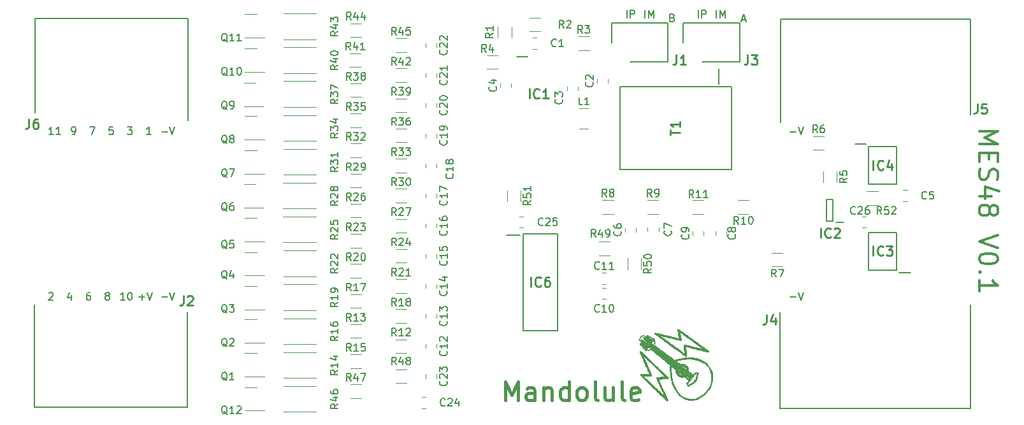
<source format=gbr>
%TF.GenerationSoftware,KiCad,Pcbnew,7.0.6*%
%TF.CreationDate,2023-08-31T22:42:43+02:00*%
%TF.ProjectId,BMS V1.0,424d5320-5631-42e3-902e-6b696361645f,rev?*%
%TF.SameCoordinates,Original*%
%TF.FileFunction,Legend,Top*%
%TF.FilePolarity,Positive*%
%FSLAX46Y46*%
G04 Gerber Fmt 4.6, Leading zero omitted, Abs format (unit mm)*
G04 Created by KiCad (PCBNEW 7.0.6) date 2023-08-31 22:42:43*
%MOMM*%
%LPD*%
G01*
G04 APERTURE LIST*
%ADD10C,0.150000*%
%ADD11C,0.400000*%
%ADD12C,0.300000*%
%ADD13C,0.254000*%
%ADD14C,0.200000*%
%ADD15C,0.120000*%
%ADD16C,0.010000*%
G04 APERTURE END LIST*
D10*
X164928572Y-64869819D02*
X164928572Y-63869819D01*
X165404762Y-64869819D02*
X165404762Y-63869819D01*
X165404762Y-63869819D02*
X165738095Y-64584104D01*
X165738095Y-64584104D02*
X166071428Y-63869819D01*
X166071428Y-63869819D02*
X166071428Y-64869819D01*
X86309523Y-102369819D02*
X85738095Y-102369819D01*
X86023809Y-102369819D02*
X86023809Y-101369819D01*
X86023809Y-101369819D02*
X85928571Y-101512676D01*
X85928571Y-101512676D02*
X85833333Y-101607914D01*
X85833333Y-101607914D02*
X85738095Y-101655533D01*
X86928571Y-101369819D02*
X87023809Y-101369819D01*
X87023809Y-101369819D02*
X87119047Y-101417438D01*
X87119047Y-101417438D02*
X87166666Y-101465057D01*
X87166666Y-101465057D02*
X87214285Y-101560295D01*
X87214285Y-101560295D02*
X87261904Y-101750771D01*
X87261904Y-101750771D02*
X87261904Y-101988866D01*
X87261904Y-101988866D02*
X87214285Y-102179342D01*
X87214285Y-102179342D02*
X87166666Y-102274580D01*
X87166666Y-102274580D02*
X87119047Y-102322200D01*
X87119047Y-102322200D02*
X87023809Y-102369819D01*
X87023809Y-102369819D02*
X86928571Y-102369819D01*
X86928571Y-102369819D02*
X86833333Y-102322200D01*
X86833333Y-102322200D02*
X86785714Y-102274580D01*
X86785714Y-102274580D02*
X86738095Y-102179342D01*
X86738095Y-102179342D02*
X86690476Y-101988866D01*
X86690476Y-101988866D02*
X86690476Y-101750771D01*
X86690476Y-101750771D02*
X86738095Y-101560295D01*
X86738095Y-101560295D02*
X86785714Y-101465057D01*
X86785714Y-101465057D02*
X86833333Y-101417438D01*
X86833333Y-101417438D02*
X86928571Y-101369819D01*
X79190476Y-101703152D02*
X79190476Y-102369819D01*
X78952381Y-101322200D02*
X78714286Y-102036485D01*
X78714286Y-102036485D02*
X79333333Y-102036485D01*
X89785714Y-80369819D02*
X89214286Y-80369819D01*
X89500000Y-80369819D02*
X89500000Y-79369819D01*
X89500000Y-79369819D02*
X89404762Y-79512676D01*
X89404762Y-79512676D02*
X89309524Y-79607914D01*
X89309524Y-79607914D02*
X89214286Y-79655533D01*
X81690476Y-101369819D02*
X81500000Y-101369819D01*
X81500000Y-101369819D02*
X81404762Y-101417438D01*
X81404762Y-101417438D02*
X81357143Y-101465057D01*
X81357143Y-101465057D02*
X81261905Y-101607914D01*
X81261905Y-101607914D02*
X81214286Y-101798390D01*
X81214286Y-101798390D02*
X81214286Y-102179342D01*
X81214286Y-102179342D02*
X81261905Y-102274580D01*
X81261905Y-102274580D02*
X81309524Y-102322200D01*
X81309524Y-102322200D02*
X81404762Y-102369819D01*
X81404762Y-102369819D02*
X81595238Y-102369819D01*
X81595238Y-102369819D02*
X81690476Y-102322200D01*
X81690476Y-102322200D02*
X81738095Y-102274580D01*
X81738095Y-102274580D02*
X81785714Y-102179342D01*
X81785714Y-102179342D02*
X81785714Y-101941247D01*
X81785714Y-101941247D02*
X81738095Y-101846009D01*
X81738095Y-101846009D02*
X81690476Y-101798390D01*
X81690476Y-101798390D02*
X81595238Y-101750771D01*
X81595238Y-101750771D02*
X81404762Y-101750771D01*
X81404762Y-101750771D02*
X81309524Y-101798390D01*
X81309524Y-101798390D02*
X81261905Y-101846009D01*
X81261905Y-101846009D02*
X81214286Y-101941247D01*
D11*
X136858395Y-115673247D02*
X136858395Y-113173247D01*
X136858395Y-113173247D02*
X137691728Y-114958961D01*
X137691728Y-114958961D02*
X138525061Y-113173247D01*
X138525061Y-113173247D02*
X138525061Y-115673247D01*
X140786966Y-115673247D02*
X140786966Y-114363723D01*
X140786966Y-114363723D02*
X140667919Y-114125628D01*
X140667919Y-114125628D02*
X140429823Y-114006580D01*
X140429823Y-114006580D02*
X139953633Y-114006580D01*
X139953633Y-114006580D02*
X139715538Y-114125628D01*
X140786966Y-115554200D02*
X140548871Y-115673247D01*
X140548871Y-115673247D02*
X139953633Y-115673247D01*
X139953633Y-115673247D02*
X139715538Y-115554200D01*
X139715538Y-115554200D02*
X139596490Y-115316104D01*
X139596490Y-115316104D02*
X139596490Y-115078009D01*
X139596490Y-115078009D02*
X139715538Y-114839914D01*
X139715538Y-114839914D02*
X139953633Y-114720866D01*
X139953633Y-114720866D02*
X140548871Y-114720866D01*
X140548871Y-114720866D02*
X140786966Y-114601819D01*
X141977443Y-114006580D02*
X141977443Y-115673247D01*
X141977443Y-114244676D02*
X142096490Y-114125628D01*
X142096490Y-114125628D02*
X142334585Y-114006580D01*
X142334585Y-114006580D02*
X142691728Y-114006580D01*
X142691728Y-114006580D02*
X142929824Y-114125628D01*
X142929824Y-114125628D02*
X143048871Y-114363723D01*
X143048871Y-114363723D02*
X143048871Y-115673247D01*
X145310776Y-115673247D02*
X145310776Y-113173247D01*
X145310776Y-115554200D02*
X145072681Y-115673247D01*
X145072681Y-115673247D02*
X144596490Y-115673247D01*
X144596490Y-115673247D02*
X144358395Y-115554200D01*
X144358395Y-115554200D02*
X144239348Y-115435152D01*
X144239348Y-115435152D02*
X144120300Y-115197057D01*
X144120300Y-115197057D02*
X144120300Y-114482771D01*
X144120300Y-114482771D02*
X144239348Y-114244676D01*
X144239348Y-114244676D02*
X144358395Y-114125628D01*
X144358395Y-114125628D02*
X144596490Y-114006580D01*
X144596490Y-114006580D02*
X145072681Y-114006580D01*
X145072681Y-114006580D02*
X145310776Y-114125628D01*
X146858395Y-115673247D02*
X146620300Y-115554200D01*
X146620300Y-115554200D02*
X146501253Y-115435152D01*
X146501253Y-115435152D02*
X146382205Y-115197057D01*
X146382205Y-115197057D02*
X146382205Y-114482771D01*
X146382205Y-114482771D02*
X146501253Y-114244676D01*
X146501253Y-114244676D02*
X146620300Y-114125628D01*
X146620300Y-114125628D02*
X146858395Y-114006580D01*
X146858395Y-114006580D02*
X147215538Y-114006580D01*
X147215538Y-114006580D02*
X147453634Y-114125628D01*
X147453634Y-114125628D02*
X147572681Y-114244676D01*
X147572681Y-114244676D02*
X147691729Y-114482771D01*
X147691729Y-114482771D02*
X147691729Y-115197057D01*
X147691729Y-115197057D02*
X147572681Y-115435152D01*
X147572681Y-115435152D02*
X147453634Y-115554200D01*
X147453634Y-115554200D02*
X147215538Y-115673247D01*
X147215538Y-115673247D02*
X146858395Y-115673247D01*
X149120300Y-115673247D02*
X148882205Y-115554200D01*
X148882205Y-115554200D02*
X148763158Y-115316104D01*
X148763158Y-115316104D02*
X148763158Y-113173247D01*
X151144110Y-114006580D02*
X151144110Y-115673247D01*
X150072682Y-114006580D02*
X150072682Y-115316104D01*
X150072682Y-115316104D02*
X150191729Y-115554200D01*
X150191729Y-115554200D02*
X150429824Y-115673247D01*
X150429824Y-115673247D02*
X150786967Y-115673247D01*
X150786967Y-115673247D02*
X151025063Y-115554200D01*
X151025063Y-115554200D02*
X151144110Y-115435152D01*
X152691729Y-115673247D02*
X152453634Y-115554200D01*
X152453634Y-115554200D02*
X152334587Y-115316104D01*
X152334587Y-115316104D02*
X152334587Y-113173247D01*
X154596492Y-115554200D02*
X154358396Y-115673247D01*
X154358396Y-115673247D02*
X153882206Y-115673247D01*
X153882206Y-115673247D02*
X153644111Y-115554200D01*
X153644111Y-115554200D02*
X153525063Y-115316104D01*
X153525063Y-115316104D02*
X153525063Y-114363723D01*
X153525063Y-114363723D02*
X153644111Y-114125628D01*
X153644111Y-114125628D02*
X153882206Y-114006580D01*
X153882206Y-114006580D02*
X154358396Y-114006580D01*
X154358396Y-114006580D02*
X154596492Y-114125628D01*
X154596492Y-114125628D02*
X154715539Y-114363723D01*
X154715539Y-114363723D02*
X154715539Y-114601819D01*
X154715539Y-114601819D02*
X153525063Y-114839914D01*
D10*
X81666667Y-79369819D02*
X82333333Y-79369819D01*
X82333333Y-79369819D02*
X81904762Y-80369819D01*
X162500000Y-64869819D02*
X162500000Y-63869819D01*
X162976190Y-64869819D02*
X162976190Y-63869819D01*
X162976190Y-63869819D02*
X163357142Y-63869819D01*
X163357142Y-63869819D02*
X163452380Y-63917438D01*
X163452380Y-63917438D02*
X163499999Y-63965057D01*
X163499999Y-63965057D02*
X163547618Y-64060295D01*
X163547618Y-64060295D02*
X163547618Y-64203152D01*
X163547618Y-64203152D02*
X163499999Y-64298390D01*
X163499999Y-64298390D02*
X163452380Y-64346009D01*
X163452380Y-64346009D02*
X163357142Y-64393628D01*
X163357142Y-64393628D02*
X162976190Y-64393628D01*
X174690476Y-101988866D02*
X175452381Y-101988866D01*
X175785714Y-101369819D02*
X176119047Y-102369819D01*
X176119047Y-102369819D02*
X176452380Y-101369819D01*
X84738095Y-79369819D02*
X84261905Y-79369819D01*
X84261905Y-79369819D02*
X84214286Y-79846009D01*
X84214286Y-79846009D02*
X84261905Y-79798390D01*
X84261905Y-79798390D02*
X84357143Y-79750771D01*
X84357143Y-79750771D02*
X84595238Y-79750771D01*
X84595238Y-79750771D02*
X84690476Y-79798390D01*
X84690476Y-79798390D02*
X84738095Y-79846009D01*
X84738095Y-79846009D02*
X84785714Y-79941247D01*
X84785714Y-79941247D02*
X84785714Y-80179342D01*
X84785714Y-80179342D02*
X84738095Y-80274580D01*
X84738095Y-80274580D02*
X84690476Y-80322200D01*
X84690476Y-80322200D02*
X84595238Y-80369819D01*
X84595238Y-80369819D02*
X84357143Y-80369819D01*
X84357143Y-80369819D02*
X84261905Y-80322200D01*
X84261905Y-80322200D02*
X84214286Y-80274580D01*
X86666667Y-79369819D02*
X87285714Y-79369819D01*
X87285714Y-79369819D02*
X86952381Y-79750771D01*
X86952381Y-79750771D02*
X87095238Y-79750771D01*
X87095238Y-79750771D02*
X87190476Y-79798390D01*
X87190476Y-79798390D02*
X87238095Y-79846009D01*
X87238095Y-79846009D02*
X87285714Y-79941247D01*
X87285714Y-79941247D02*
X87285714Y-80179342D01*
X87285714Y-80179342D02*
X87238095Y-80274580D01*
X87238095Y-80274580D02*
X87190476Y-80322200D01*
X87190476Y-80322200D02*
X87095238Y-80369819D01*
X87095238Y-80369819D02*
X86809524Y-80369819D01*
X86809524Y-80369819D02*
X86714286Y-80322200D01*
X86714286Y-80322200D02*
X86666667Y-80274580D01*
D12*
X199821552Y-79964287D02*
X202321552Y-79964287D01*
X202321552Y-79964287D02*
X200535838Y-80797620D01*
X200535838Y-80797620D02*
X202321552Y-81630953D01*
X202321552Y-81630953D02*
X199821552Y-81630953D01*
X201131076Y-82821430D02*
X201131076Y-83654763D01*
X199821552Y-84011906D02*
X199821552Y-82821430D01*
X199821552Y-82821430D02*
X202321552Y-82821430D01*
X202321552Y-82821430D02*
X202321552Y-84011906D01*
X199940600Y-84964287D02*
X199821552Y-85321430D01*
X199821552Y-85321430D02*
X199821552Y-85916668D01*
X199821552Y-85916668D02*
X199940600Y-86154763D01*
X199940600Y-86154763D02*
X200059647Y-86273811D01*
X200059647Y-86273811D02*
X200297742Y-86392858D01*
X200297742Y-86392858D02*
X200535838Y-86392858D01*
X200535838Y-86392858D02*
X200773933Y-86273811D01*
X200773933Y-86273811D02*
X200892980Y-86154763D01*
X200892980Y-86154763D02*
X201012028Y-85916668D01*
X201012028Y-85916668D02*
X201131076Y-85440477D01*
X201131076Y-85440477D02*
X201250123Y-85202382D01*
X201250123Y-85202382D02*
X201369171Y-85083335D01*
X201369171Y-85083335D02*
X201607266Y-84964287D01*
X201607266Y-84964287D02*
X201845361Y-84964287D01*
X201845361Y-84964287D02*
X202083457Y-85083335D01*
X202083457Y-85083335D02*
X202202504Y-85202382D01*
X202202504Y-85202382D02*
X202321552Y-85440477D01*
X202321552Y-85440477D02*
X202321552Y-86035716D01*
X202321552Y-86035716D02*
X202202504Y-86392858D01*
X201488219Y-88535715D02*
X199821552Y-88535715D01*
X202440600Y-87940477D02*
X200654885Y-87345239D01*
X200654885Y-87345239D02*
X200654885Y-88892858D01*
X201250123Y-90202381D02*
X201369171Y-89964286D01*
X201369171Y-89964286D02*
X201488219Y-89845239D01*
X201488219Y-89845239D02*
X201726314Y-89726191D01*
X201726314Y-89726191D02*
X201845361Y-89726191D01*
X201845361Y-89726191D02*
X202083457Y-89845239D01*
X202083457Y-89845239D02*
X202202504Y-89964286D01*
X202202504Y-89964286D02*
X202321552Y-90202381D01*
X202321552Y-90202381D02*
X202321552Y-90678572D01*
X202321552Y-90678572D02*
X202202504Y-90916667D01*
X202202504Y-90916667D02*
X202083457Y-91035715D01*
X202083457Y-91035715D02*
X201845361Y-91154762D01*
X201845361Y-91154762D02*
X201726314Y-91154762D01*
X201726314Y-91154762D02*
X201488219Y-91035715D01*
X201488219Y-91035715D02*
X201369171Y-90916667D01*
X201369171Y-90916667D02*
X201250123Y-90678572D01*
X201250123Y-90678572D02*
X201250123Y-90202381D01*
X201250123Y-90202381D02*
X201131076Y-89964286D01*
X201131076Y-89964286D02*
X201012028Y-89845239D01*
X201012028Y-89845239D02*
X200773933Y-89726191D01*
X200773933Y-89726191D02*
X200297742Y-89726191D01*
X200297742Y-89726191D02*
X200059647Y-89845239D01*
X200059647Y-89845239D02*
X199940600Y-89964286D01*
X199940600Y-89964286D02*
X199821552Y-90202381D01*
X199821552Y-90202381D02*
X199821552Y-90678572D01*
X199821552Y-90678572D02*
X199940600Y-90916667D01*
X199940600Y-90916667D02*
X200059647Y-91035715D01*
X200059647Y-91035715D02*
X200297742Y-91154762D01*
X200297742Y-91154762D02*
X200773933Y-91154762D01*
X200773933Y-91154762D02*
X201012028Y-91035715D01*
X201012028Y-91035715D02*
X201131076Y-90916667D01*
X201131076Y-90916667D02*
X201250123Y-90678572D01*
X202321552Y-93773810D02*
X199821552Y-94607143D01*
X199821552Y-94607143D02*
X202321552Y-95440476D01*
X202321552Y-96750000D02*
X202321552Y-96988095D01*
X202321552Y-96988095D02*
X202202504Y-97226191D01*
X202202504Y-97226191D02*
X202083457Y-97345238D01*
X202083457Y-97345238D02*
X201845361Y-97464286D01*
X201845361Y-97464286D02*
X201369171Y-97583333D01*
X201369171Y-97583333D02*
X200773933Y-97583333D01*
X200773933Y-97583333D02*
X200297742Y-97464286D01*
X200297742Y-97464286D02*
X200059647Y-97345238D01*
X200059647Y-97345238D02*
X199940600Y-97226191D01*
X199940600Y-97226191D02*
X199821552Y-96988095D01*
X199821552Y-96988095D02*
X199821552Y-96750000D01*
X199821552Y-96750000D02*
X199940600Y-96511905D01*
X199940600Y-96511905D02*
X200059647Y-96392857D01*
X200059647Y-96392857D02*
X200297742Y-96273810D01*
X200297742Y-96273810D02*
X200773933Y-96154762D01*
X200773933Y-96154762D02*
X201369171Y-96154762D01*
X201369171Y-96154762D02*
X201845361Y-96273810D01*
X201845361Y-96273810D02*
X202083457Y-96392857D01*
X202083457Y-96392857D02*
X202202504Y-96511905D01*
X202202504Y-96511905D02*
X202321552Y-96750000D01*
X200059647Y-98654762D02*
X199940600Y-98773809D01*
X199940600Y-98773809D02*
X199821552Y-98654762D01*
X199821552Y-98654762D02*
X199940600Y-98535714D01*
X199940600Y-98535714D02*
X200059647Y-98654762D01*
X200059647Y-98654762D02*
X199821552Y-98654762D01*
X199821552Y-101154761D02*
X199821552Y-99726190D01*
X199821552Y-100440476D02*
X202321552Y-100440476D01*
X202321552Y-100440476D02*
X201964409Y-100202380D01*
X201964409Y-100202380D02*
X201726314Y-99964285D01*
X201726314Y-99964285D02*
X201607266Y-99726190D01*
D10*
X174690476Y-79988866D02*
X175452381Y-79988866D01*
X175785714Y-79369819D02*
X176119047Y-80369819D01*
X176119047Y-80369819D02*
X176452380Y-79369819D01*
X159071428Y-64846009D02*
X159214285Y-64893628D01*
X159214285Y-64893628D02*
X159261904Y-64941247D01*
X159261904Y-64941247D02*
X159309523Y-65036485D01*
X159309523Y-65036485D02*
X159309523Y-65179342D01*
X159309523Y-65179342D02*
X159261904Y-65274580D01*
X159261904Y-65274580D02*
X159214285Y-65322200D01*
X159214285Y-65322200D02*
X159119047Y-65369819D01*
X159119047Y-65369819D02*
X158738095Y-65369819D01*
X158738095Y-65369819D02*
X158738095Y-64369819D01*
X158738095Y-64369819D02*
X159071428Y-64369819D01*
X159071428Y-64369819D02*
X159166666Y-64417438D01*
X159166666Y-64417438D02*
X159214285Y-64465057D01*
X159214285Y-64465057D02*
X159261904Y-64560295D01*
X159261904Y-64560295D02*
X159261904Y-64655533D01*
X159261904Y-64655533D02*
X159214285Y-64750771D01*
X159214285Y-64750771D02*
X159166666Y-64798390D01*
X159166666Y-64798390D02*
X159071428Y-64846009D01*
X159071428Y-64846009D02*
X158738095Y-64846009D01*
X91190476Y-101988866D02*
X91952381Y-101988866D01*
X92285714Y-101369819D02*
X92619047Y-102369819D01*
X92619047Y-102369819D02*
X92952380Y-101369819D01*
X76809523Y-80369819D02*
X76238095Y-80369819D01*
X76523809Y-80369819D02*
X76523809Y-79369819D01*
X76523809Y-79369819D02*
X76428571Y-79512676D01*
X76428571Y-79512676D02*
X76333333Y-79607914D01*
X76333333Y-79607914D02*
X76238095Y-79655533D01*
X77761904Y-80369819D02*
X77190476Y-80369819D01*
X77476190Y-80369819D02*
X77476190Y-79369819D01*
X77476190Y-79369819D02*
X77380952Y-79512676D01*
X77380952Y-79512676D02*
X77285714Y-79607914D01*
X77285714Y-79607914D02*
X77190476Y-79655533D01*
X83904762Y-101798390D02*
X83809524Y-101750771D01*
X83809524Y-101750771D02*
X83761905Y-101703152D01*
X83761905Y-101703152D02*
X83714286Y-101607914D01*
X83714286Y-101607914D02*
X83714286Y-101560295D01*
X83714286Y-101560295D02*
X83761905Y-101465057D01*
X83761905Y-101465057D02*
X83809524Y-101417438D01*
X83809524Y-101417438D02*
X83904762Y-101369819D01*
X83904762Y-101369819D02*
X84095238Y-101369819D01*
X84095238Y-101369819D02*
X84190476Y-101417438D01*
X84190476Y-101417438D02*
X84238095Y-101465057D01*
X84238095Y-101465057D02*
X84285714Y-101560295D01*
X84285714Y-101560295D02*
X84285714Y-101607914D01*
X84285714Y-101607914D02*
X84238095Y-101703152D01*
X84238095Y-101703152D02*
X84190476Y-101750771D01*
X84190476Y-101750771D02*
X84095238Y-101798390D01*
X84095238Y-101798390D02*
X83904762Y-101798390D01*
X83904762Y-101798390D02*
X83809524Y-101846009D01*
X83809524Y-101846009D02*
X83761905Y-101893628D01*
X83761905Y-101893628D02*
X83714286Y-101988866D01*
X83714286Y-101988866D02*
X83714286Y-102179342D01*
X83714286Y-102179342D02*
X83761905Y-102274580D01*
X83761905Y-102274580D02*
X83809524Y-102322200D01*
X83809524Y-102322200D02*
X83904762Y-102369819D01*
X83904762Y-102369819D02*
X84095238Y-102369819D01*
X84095238Y-102369819D02*
X84190476Y-102322200D01*
X84190476Y-102322200D02*
X84238095Y-102274580D01*
X84238095Y-102274580D02*
X84285714Y-102179342D01*
X84285714Y-102179342D02*
X84285714Y-101988866D01*
X84285714Y-101988866D02*
X84238095Y-101893628D01*
X84238095Y-101893628D02*
X84190476Y-101846009D01*
X84190476Y-101846009D02*
X84095238Y-101798390D01*
X155428572Y-64869819D02*
X155428572Y-63869819D01*
X155904762Y-64869819D02*
X155904762Y-63869819D01*
X155904762Y-63869819D02*
X156238095Y-64584104D01*
X156238095Y-64584104D02*
X156571428Y-63869819D01*
X156571428Y-63869819D02*
X156571428Y-64869819D01*
X79309524Y-80369819D02*
X79500000Y-80369819D01*
X79500000Y-80369819D02*
X79595238Y-80322200D01*
X79595238Y-80322200D02*
X79642857Y-80274580D01*
X79642857Y-80274580D02*
X79738095Y-80131723D01*
X79738095Y-80131723D02*
X79785714Y-79941247D01*
X79785714Y-79941247D02*
X79785714Y-79560295D01*
X79785714Y-79560295D02*
X79738095Y-79465057D01*
X79738095Y-79465057D02*
X79690476Y-79417438D01*
X79690476Y-79417438D02*
X79595238Y-79369819D01*
X79595238Y-79369819D02*
X79404762Y-79369819D01*
X79404762Y-79369819D02*
X79309524Y-79417438D01*
X79309524Y-79417438D02*
X79261905Y-79465057D01*
X79261905Y-79465057D02*
X79214286Y-79560295D01*
X79214286Y-79560295D02*
X79214286Y-79798390D01*
X79214286Y-79798390D02*
X79261905Y-79893628D01*
X79261905Y-79893628D02*
X79309524Y-79941247D01*
X79309524Y-79941247D02*
X79404762Y-79988866D01*
X79404762Y-79988866D02*
X79595238Y-79988866D01*
X79595238Y-79988866D02*
X79690476Y-79941247D01*
X79690476Y-79941247D02*
X79738095Y-79893628D01*
X79738095Y-79893628D02*
X79785714Y-79798390D01*
X153000000Y-64869819D02*
X153000000Y-63869819D01*
X153476190Y-64869819D02*
X153476190Y-63869819D01*
X153476190Y-63869819D02*
X153857142Y-63869819D01*
X153857142Y-63869819D02*
X153952380Y-63917438D01*
X153952380Y-63917438D02*
X153999999Y-63965057D01*
X153999999Y-63965057D02*
X154047618Y-64060295D01*
X154047618Y-64060295D02*
X154047618Y-64203152D01*
X154047618Y-64203152D02*
X153999999Y-64298390D01*
X153999999Y-64298390D02*
X153952380Y-64346009D01*
X153952380Y-64346009D02*
X153857142Y-64393628D01*
X153857142Y-64393628D02*
X153476190Y-64393628D01*
X88190476Y-101988866D02*
X88952381Y-101988866D01*
X88571428Y-102369819D02*
X88571428Y-101607914D01*
X89285714Y-101369819D02*
X89619047Y-102369819D01*
X89619047Y-102369819D02*
X89952380Y-101369819D01*
X91190476Y-79988866D02*
X91952381Y-79988866D01*
X92285714Y-79369819D02*
X92619047Y-80369819D01*
X92619047Y-80369819D02*
X92952380Y-79369819D01*
X76214286Y-101465057D02*
X76261905Y-101417438D01*
X76261905Y-101417438D02*
X76357143Y-101369819D01*
X76357143Y-101369819D02*
X76595238Y-101369819D01*
X76595238Y-101369819D02*
X76690476Y-101417438D01*
X76690476Y-101417438D02*
X76738095Y-101465057D01*
X76738095Y-101465057D02*
X76785714Y-101560295D01*
X76785714Y-101560295D02*
X76785714Y-101655533D01*
X76785714Y-101655533D02*
X76738095Y-101798390D01*
X76738095Y-101798390D02*
X76166667Y-102369819D01*
X76166667Y-102369819D02*
X76785714Y-102369819D01*
X168261905Y-65084104D02*
X168738095Y-65084104D01*
X168166667Y-65369819D02*
X168500000Y-64369819D01*
X168500000Y-64369819D02*
X168833333Y-65369819D01*
D13*
X169076667Y-69804318D02*
X169076667Y-70711461D01*
X169076667Y-70711461D02*
X169016190Y-70892889D01*
X169016190Y-70892889D02*
X168895238Y-71013842D01*
X168895238Y-71013842D02*
X168713809Y-71074318D01*
X168713809Y-71074318D02*
X168592857Y-71074318D01*
X169560476Y-69804318D02*
X170346667Y-69804318D01*
X170346667Y-69804318D02*
X169923333Y-70288127D01*
X169923333Y-70288127D02*
X170104762Y-70288127D01*
X170104762Y-70288127D02*
X170225714Y-70348603D01*
X170225714Y-70348603D02*
X170286190Y-70409080D01*
X170286190Y-70409080D02*
X170346667Y-70530032D01*
X170346667Y-70530032D02*
X170346667Y-70832413D01*
X170346667Y-70832413D02*
X170286190Y-70953365D01*
X170286190Y-70953365D02*
X170225714Y-71013842D01*
X170225714Y-71013842D02*
X170104762Y-71074318D01*
X170104762Y-71074318D02*
X169741905Y-71074318D01*
X169741905Y-71074318D02*
X169620952Y-71013842D01*
X169620952Y-71013842D02*
X169560476Y-70953365D01*
D10*
X129039580Y-97142857D02*
X129087200Y-97190476D01*
X129087200Y-97190476D02*
X129134819Y-97333333D01*
X129134819Y-97333333D02*
X129134819Y-97428571D01*
X129134819Y-97428571D02*
X129087200Y-97571428D01*
X129087200Y-97571428D02*
X128991961Y-97666666D01*
X128991961Y-97666666D02*
X128896723Y-97714285D01*
X128896723Y-97714285D02*
X128706247Y-97761904D01*
X128706247Y-97761904D02*
X128563390Y-97761904D01*
X128563390Y-97761904D02*
X128372914Y-97714285D01*
X128372914Y-97714285D02*
X128277676Y-97666666D01*
X128277676Y-97666666D02*
X128182438Y-97571428D01*
X128182438Y-97571428D02*
X128134819Y-97428571D01*
X128134819Y-97428571D02*
X128134819Y-97333333D01*
X128134819Y-97333333D02*
X128182438Y-97190476D01*
X128182438Y-97190476D02*
X128230057Y-97142857D01*
X129134819Y-96190476D02*
X129134819Y-96761904D01*
X129134819Y-96476190D02*
X128134819Y-96476190D01*
X128134819Y-96476190D02*
X128277676Y-96571428D01*
X128277676Y-96571428D02*
X128372914Y-96666666D01*
X128372914Y-96666666D02*
X128420533Y-96761904D01*
X128134819Y-95285714D02*
X128134819Y-95761904D01*
X128134819Y-95761904D02*
X128611009Y-95809523D01*
X128611009Y-95809523D02*
X128563390Y-95761904D01*
X128563390Y-95761904D02*
X128515771Y-95666666D01*
X128515771Y-95666666D02*
X128515771Y-95428571D01*
X128515771Y-95428571D02*
X128563390Y-95333333D01*
X128563390Y-95333333D02*
X128611009Y-95285714D01*
X128611009Y-95285714D02*
X128706247Y-95238095D01*
X128706247Y-95238095D02*
X128944342Y-95238095D01*
X128944342Y-95238095D02*
X129039580Y-95285714D01*
X129039580Y-95285714D02*
X129087200Y-95333333D01*
X129087200Y-95333333D02*
X129134819Y-95428571D01*
X129134819Y-95428571D02*
X129134819Y-95666666D01*
X129134819Y-95666666D02*
X129087200Y-95761904D01*
X129087200Y-95761904D02*
X129039580Y-95809523D01*
X116357142Y-73134819D02*
X116023809Y-72658628D01*
X115785714Y-73134819D02*
X115785714Y-72134819D01*
X115785714Y-72134819D02*
X116166666Y-72134819D01*
X116166666Y-72134819D02*
X116261904Y-72182438D01*
X116261904Y-72182438D02*
X116309523Y-72230057D01*
X116309523Y-72230057D02*
X116357142Y-72325295D01*
X116357142Y-72325295D02*
X116357142Y-72468152D01*
X116357142Y-72468152D02*
X116309523Y-72563390D01*
X116309523Y-72563390D02*
X116261904Y-72611009D01*
X116261904Y-72611009D02*
X116166666Y-72658628D01*
X116166666Y-72658628D02*
X115785714Y-72658628D01*
X116690476Y-72134819D02*
X117309523Y-72134819D01*
X117309523Y-72134819D02*
X116976190Y-72515771D01*
X116976190Y-72515771D02*
X117119047Y-72515771D01*
X117119047Y-72515771D02*
X117214285Y-72563390D01*
X117214285Y-72563390D02*
X117261904Y-72611009D01*
X117261904Y-72611009D02*
X117309523Y-72706247D01*
X117309523Y-72706247D02*
X117309523Y-72944342D01*
X117309523Y-72944342D02*
X117261904Y-73039580D01*
X117261904Y-73039580D02*
X117214285Y-73087200D01*
X117214285Y-73087200D02*
X117119047Y-73134819D01*
X117119047Y-73134819D02*
X116833333Y-73134819D01*
X116833333Y-73134819D02*
X116738095Y-73087200D01*
X116738095Y-73087200D02*
X116690476Y-73039580D01*
X117880952Y-72563390D02*
X117785714Y-72515771D01*
X117785714Y-72515771D02*
X117738095Y-72468152D01*
X117738095Y-72468152D02*
X117690476Y-72372914D01*
X117690476Y-72372914D02*
X117690476Y-72325295D01*
X117690476Y-72325295D02*
X117738095Y-72230057D01*
X117738095Y-72230057D02*
X117785714Y-72182438D01*
X117785714Y-72182438D02*
X117880952Y-72134819D01*
X117880952Y-72134819D02*
X118071428Y-72134819D01*
X118071428Y-72134819D02*
X118166666Y-72182438D01*
X118166666Y-72182438D02*
X118214285Y-72230057D01*
X118214285Y-72230057D02*
X118261904Y-72325295D01*
X118261904Y-72325295D02*
X118261904Y-72372914D01*
X118261904Y-72372914D02*
X118214285Y-72468152D01*
X118214285Y-72468152D02*
X118166666Y-72515771D01*
X118166666Y-72515771D02*
X118071428Y-72563390D01*
X118071428Y-72563390D02*
X117880952Y-72563390D01*
X117880952Y-72563390D02*
X117785714Y-72611009D01*
X117785714Y-72611009D02*
X117738095Y-72658628D01*
X117738095Y-72658628D02*
X117690476Y-72753866D01*
X117690476Y-72753866D02*
X117690476Y-72944342D01*
X117690476Y-72944342D02*
X117738095Y-73039580D01*
X117738095Y-73039580D02*
X117785714Y-73087200D01*
X117785714Y-73087200D02*
X117880952Y-73134819D01*
X117880952Y-73134819D02*
X118071428Y-73134819D01*
X118071428Y-73134819D02*
X118166666Y-73087200D01*
X118166666Y-73087200D02*
X118214285Y-73039580D01*
X118214285Y-73039580D02*
X118261904Y-72944342D01*
X118261904Y-72944342D02*
X118261904Y-72753866D01*
X118261904Y-72753866D02*
X118214285Y-72658628D01*
X118214285Y-72658628D02*
X118166666Y-72611009D01*
X118166666Y-72611009D02*
X118071428Y-72563390D01*
X147121333Y-76424819D02*
X146645143Y-76424819D01*
X146645143Y-76424819D02*
X146645143Y-75424819D01*
X147978476Y-76424819D02*
X147407048Y-76424819D01*
X147692762Y-76424819D02*
X147692762Y-75424819D01*
X147692762Y-75424819D02*
X147597524Y-75567676D01*
X147597524Y-75567676D02*
X147502286Y-75662914D01*
X147502286Y-75662914D02*
X147407048Y-75710533D01*
D13*
X140260237Y-100574318D02*
X140260237Y-99304318D01*
X141590714Y-100453365D02*
X141530238Y-100513842D01*
X141530238Y-100513842D02*
X141348809Y-100574318D01*
X141348809Y-100574318D02*
X141227857Y-100574318D01*
X141227857Y-100574318D02*
X141046428Y-100513842D01*
X141046428Y-100513842D02*
X140925476Y-100392889D01*
X140925476Y-100392889D02*
X140864999Y-100271937D01*
X140864999Y-100271937D02*
X140804523Y-100030032D01*
X140804523Y-100030032D02*
X140804523Y-99848603D01*
X140804523Y-99848603D02*
X140864999Y-99606699D01*
X140864999Y-99606699D02*
X140925476Y-99485746D01*
X140925476Y-99485746D02*
X141046428Y-99364794D01*
X141046428Y-99364794D02*
X141227857Y-99304318D01*
X141227857Y-99304318D02*
X141348809Y-99304318D01*
X141348809Y-99304318D02*
X141530238Y-99364794D01*
X141530238Y-99364794D02*
X141590714Y-99425270D01*
X142679285Y-99304318D02*
X142437380Y-99304318D01*
X142437380Y-99304318D02*
X142316428Y-99364794D01*
X142316428Y-99364794D02*
X142255952Y-99425270D01*
X142255952Y-99425270D02*
X142134999Y-99606699D01*
X142134999Y-99606699D02*
X142074523Y-99848603D01*
X142074523Y-99848603D02*
X142074523Y-100332413D01*
X142074523Y-100332413D02*
X142134999Y-100453365D01*
X142134999Y-100453365D02*
X142195476Y-100513842D01*
X142195476Y-100513842D02*
X142316428Y-100574318D01*
X142316428Y-100574318D02*
X142558333Y-100574318D01*
X142558333Y-100574318D02*
X142679285Y-100513842D01*
X142679285Y-100513842D02*
X142739761Y-100453365D01*
X142739761Y-100453365D02*
X142800238Y-100332413D01*
X142800238Y-100332413D02*
X142800238Y-100030032D01*
X142800238Y-100030032D02*
X142739761Y-99909080D01*
X142739761Y-99909080D02*
X142679285Y-99848603D01*
X142679285Y-99848603D02*
X142558333Y-99788127D01*
X142558333Y-99788127D02*
X142316428Y-99788127D01*
X142316428Y-99788127D02*
X142195476Y-99848603D01*
X142195476Y-99848603D02*
X142134999Y-99909080D01*
X142134999Y-99909080D02*
X142074523Y-100030032D01*
D10*
X116357142Y-81134819D02*
X116023809Y-80658628D01*
X115785714Y-81134819D02*
X115785714Y-80134819D01*
X115785714Y-80134819D02*
X116166666Y-80134819D01*
X116166666Y-80134819D02*
X116261904Y-80182438D01*
X116261904Y-80182438D02*
X116309523Y-80230057D01*
X116309523Y-80230057D02*
X116357142Y-80325295D01*
X116357142Y-80325295D02*
X116357142Y-80468152D01*
X116357142Y-80468152D02*
X116309523Y-80563390D01*
X116309523Y-80563390D02*
X116261904Y-80611009D01*
X116261904Y-80611009D02*
X116166666Y-80658628D01*
X116166666Y-80658628D02*
X115785714Y-80658628D01*
X116690476Y-80134819D02*
X117309523Y-80134819D01*
X117309523Y-80134819D02*
X116976190Y-80515771D01*
X116976190Y-80515771D02*
X117119047Y-80515771D01*
X117119047Y-80515771D02*
X117214285Y-80563390D01*
X117214285Y-80563390D02*
X117261904Y-80611009D01*
X117261904Y-80611009D02*
X117309523Y-80706247D01*
X117309523Y-80706247D02*
X117309523Y-80944342D01*
X117309523Y-80944342D02*
X117261904Y-81039580D01*
X117261904Y-81039580D02*
X117214285Y-81087200D01*
X117214285Y-81087200D02*
X117119047Y-81134819D01*
X117119047Y-81134819D02*
X116833333Y-81134819D01*
X116833333Y-81134819D02*
X116738095Y-81087200D01*
X116738095Y-81087200D02*
X116690476Y-81039580D01*
X117690476Y-80230057D02*
X117738095Y-80182438D01*
X117738095Y-80182438D02*
X117833333Y-80134819D01*
X117833333Y-80134819D02*
X118071428Y-80134819D01*
X118071428Y-80134819D02*
X118166666Y-80182438D01*
X118166666Y-80182438D02*
X118214285Y-80230057D01*
X118214285Y-80230057D02*
X118261904Y-80325295D01*
X118261904Y-80325295D02*
X118261904Y-80420533D01*
X118261904Y-80420533D02*
X118214285Y-80563390D01*
X118214285Y-80563390D02*
X117642857Y-81134819D01*
X117642857Y-81134819D02*
X118261904Y-81134819D01*
X172833333Y-99274819D02*
X172500000Y-98798628D01*
X172261905Y-99274819D02*
X172261905Y-98274819D01*
X172261905Y-98274819D02*
X172642857Y-98274819D01*
X172642857Y-98274819D02*
X172738095Y-98322438D01*
X172738095Y-98322438D02*
X172785714Y-98370057D01*
X172785714Y-98370057D02*
X172833333Y-98465295D01*
X172833333Y-98465295D02*
X172833333Y-98608152D01*
X172833333Y-98608152D02*
X172785714Y-98703390D01*
X172785714Y-98703390D02*
X172738095Y-98751009D01*
X172738095Y-98751009D02*
X172642857Y-98798628D01*
X172642857Y-98798628D02*
X172261905Y-98798628D01*
X173166667Y-98274819D02*
X173833333Y-98274819D01*
X173833333Y-98274819D02*
X173404762Y-99274819D01*
X122357142Y-95134819D02*
X122023809Y-94658628D01*
X121785714Y-95134819D02*
X121785714Y-94134819D01*
X121785714Y-94134819D02*
X122166666Y-94134819D01*
X122166666Y-94134819D02*
X122261904Y-94182438D01*
X122261904Y-94182438D02*
X122309523Y-94230057D01*
X122309523Y-94230057D02*
X122357142Y-94325295D01*
X122357142Y-94325295D02*
X122357142Y-94468152D01*
X122357142Y-94468152D02*
X122309523Y-94563390D01*
X122309523Y-94563390D02*
X122261904Y-94611009D01*
X122261904Y-94611009D02*
X122166666Y-94658628D01*
X122166666Y-94658628D02*
X121785714Y-94658628D01*
X122738095Y-94230057D02*
X122785714Y-94182438D01*
X122785714Y-94182438D02*
X122880952Y-94134819D01*
X122880952Y-94134819D02*
X123119047Y-94134819D01*
X123119047Y-94134819D02*
X123214285Y-94182438D01*
X123214285Y-94182438D02*
X123261904Y-94230057D01*
X123261904Y-94230057D02*
X123309523Y-94325295D01*
X123309523Y-94325295D02*
X123309523Y-94420533D01*
X123309523Y-94420533D02*
X123261904Y-94563390D01*
X123261904Y-94563390D02*
X122690476Y-95134819D01*
X122690476Y-95134819D02*
X123309523Y-95134819D01*
X124166666Y-94468152D02*
X124166666Y-95134819D01*
X123928571Y-94087200D02*
X123690476Y-94801485D01*
X123690476Y-94801485D02*
X124309523Y-94801485D01*
X116357142Y-93134819D02*
X116023809Y-92658628D01*
X115785714Y-93134819D02*
X115785714Y-92134819D01*
X115785714Y-92134819D02*
X116166666Y-92134819D01*
X116166666Y-92134819D02*
X116261904Y-92182438D01*
X116261904Y-92182438D02*
X116309523Y-92230057D01*
X116309523Y-92230057D02*
X116357142Y-92325295D01*
X116357142Y-92325295D02*
X116357142Y-92468152D01*
X116357142Y-92468152D02*
X116309523Y-92563390D01*
X116309523Y-92563390D02*
X116261904Y-92611009D01*
X116261904Y-92611009D02*
X116166666Y-92658628D01*
X116166666Y-92658628D02*
X115785714Y-92658628D01*
X116738095Y-92230057D02*
X116785714Y-92182438D01*
X116785714Y-92182438D02*
X116880952Y-92134819D01*
X116880952Y-92134819D02*
X117119047Y-92134819D01*
X117119047Y-92134819D02*
X117214285Y-92182438D01*
X117214285Y-92182438D02*
X117261904Y-92230057D01*
X117261904Y-92230057D02*
X117309523Y-92325295D01*
X117309523Y-92325295D02*
X117309523Y-92420533D01*
X117309523Y-92420533D02*
X117261904Y-92563390D01*
X117261904Y-92563390D02*
X116690476Y-93134819D01*
X116690476Y-93134819D02*
X117309523Y-93134819D01*
X117642857Y-92134819D02*
X118261904Y-92134819D01*
X118261904Y-92134819D02*
X117928571Y-92515771D01*
X117928571Y-92515771D02*
X118071428Y-92515771D01*
X118071428Y-92515771D02*
X118166666Y-92563390D01*
X118166666Y-92563390D02*
X118214285Y-92611009D01*
X118214285Y-92611009D02*
X118261904Y-92706247D01*
X118261904Y-92706247D02*
X118261904Y-92944342D01*
X118261904Y-92944342D02*
X118214285Y-93039580D01*
X118214285Y-93039580D02*
X118166666Y-93087200D01*
X118166666Y-93087200D02*
X118071428Y-93134819D01*
X118071428Y-93134819D02*
X117785714Y-93134819D01*
X117785714Y-93134819D02*
X117690476Y-93087200D01*
X117690476Y-93087200D02*
X117642857Y-93039580D01*
X114635589Y-116174802D02*
X114159398Y-116508135D01*
X114635589Y-116746230D02*
X113635589Y-116746230D01*
X113635589Y-116746230D02*
X113635589Y-116365278D01*
X113635589Y-116365278D02*
X113683208Y-116270040D01*
X113683208Y-116270040D02*
X113730827Y-116222421D01*
X113730827Y-116222421D02*
X113826065Y-116174802D01*
X113826065Y-116174802D02*
X113968922Y-116174802D01*
X113968922Y-116174802D02*
X114064160Y-116222421D01*
X114064160Y-116222421D02*
X114111779Y-116270040D01*
X114111779Y-116270040D02*
X114159398Y-116365278D01*
X114159398Y-116365278D02*
X114159398Y-116746230D01*
X113968922Y-115317659D02*
X114635589Y-115317659D01*
X113587970Y-115555754D02*
X114302255Y-115793849D01*
X114302255Y-115793849D02*
X114302255Y-115174802D01*
X113635589Y-114365278D02*
X113635589Y-114555754D01*
X113635589Y-114555754D02*
X113683208Y-114650992D01*
X113683208Y-114650992D02*
X113730827Y-114698611D01*
X113730827Y-114698611D02*
X113873684Y-114793849D01*
X113873684Y-114793849D02*
X114064160Y-114841468D01*
X114064160Y-114841468D02*
X114445112Y-114841468D01*
X114445112Y-114841468D02*
X114540350Y-114793849D01*
X114540350Y-114793849D02*
X114587970Y-114746230D01*
X114587970Y-114746230D02*
X114635589Y-114650992D01*
X114635589Y-114650992D02*
X114635589Y-114460516D01*
X114635589Y-114460516D02*
X114587970Y-114365278D01*
X114587970Y-114365278D02*
X114540350Y-114317659D01*
X114540350Y-114317659D02*
X114445112Y-114270040D01*
X114445112Y-114270040D02*
X114207017Y-114270040D01*
X114207017Y-114270040D02*
X114111779Y-114317659D01*
X114111779Y-114317659D02*
X114064160Y-114365278D01*
X114064160Y-114365278D02*
X114016541Y-114460516D01*
X114016541Y-114460516D02*
X114016541Y-114650992D01*
X114016541Y-114650992D02*
X114064160Y-114746230D01*
X114064160Y-114746230D02*
X114111779Y-114793849D01*
X114111779Y-114793849D02*
X114207017Y-114841468D01*
D13*
X185760237Y-96449318D02*
X185760237Y-95179318D01*
X187090714Y-96328365D02*
X187030238Y-96388842D01*
X187030238Y-96388842D02*
X186848809Y-96449318D01*
X186848809Y-96449318D02*
X186727857Y-96449318D01*
X186727857Y-96449318D02*
X186546428Y-96388842D01*
X186546428Y-96388842D02*
X186425476Y-96267889D01*
X186425476Y-96267889D02*
X186364999Y-96146937D01*
X186364999Y-96146937D02*
X186304523Y-95905032D01*
X186304523Y-95905032D02*
X186304523Y-95723603D01*
X186304523Y-95723603D02*
X186364999Y-95481699D01*
X186364999Y-95481699D02*
X186425476Y-95360746D01*
X186425476Y-95360746D02*
X186546428Y-95239794D01*
X186546428Y-95239794D02*
X186727857Y-95179318D01*
X186727857Y-95179318D02*
X186848809Y-95179318D01*
X186848809Y-95179318D02*
X187030238Y-95239794D01*
X187030238Y-95239794D02*
X187090714Y-95300270D01*
X187514047Y-95179318D02*
X188300238Y-95179318D01*
X188300238Y-95179318D02*
X187876904Y-95663127D01*
X187876904Y-95663127D02*
X188058333Y-95663127D01*
X188058333Y-95663127D02*
X188179285Y-95723603D01*
X188179285Y-95723603D02*
X188239761Y-95784080D01*
X188239761Y-95784080D02*
X188300238Y-95905032D01*
X188300238Y-95905032D02*
X188300238Y-96207413D01*
X188300238Y-96207413D02*
X188239761Y-96328365D01*
X188239761Y-96328365D02*
X188179285Y-96388842D01*
X188179285Y-96388842D02*
X188058333Y-96449318D01*
X188058333Y-96449318D02*
X187695476Y-96449318D01*
X187695476Y-96449318D02*
X187574523Y-96388842D01*
X187574523Y-96388842D02*
X187514047Y-96328365D01*
D10*
X129859580Y-85605357D02*
X129907200Y-85652976D01*
X129907200Y-85652976D02*
X129954819Y-85795833D01*
X129954819Y-85795833D02*
X129954819Y-85891071D01*
X129954819Y-85891071D02*
X129907200Y-86033928D01*
X129907200Y-86033928D02*
X129811961Y-86129166D01*
X129811961Y-86129166D02*
X129716723Y-86176785D01*
X129716723Y-86176785D02*
X129526247Y-86224404D01*
X129526247Y-86224404D02*
X129383390Y-86224404D01*
X129383390Y-86224404D02*
X129192914Y-86176785D01*
X129192914Y-86176785D02*
X129097676Y-86129166D01*
X129097676Y-86129166D02*
X129002438Y-86033928D01*
X129002438Y-86033928D02*
X128954819Y-85891071D01*
X128954819Y-85891071D02*
X128954819Y-85795833D01*
X128954819Y-85795833D02*
X129002438Y-85652976D01*
X129002438Y-85652976D02*
X129050057Y-85605357D01*
X129954819Y-84652976D02*
X129954819Y-85224404D01*
X129954819Y-84938690D02*
X128954819Y-84938690D01*
X128954819Y-84938690D02*
X129097676Y-85033928D01*
X129097676Y-85033928D02*
X129192914Y-85129166D01*
X129192914Y-85129166D02*
X129240533Y-85224404D01*
X129383390Y-84081547D02*
X129335771Y-84176785D01*
X129335771Y-84176785D02*
X129288152Y-84224404D01*
X129288152Y-84224404D02*
X129192914Y-84272023D01*
X129192914Y-84272023D02*
X129145295Y-84272023D01*
X129145295Y-84272023D02*
X129050057Y-84224404D01*
X129050057Y-84224404D02*
X129002438Y-84176785D01*
X129002438Y-84176785D02*
X128954819Y-84081547D01*
X128954819Y-84081547D02*
X128954819Y-83891071D01*
X128954819Y-83891071D02*
X129002438Y-83795833D01*
X129002438Y-83795833D02*
X129050057Y-83748214D01*
X129050057Y-83748214D02*
X129145295Y-83700595D01*
X129145295Y-83700595D02*
X129192914Y-83700595D01*
X129192914Y-83700595D02*
X129288152Y-83748214D01*
X129288152Y-83748214D02*
X129335771Y-83795833D01*
X129335771Y-83795833D02*
X129383390Y-83891071D01*
X129383390Y-83891071D02*
X129383390Y-84081547D01*
X129383390Y-84081547D02*
X129431009Y-84176785D01*
X129431009Y-84176785D02*
X129478628Y-84224404D01*
X129478628Y-84224404D02*
X129573866Y-84272023D01*
X129573866Y-84272023D02*
X129764342Y-84272023D01*
X129764342Y-84272023D02*
X129859580Y-84224404D01*
X129859580Y-84224404D02*
X129907200Y-84176785D01*
X129907200Y-84176785D02*
X129954819Y-84081547D01*
X129954819Y-84081547D02*
X129954819Y-83891071D01*
X129954819Y-83891071D02*
X129907200Y-83795833D01*
X129907200Y-83795833D02*
X129859580Y-83748214D01*
X129859580Y-83748214D02*
X129764342Y-83700595D01*
X129764342Y-83700595D02*
X129573866Y-83700595D01*
X129573866Y-83700595D02*
X129478628Y-83748214D01*
X129478628Y-83748214D02*
X129431009Y-83795833D01*
X129431009Y-83795833D02*
X129383390Y-83891071D01*
X122357142Y-107134819D02*
X122023809Y-106658628D01*
X121785714Y-107134819D02*
X121785714Y-106134819D01*
X121785714Y-106134819D02*
X122166666Y-106134819D01*
X122166666Y-106134819D02*
X122261904Y-106182438D01*
X122261904Y-106182438D02*
X122309523Y-106230057D01*
X122309523Y-106230057D02*
X122357142Y-106325295D01*
X122357142Y-106325295D02*
X122357142Y-106468152D01*
X122357142Y-106468152D02*
X122309523Y-106563390D01*
X122309523Y-106563390D02*
X122261904Y-106611009D01*
X122261904Y-106611009D02*
X122166666Y-106658628D01*
X122166666Y-106658628D02*
X121785714Y-106658628D01*
X123309523Y-107134819D02*
X122738095Y-107134819D01*
X123023809Y-107134819D02*
X123023809Y-106134819D01*
X123023809Y-106134819D02*
X122928571Y-106277676D01*
X122928571Y-106277676D02*
X122833333Y-106372914D01*
X122833333Y-106372914D02*
X122738095Y-106420533D01*
X123690476Y-106230057D02*
X123738095Y-106182438D01*
X123738095Y-106182438D02*
X123833333Y-106134819D01*
X123833333Y-106134819D02*
X124071428Y-106134819D01*
X124071428Y-106134819D02*
X124166666Y-106182438D01*
X124166666Y-106182438D02*
X124214285Y-106230057D01*
X124214285Y-106230057D02*
X124261904Y-106325295D01*
X124261904Y-106325295D02*
X124261904Y-106420533D01*
X124261904Y-106420533D02*
X124214285Y-106563390D01*
X124214285Y-106563390D02*
X123642857Y-107134819D01*
X123642857Y-107134819D02*
X124261904Y-107134819D01*
X99928571Y-68050057D02*
X99833333Y-68002438D01*
X99833333Y-68002438D02*
X99738095Y-67907200D01*
X99738095Y-67907200D02*
X99595238Y-67764342D01*
X99595238Y-67764342D02*
X99500000Y-67716723D01*
X99500000Y-67716723D02*
X99404762Y-67716723D01*
X99452381Y-67954819D02*
X99357143Y-67907200D01*
X99357143Y-67907200D02*
X99261905Y-67811961D01*
X99261905Y-67811961D02*
X99214286Y-67621485D01*
X99214286Y-67621485D02*
X99214286Y-67288152D01*
X99214286Y-67288152D02*
X99261905Y-67097676D01*
X99261905Y-67097676D02*
X99357143Y-67002438D01*
X99357143Y-67002438D02*
X99452381Y-66954819D01*
X99452381Y-66954819D02*
X99642857Y-66954819D01*
X99642857Y-66954819D02*
X99738095Y-67002438D01*
X99738095Y-67002438D02*
X99833333Y-67097676D01*
X99833333Y-67097676D02*
X99880952Y-67288152D01*
X99880952Y-67288152D02*
X99880952Y-67621485D01*
X99880952Y-67621485D02*
X99833333Y-67811961D01*
X99833333Y-67811961D02*
X99738095Y-67907200D01*
X99738095Y-67907200D02*
X99642857Y-67954819D01*
X99642857Y-67954819D02*
X99452381Y-67954819D01*
X100833333Y-67954819D02*
X100261905Y-67954819D01*
X100547619Y-67954819D02*
X100547619Y-66954819D01*
X100547619Y-66954819D02*
X100452381Y-67097676D01*
X100452381Y-67097676D02*
X100357143Y-67192914D01*
X100357143Y-67192914D02*
X100261905Y-67240533D01*
X101785714Y-67954819D02*
X101214286Y-67954819D01*
X101500000Y-67954819D02*
X101500000Y-66954819D01*
X101500000Y-66954819D02*
X101404762Y-67097676D01*
X101404762Y-67097676D02*
X101309524Y-67192914D01*
X101309524Y-67192914D02*
X101214286Y-67240533D01*
X143621333Y-68609580D02*
X143573714Y-68657200D01*
X143573714Y-68657200D02*
X143430857Y-68704819D01*
X143430857Y-68704819D02*
X143335619Y-68704819D01*
X143335619Y-68704819D02*
X143192762Y-68657200D01*
X143192762Y-68657200D02*
X143097524Y-68561961D01*
X143097524Y-68561961D02*
X143049905Y-68466723D01*
X143049905Y-68466723D02*
X143002286Y-68276247D01*
X143002286Y-68276247D02*
X143002286Y-68133390D01*
X143002286Y-68133390D02*
X143049905Y-67942914D01*
X143049905Y-67942914D02*
X143097524Y-67847676D01*
X143097524Y-67847676D02*
X143192762Y-67752438D01*
X143192762Y-67752438D02*
X143335619Y-67704819D01*
X143335619Y-67704819D02*
X143430857Y-67704819D01*
X143430857Y-67704819D02*
X143573714Y-67752438D01*
X143573714Y-67752438D02*
X143621333Y-67800057D01*
X144573714Y-68704819D02*
X144002286Y-68704819D01*
X144288000Y-68704819D02*
X144288000Y-67704819D01*
X144288000Y-67704819D02*
X144192762Y-67847676D01*
X144192762Y-67847676D02*
X144097524Y-67942914D01*
X144097524Y-67942914D02*
X144002286Y-67990533D01*
X140274819Y-89142857D02*
X139798628Y-89476190D01*
X140274819Y-89714285D02*
X139274819Y-89714285D01*
X139274819Y-89714285D02*
X139274819Y-89333333D01*
X139274819Y-89333333D02*
X139322438Y-89238095D01*
X139322438Y-89238095D02*
X139370057Y-89190476D01*
X139370057Y-89190476D02*
X139465295Y-89142857D01*
X139465295Y-89142857D02*
X139608152Y-89142857D01*
X139608152Y-89142857D02*
X139703390Y-89190476D01*
X139703390Y-89190476D02*
X139751009Y-89238095D01*
X139751009Y-89238095D02*
X139798628Y-89333333D01*
X139798628Y-89333333D02*
X139798628Y-89714285D01*
X139274819Y-88238095D02*
X139274819Y-88714285D01*
X139274819Y-88714285D02*
X139751009Y-88761904D01*
X139751009Y-88761904D02*
X139703390Y-88714285D01*
X139703390Y-88714285D02*
X139655771Y-88619047D01*
X139655771Y-88619047D02*
X139655771Y-88380952D01*
X139655771Y-88380952D02*
X139703390Y-88285714D01*
X139703390Y-88285714D02*
X139751009Y-88238095D01*
X139751009Y-88238095D02*
X139846247Y-88190476D01*
X139846247Y-88190476D02*
X140084342Y-88190476D01*
X140084342Y-88190476D02*
X140179580Y-88238095D01*
X140179580Y-88238095D02*
X140227200Y-88285714D01*
X140227200Y-88285714D02*
X140274819Y-88380952D01*
X140274819Y-88380952D02*
X140274819Y-88619047D01*
X140274819Y-88619047D02*
X140227200Y-88714285D01*
X140227200Y-88714285D02*
X140179580Y-88761904D01*
X140274819Y-87238095D02*
X140274819Y-87809523D01*
X140274819Y-87523809D02*
X139274819Y-87523809D01*
X139274819Y-87523809D02*
X139417676Y-87619047D01*
X139417676Y-87619047D02*
X139512914Y-87714285D01*
X139512914Y-87714285D02*
X139560533Y-87809523D01*
X161179580Y-93666666D02*
X161227200Y-93714285D01*
X161227200Y-93714285D02*
X161274819Y-93857142D01*
X161274819Y-93857142D02*
X161274819Y-93952380D01*
X161274819Y-93952380D02*
X161227200Y-94095237D01*
X161227200Y-94095237D02*
X161131961Y-94190475D01*
X161131961Y-94190475D02*
X161036723Y-94238094D01*
X161036723Y-94238094D02*
X160846247Y-94285713D01*
X160846247Y-94285713D02*
X160703390Y-94285713D01*
X160703390Y-94285713D02*
X160512914Y-94238094D01*
X160512914Y-94238094D02*
X160417676Y-94190475D01*
X160417676Y-94190475D02*
X160322438Y-94095237D01*
X160322438Y-94095237D02*
X160274819Y-93952380D01*
X160274819Y-93952380D02*
X160274819Y-93857142D01*
X160274819Y-93857142D02*
X160322438Y-93714285D01*
X160322438Y-93714285D02*
X160370057Y-93666666D01*
X161274819Y-93190475D02*
X161274819Y-92999999D01*
X161274819Y-92999999D02*
X161227200Y-92904761D01*
X161227200Y-92904761D02*
X161179580Y-92857142D01*
X161179580Y-92857142D02*
X161036723Y-92761904D01*
X161036723Y-92761904D02*
X160846247Y-92714285D01*
X160846247Y-92714285D02*
X160465295Y-92714285D01*
X160465295Y-92714285D02*
X160370057Y-92761904D01*
X160370057Y-92761904D02*
X160322438Y-92809523D01*
X160322438Y-92809523D02*
X160274819Y-92904761D01*
X160274819Y-92904761D02*
X160274819Y-93095237D01*
X160274819Y-93095237D02*
X160322438Y-93190475D01*
X160322438Y-93190475D02*
X160370057Y-93238094D01*
X160370057Y-93238094D02*
X160465295Y-93285713D01*
X160465295Y-93285713D02*
X160703390Y-93285713D01*
X160703390Y-93285713D02*
X160798628Y-93238094D01*
X160798628Y-93238094D02*
X160846247Y-93190475D01*
X160846247Y-93190475D02*
X160893866Y-93095237D01*
X160893866Y-93095237D02*
X160893866Y-92904761D01*
X160893866Y-92904761D02*
X160846247Y-92809523D01*
X160846247Y-92809523D02*
X160798628Y-92761904D01*
X160798628Y-92761904D02*
X160703390Y-92714285D01*
X129039580Y-109142857D02*
X129087200Y-109190476D01*
X129087200Y-109190476D02*
X129134819Y-109333333D01*
X129134819Y-109333333D02*
X129134819Y-109428571D01*
X129134819Y-109428571D02*
X129087200Y-109571428D01*
X129087200Y-109571428D02*
X128991961Y-109666666D01*
X128991961Y-109666666D02*
X128896723Y-109714285D01*
X128896723Y-109714285D02*
X128706247Y-109761904D01*
X128706247Y-109761904D02*
X128563390Y-109761904D01*
X128563390Y-109761904D02*
X128372914Y-109714285D01*
X128372914Y-109714285D02*
X128277676Y-109666666D01*
X128277676Y-109666666D02*
X128182438Y-109571428D01*
X128182438Y-109571428D02*
X128134819Y-109428571D01*
X128134819Y-109428571D02*
X128134819Y-109333333D01*
X128134819Y-109333333D02*
X128182438Y-109190476D01*
X128182438Y-109190476D02*
X128230057Y-109142857D01*
X129134819Y-108190476D02*
X129134819Y-108761904D01*
X129134819Y-108476190D02*
X128134819Y-108476190D01*
X128134819Y-108476190D02*
X128277676Y-108571428D01*
X128277676Y-108571428D02*
X128372914Y-108666666D01*
X128372914Y-108666666D02*
X128420533Y-108761904D01*
X128230057Y-107809523D02*
X128182438Y-107761904D01*
X128182438Y-107761904D02*
X128134819Y-107666666D01*
X128134819Y-107666666D02*
X128134819Y-107428571D01*
X128134819Y-107428571D02*
X128182438Y-107333333D01*
X128182438Y-107333333D02*
X128230057Y-107285714D01*
X128230057Y-107285714D02*
X128325295Y-107238095D01*
X128325295Y-107238095D02*
X128420533Y-107238095D01*
X128420533Y-107238095D02*
X128563390Y-107285714D01*
X128563390Y-107285714D02*
X129134819Y-107857142D01*
X129134819Y-107857142D02*
X129134819Y-107238095D01*
X116357142Y-65134819D02*
X116023809Y-64658628D01*
X115785714Y-65134819D02*
X115785714Y-64134819D01*
X115785714Y-64134819D02*
X116166666Y-64134819D01*
X116166666Y-64134819D02*
X116261904Y-64182438D01*
X116261904Y-64182438D02*
X116309523Y-64230057D01*
X116309523Y-64230057D02*
X116357142Y-64325295D01*
X116357142Y-64325295D02*
X116357142Y-64468152D01*
X116357142Y-64468152D02*
X116309523Y-64563390D01*
X116309523Y-64563390D02*
X116261904Y-64611009D01*
X116261904Y-64611009D02*
X116166666Y-64658628D01*
X116166666Y-64658628D02*
X115785714Y-64658628D01*
X117214285Y-64468152D02*
X117214285Y-65134819D01*
X116976190Y-64087200D02*
X116738095Y-64801485D01*
X116738095Y-64801485D02*
X117357142Y-64801485D01*
X118166666Y-64468152D02*
X118166666Y-65134819D01*
X117928571Y-64087200D02*
X117690476Y-64801485D01*
X117690476Y-64801485D02*
X118309523Y-64801485D01*
X129039580Y-89142857D02*
X129087200Y-89190476D01*
X129087200Y-89190476D02*
X129134819Y-89333333D01*
X129134819Y-89333333D02*
X129134819Y-89428571D01*
X129134819Y-89428571D02*
X129087200Y-89571428D01*
X129087200Y-89571428D02*
X128991961Y-89666666D01*
X128991961Y-89666666D02*
X128896723Y-89714285D01*
X128896723Y-89714285D02*
X128706247Y-89761904D01*
X128706247Y-89761904D02*
X128563390Y-89761904D01*
X128563390Y-89761904D02*
X128372914Y-89714285D01*
X128372914Y-89714285D02*
X128277676Y-89666666D01*
X128277676Y-89666666D02*
X128182438Y-89571428D01*
X128182438Y-89571428D02*
X128134819Y-89428571D01*
X128134819Y-89428571D02*
X128134819Y-89333333D01*
X128134819Y-89333333D02*
X128182438Y-89190476D01*
X128182438Y-89190476D02*
X128230057Y-89142857D01*
X129134819Y-88190476D02*
X129134819Y-88761904D01*
X129134819Y-88476190D02*
X128134819Y-88476190D01*
X128134819Y-88476190D02*
X128277676Y-88571428D01*
X128277676Y-88571428D02*
X128372914Y-88666666D01*
X128372914Y-88666666D02*
X128420533Y-88761904D01*
X128134819Y-87857142D02*
X128134819Y-87190476D01*
X128134819Y-87190476D02*
X129134819Y-87619047D01*
X116357142Y-109134819D02*
X116023809Y-108658628D01*
X115785714Y-109134819D02*
X115785714Y-108134819D01*
X115785714Y-108134819D02*
X116166666Y-108134819D01*
X116166666Y-108134819D02*
X116261904Y-108182438D01*
X116261904Y-108182438D02*
X116309523Y-108230057D01*
X116309523Y-108230057D02*
X116357142Y-108325295D01*
X116357142Y-108325295D02*
X116357142Y-108468152D01*
X116357142Y-108468152D02*
X116309523Y-108563390D01*
X116309523Y-108563390D02*
X116261904Y-108611009D01*
X116261904Y-108611009D02*
X116166666Y-108658628D01*
X116166666Y-108658628D02*
X115785714Y-108658628D01*
X117309523Y-109134819D02*
X116738095Y-109134819D01*
X117023809Y-109134819D02*
X117023809Y-108134819D01*
X117023809Y-108134819D02*
X116928571Y-108277676D01*
X116928571Y-108277676D02*
X116833333Y-108372914D01*
X116833333Y-108372914D02*
X116738095Y-108420533D01*
X118214285Y-108134819D02*
X117738095Y-108134819D01*
X117738095Y-108134819D02*
X117690476Y-108611009D01*
X117690476Y-108611009D02*
X117738095Y-108563390D01*
X117738095Y-108563390D02*
X117833333Y-108515771D01*
X117833333Y-108515771D02*
X118071428Y-108515771D01*
X118071428Y-108515771D02*
X118166666Y-108563390D01*
X118166666Y-108563390D02*
X118214285Y-108611009D01*
X118214285Y-108611009D02*
X118261904Y-108706247D01*
X118261904Y-108706247D02*
X118261904Y-108944342D01*
X118261904Y-108944342D02*
X118214285Y-109039580D01*
X118214285Y-109039580D02*
X118166666Y-109087200D01*
X118166666Y-109087200D02*
X118071428Y-109134819D01*
X118071428Y-109134819D02*
X117833333Y-109134819D01*
X117833333Y-109134819D02*
X117738095Y-109087200D01*
X117738095Y-109087200D02*
X117690476Y-109039580D01*
X122357142Y-91134819D02*
X122023809Y-90658628D01*
X121785714Y-91134819D02*
X121785714Y-90134819D01*
X121785714Y-90134819D02*
X122166666Y-90134819D01*
X122166666Y-90134819D02*
X122261904Y-90182438D01*
X122261904Y-90182438D02*
X122309523Y-90230057D01*
X122309523Y-90230057D02*
X122357142Y-90325295D01*
X122357142Y-90325295D02*
X122357142Y-90468152D01*
X122357142Y-90468152D02*
X122309523Y-90563390D01*
X122309523Y-90563390D02*
X122261904Y-90611009D01*
X122261904Y-90611009D02*
X122166666Y-90658628D01*
X122166666Y-90658628D02*
X121785714Y-90658628D01*
X122738095Y-90230057D02*
X122785714Y-90182438D01*
X122785714Y-90182438D02*
X122880952Y-90134819D01*
X122880952Y-90134819D02*
X123119047Y-90134819D01*
X123119047Y-90134819D02*
X123214285Y-90182438D01*
X123214285Y-90182438D02*
X123261904Y-90230057D01*
X123261904Y-90230057D02*
X123309523Y-90325295D01*
X123309523Y-90325295D02*
X123309523Y-90420533D01*
X123309523Y-90420533D02*
X123261904Y-90563390D01*
X123261904Y-90563390D02*
X122690476Y-91134819D01*
X122690476Y-91134819D02*
X123309523Y-91134819D01*
X123642857Y-90134819D02*
X124309523Y-90134819D01*
X124309523Y-90134819D02*
X123880952Y-91134819D01*
D13*
X178760237Y-94074318D02*
X178760237Y-92804318D01*
X180090714Y-93953365D02*
X180030238Y-94013842D01*
X180030238Y-94013842D02*
X179848809Y-94074318D01*
X179848809Y-94074318D02*
X179727857Y-94074318D01*
X179727857Y-94074318D02*
X179546428Y-94013842D01*
X179546428Y-94013842D02*
X179425476Y-93892889D01*
X179425476Y-93892889D02*
X179364999Y-93771937D01*
X179364999Y-93771937D02*
X179304523Y-93530032D01*
X179304523Y-93530032D02*
X179304523Y-93348603D01*
X179304523Y-93348603D02*
X179364999Y-93106699D01*
X179364999Y-93106699D02*
X179425476Y-92985746D01*
X179425476Y-92985746D02*
X179546428Y-92864794D01*
X179546428Y-92864794D02*
X179727857Y-92804318D01*
X179727857Y-92804318D02*
X179848809Y-92804318D01*
X179848809Y-92804318D02*
X180030238Y-92864794D01*
X180030238Y-92864794D02*
X180090714Y-92925270D01*
X180574523Y-92925270D02*
X180634999Y-92864794D01*
X180634999Y-92864794D02*
X180755952Y-92804318D01*
X180755952Y-92804318D02*
X181058333Y-92804318D01*
X181058333Y-92804318D02*
X181179285Y-92864794D01*
X181179285Y-92864794D02*
X181239761Y-92925270D01*
X181239761Y-92925270D02*
X181300238Y-93046222D01*
X181300238Y-93046222D02*
X181300238Y-93167175D01*
X181300238Y-93167175D02*
X181239761Y-93348603D01*
X181239761Y-93348603D02*
X180514047Y-94074318D01*
X180514047Y-94074318D02*
X181300238Y-94074318D01*
D10*
X148429580Y-73416666D02*
X148477200Y-73464285D01*
X148477200Y-73464285D02*
X148524819Y-73607142D01*
X148524819Y-73607142D02*
X148524819Y-73702380D01*
X148524819Y-73702380D02*
X148477200Y-73845237D01*
X148477200Y-73845237D02*
X148381961Y-73940475D01*
X148381961Y-73940475D02*
X148286723Y-73988094D01*
X148286723Y-73988094D02*
X148096247Y-74035713D01*
X148096247Y-74035713D02*
X147953390Y-74035713D01*
X147953390Y-74035713D02*
X147762914Y-73988094D01*
X147762914Y-73988094D02*
X147667676Y-73940475D01*
X147667676Y-73940475D02*
X147572438Y-73845237D01*
X147572438Y-73845237D02*
X147524819Y-73702380D01*
X147524819Y-73702380D02*
X147524819Y-73607142D01*
X147524819Y-73607142D02*
X147572438Y-73464285D01*
X147572438Y-73464285D02*
X147620057Y-73416666D01*
X147620057Y-73035713D02*
X147572438Y-72988094D01*
X147572438Y-72988094D02*
X147524819Y-72892856D01*
X147524819Y-72892856D02*
X147524819Y-72654761D01*
X147524819Y-72654761D02*
X147572438Y-72559523D01*
X147572438Y-72559523D02*
X147620057Y-72511904D01*
X147620057Y-72511904D02*
X147715295Y-72464285D01*
X147715295Y-72464285D02*
X147810533Y-72464285D01*
X147810533Y-72464285D02*
X147953390Y-72511904D01*
X147953390Y-72511904D02*
X148524819Y-73083332D01*
X148524819Y-73083332D02*
X148524819Y-72464285D01*
X148857142Y-93994819D02*
X148523809Y-93518628D01*
X148285714Y-93994819D02*
X148285714Y-92994819D01*
X148285714Y-92994819D02*
X148666666Y-92994819D01*
X148666666Y-92994819D02*
X148761904Y-93042438D01*
X148761904Y-93042438D02*
X148809523Y-93090057D01*
X148809523Y-93090057D02*
X148857142Y-93185295D01*
X148857142Y-93185295D02*
X148857142Y-93328152D01*
X148857142Y-93328152D02*
X148809523Y-93423390D01*
X148809523Y-93423390D02*
X148761904Y-93471009D01*
X148761904Y-93471009D02*
X148666666Y-93518628D01*
X148666666Y-93518628D02*
X148285714Y-93518628D01*
X149714285Y-93328152D02*
X149714285Y-93994819D01*
X149476190Y-92947200D02*
X149238095Y-93661485D01*
X149238095Y-93661485D02*
X149857142Y-93661485D01*
X150285714Y-93994819D02*
X150476190Y-93994819D01*
X150476190Y-93994819D02*
X150571428Y-93947200D01*
X150571428Y-93947200D02*
X150619047Y-93899580D01*
X150619047Y-93899580D02*
X150714285Y-93756723D01*
X150714285Y-93756723D02*
X150761904Y-93566247D01*
X150761904Y-93566247D02*
X150761904Y-93185295D01*
X150761904Y-93185295D02*
X150714285Y-93090057D01*
X150714285Y-93090057D02*
X150666666Y-93042438D01*
X150666666Y-93042438D02*
X150571428Y-92994819D01*
X150571428Y-92994819D02*
X150380952Y-92994819D01*
X150380952Y-92994819D02*
X150285714Y-93042438D01*
X150285714Y-93042438D02*
X150238095Y-93090057D01*
X150238095Y-93090057D02*
X150190476Y-93185295D01*
X150190476Y-93185295D02*
X150190476Y-93423390D01*
X150190476Y-93423390D02*
X150238095Y-93518628D01*
X150238095Y-93518628D02*
X150285714Y-93566247D01*
X150285714Y-93566247D02*
X150380952Y-93613866D01*
X150380952Y-93613866D02*
X150571428Y-93613866D01*
X150571428Y-93613866D02*
X150666666Y-93566247D01*
X150666666Y-93566247D02*
X150714285Y-93518628D01*
X150714285Y-93518628D02*
X150761904Y-93423390D01*
X129039580Y-113142857D02*
X129087200Y-113190476D01*
X129087200Y-113190476D02*
X129134819Y-113333333D01*
X129134819Y-113333333D02*
X129134819Y-113428571D01*
X129134819Y-113428571D02*
X129087200Y-113571428D01*
X129087200Y-113571428D02*
X128991961Y-113666666D01*
X128991961Y-113666666D02*
X128896723Y-113714285D01*
X128896723Y-113714285D02*
X128706247Y-113761904D01*
X128706247Y-113761904D02*
X128563390Y-113761904D01*
X128563390Y-113761904D02*
X128372914Y-113714285D01*
X128372914Y-113714285D02*
X128277676Y-113666666D01*
X128277676Y-113666666D02*
X128182438Y-113571428D01*
X128182438Y-113571428D02*
X128134819Y-113428571D01*
X128134819Y-113428571D02*
X128134819Y-113333333D01*
X128134819Y-113333333D02*
X128182438Y-113190476D01*
X128182438Y-113190476D02*
X128230057Y-113142857D01*
X128230057Y-112761904D02*
X128182438Y-112714285D01*
X128182438Y-112714285D02*
X128134819Y-112619047D01*
X128134819Y-112619047D02*
X128134819Y-112380952D01*
X128134819Y-112380952D02*
X128182438Y-112285714D01*
X128182438Y-112285714D02*
X128230057Y-112238095D01*
X128230057Y-112238095D02*
X128325295Y-112190476D01*
X128325295Y-112190476D02*
X128420533Y-112190476D01*
X128420533Y-112190476D02*
X128563390Y-112238095D01*
X128563390Y-112238095D02*
X129134819Y-112809523D01*
X129134819Y-112809523D02*
X129134819Y-112190476D01*
X128134819Y-111857142D02*
X128134819Y-111238095D01*
X128134819Y-111238095D02*
X128515771Y-111571428D01*
X128515771Y-111571428D02*
X128515771Y-111428571D01*
X128515771Y-111428571D02*
X128563390Y-111333333D01*
X128563390Y-111333333D02*
X128611009Y-111285714D01*
X128611009Y-111285714D02*
X128706247Y-111238095D01*
X128706247Y-111238095D02*
X128944342Y-111238095D01*
X128944342Y-111238095D02*
X129039580Y-111285714D01*
X129039580Y-111285714D02*
X129087200Y-111333333D01*
X129087200Y-111333333D02*
X129134819Y-111428571D01*
X129134819Y-111428571D02*
X129134819Y-111714285D01*
X129134819Y-111714285D02*
X129087200Y-111809523D01*
X129087200Y-111809523D02*
X129039580Y-111857142D01*
X186857142Y-90954819D02*
X186523809Y-90478628D01*
X186285714Y-90954819D02*
X186285714Y-89954819D01*
X186285714Y-89954819D02*
X186666666Y-89954819D01*
X186666666Y-89954819D02*
X186761904Y-90002438D01*
X186761904Y-90002438D02*
X186809523Y-90050057D01*
X186809523Y-90050057D02*
X186857142Y-90145295D01*
X186857142Y-90145295D02*
X186857142Y-90288152D01*
X186857142Y-90288152D02*
X186809523Y-90383390D01*
X186809523Y-90383390D02*
X186761904Y-90431009D01*
X186761904Y-90431009D02*
X186666666Y-90478628D01*
X186666666Y-90478628D02*
X186285714Y-90478628D01*
X187761904Y-89954819D02*
X187285714Y-89954819D01*
X187285714Y-89954819D02*
X187238095Y-90431009D01*
X187238095Y-90431009D02*
X187285714Y-90383390D01*
X187285714Y-90383390D02*
X187380952Y-90335771D01*
X187380952Y-90335771D02*
X187619047Y-90335771D01*
X187619047Y-90335771D02*
X187714285Y-90383390D01*
X187714285Y-90383390D02*
X187761904Y-90431009D01*
X187761904Y-90431009D02*
X187809523Y-90526247D01*
X187809523Y-90526247D02*
X187809523Y-90764342D01*
X187809523Y-90764342D02*
X187761904Y-90859580D01*
X187761904Y-90859580D02*
X187714285Y-90907200D01*
X187714285Y-90907200D02*
X187619047Y-90954819D01*
X187619047Y-90954819D02*
X187380952Y-90954819D01*
X187380952Y-90954819D02*
X187285714Y-90907200D01*
X187285714Y-90907200D02*
X187238095Y-90859580D01*
X188190476Y-90050057D02*
X188238095Y-90002438D01*
X188238095Y-90002438D02*
X188333333Y-89954819D01*
X188333333Y-89954819D02*
X188571428Y-89954819D01*
X188571428Y-89954819D02*
X188666666Y-90002438D01*
X188666666Y-90002438D02*
X188714285Y-90050057D01*
X188714285Y-90050057D02*
X188761904Y-90145295D01*
X188761904Y-90145295D02*
X188761904Y-90240533D01*
X188761904Y-90240533D02*
X188714285Y-90383390D01*
X188714285Y-90383390D02*
X188142857Y-90954819D01*
X188142857Y-90954819D02*
X188761904Y-90954819D01*
X114635589Y-66674802D02*
X114159398Y-67008135D01*
X114635589Y-67246230D02*
X113635589Y-67246230D01*
X113635589Y-67246230D02*
X113635589Y-66865278D01*
X113635589Y-66865278D02*
X113683208Y-66770040D01*
X113683208Y-66770040D02*
X113730827Y-66722421D01*
X113730827Y-66722421D02*
X113826065Y-66674802D01*
X113826065Y-66674802D02*
X113968922Y-66674802D01*
X113968922Y-66674802D02*
X114064160Y-66722421D01*
X114064160Y-66722421D02*
X114111779Y-66770040D01*
X114111779Y-66770040D02*
X114159398Y-66865278D01*
X114159398Y-66865278D02*
X114159398Y-67246230D01*
X113968922Y-65817659D02*
X114635589Y-65817659D01*
X113587970Y-66055754D02*
X114302255Y-66293849D01*
X114302255Y-66293849D02*
X114302255Y-65674802D01*
X113635589Y-65389087D02*
X113635589Y-64770040D01*
X113635589Y-64770040D02*
X114016541Y-65103373D01*
X114016541Y-65103373D02*
X114016541Y-64960516D01*
X114016541Y-64960516D02*
X114064160Y-64865278D01*
X114064160Y-64865278D02*
X114111779Y-64817659D01*
X114111779Y-64817659D02*
X114207017Y-64770040D01*
X114207017Y-64770040D02*
X114445112Y-64770040D01*
X114445112Y-64770040D02*
X114540350Y-64817659D01*
X114540350Y-64817659D02*
X114587970Y-64865278D01*
X114587970Y-64865278D02*
X114635589Y-64960516D01*
X114635589Y-64960516D02*
X114635589Y-65246230D01*
X114635589Y-65246230D02*
X114587970Y-65341468D01*
X114587970Y-65341468D02*
X114540350Y-65389087D01*
X141857142Y-92359580D02*
X141809523Y-92407200D01*
X141809523Y-92407200D02*
X141666666Y-92454819D01*
X141666666Y-92454819D02*
X141571428Y-92454819D01*
X141571428Y-92454819D02*
X141428571Y-92407200D01*
X141428571Y-92407200D02*
X141333333Y-92311961D01*
X141333333Y-92311961D02*
X141285714Y-92216723D01*
X141285714Y-92216723D02*
X141238095Y-92026247D01*
X141238095Y-92026247D02*
X141238095Y-91883390D01*
X141238095Y-91883390D02*
X141285714Y-91692914D01*
X141285714Y-91692914D02*
X141333333Y-91597676D01*
X141333333Y-91597676D02*
X141428571Y-91502438D01*
X141428571Y-91502438D02*
X141571428Y-91454819D01*
X141571428Y-91454819D02*
X141666666Y-91454819D01*
X141666666Y-91454819D02*
X141809523Y-91502438D01*
X141809523Y-91502438D02*
X141857142Y-91550057D01*
X142238095Y-91550057D02*
X142285714Y-91502438D01*
X142285714Y-91502438D02*
X142380952Y-91454819D01*
X142380952Y-91454819D02*
X142619047Y-91454819D01*
X142619047Y-91454819D02*
X142714285Y-91502438D01*
X142714285Y-91502438D02*
X142761904Y-91550057D01*
X142761904Y-91550057D02*
X142809523Y-91645295D01*
X142809523Y-91645295D02*
X142809523Y-91740533D01*
X142809523Y-91740533D02*
X142761904Y-91883390D01*
X142761904Y-91883390D02*
X142190476Y-92454819D01*
X142190476Y-92454819D02*
X142809523Y-92454819D01*
X143714285Y-91454819D02*
X143238095Y-91454819D01*
X143238095Y-91454819D02*
X143190476Y-91931009D01*
X143190476Y-91931009D02*
X143238095Y-91883390D01*
X143238095Y-91883390D02*
X143333333Y-91835771D01*
X143333333Y-91835771D02*
X143571428Y-91835771D01*
X143571428Y-91835771D02*
X143666666Y-91883390D01*
X143666666Y-91883390D02*
X143714285Y-91931009D01*
X143714285Y-91931009D02*
X143761904Y-92026247D01*
X143761904Y-92026247D02*
X143761904Y-92264342D01*
X143761904Y-92264342D02*
X143714285Y-92359580D01*
X143714285Y-92359580D02*
X143666666Y-92407200D01*
X143666666Y-92407200D02*
X143571428Y-92454819D01*
X143571428Y-92454819D02*
X143333333Y-92454819D01*
X143333333Y-92454819D02*
X143238095Y-92407200D01*
X143238095Y-92407200D02*
X143190476Y-92359580D01*
X114635589Y-102674802D02*
X114159398Y-103008135D01*
X114635589Y-103246230D02*
X113635589Y-103246230D01*
X113635589Y-103246230D02*
X113635589Y-102865278D01*
X113635589Y-102865278D02*
X113683208Y-102770040D01*
X113683208Y-102770040D02*
X113730827Y-102722421D01*
X113730827Y-102722421D02*
X113826065Y-102674802D01*
X113826065Y-102674802D02*
X113968922Y-102674802D01*
X113968922Y-102674802D02*
X114064160Y-102722421D01*
X114064160Y-102722421D02*
X114111779Y-102770040D01*
X114111779Y-102770040D02*
X114159398Y-102865278D01*
X114159398Y-102865278D02*
X114159398Y-103246230D01*
X114635589Y-101722421D02*
X114635589Y-102293849D01*
X114635589Y-102008135D02*
X113635589Y-102008135D01*
X113635589Y-102008135D02*
X113778446Y-102103373D01*
X113778446Y-102103373D02*
X113873684Y-102198611D01*
X113873684Y-102198611D02*
X113921303Y-102293849D01*
X114635589Y-101246230D02*
X114635589Y-101055754D01*
X114635589Y-101055754D02*
X114587970Y-100960516D01*
X114587970Y-100960516D02*
X114540350Y-100912897D01*
X114540350Y-100912897D02*
X114397493Y-100817659D01*
X114397493Y-100817659D02*
X114207017Y-100770040D01*
X114207017Y-100770040D02*
X113826065Y-100770040D01*
X113826065Y-100770040D02*
X113730827Y-100817659D01*
X113730827Y-100817659D02*
X113683208Y-100865278D01*
X113683208Y-100865278D02*
X113635589Y-100960516D01*
X113635589Y-100960516D02*
X113635589Y-101150992D01*
X113635589Y-101150992D02*
X113683208Y-101246230D01*
X113683208Y-101246230D02*
X113730827Y-101293849D01*
X113730827Y-101293849D02*
X113826065Y-101341468D01*
X113826065Y-101341468D02*
X114064160Y-101341468D01*
X114064160Y-101341468D02*
X114159398Y-101293849D01*
X114159398Y-101293849D02*
X114207017Y-101246230D01*
X114207017Y-101246230D02*
X114254636Y-101150992D01*
X114254636Y-101150992D02*
X114254636Y-100960516D01*
X114254636Y-100960516D02*
X114207017Y-100865278D01*
X114207017Y-100865278D02*
X114159398Y-100817659D01*
X114159398Y-100817659D02*
X114064160Y-100770040D01*
X114635589Y-84674802D02*
X114159398Y-85008135D01*
X114635589Y-85246230D02*
X113635589Y-85246230D01*
X113635589Y-85246230D02*
X113635589Y-84865278D01*
X113635589Y-84865278D02*
X113683208Y-84770040D01*
X113683208Y-84770040D02*
X113730827Y-84722421D01*
X113730827Y-84722421D02*
X113826065Y-84674802D01*
X113826065Y-84674802D02*
X113968922Y-84674802D01*
X113968922Y-84674802D02*
X114064160Y-84722421D01*
X114064160Y-84722421D02*
X114111779Y-84770040D01*
X114111779Y-84770040D02*
X114159398Y-84865278D01*
X114159398Y-84865278D02*
X114159398Y-85246230D01*
X113635589Y-84341468D02*
X113635589Y-83722421D01*
X113635589Y-83722421D02*
X114016541Y-84055754D01*
X114016541Y-84055754D02*
X114016541Y-83912897D01*
X114016541Y-83912897D02*
X114064160Y-83817659D01*
X114064160Y-83817659D02*
X114111779Y-83770040D01*
X114111779Y-83770040D02*
X114207017Y-83722421D01*
X114207017Y-83722421D02*
X114445112Y-83722421D01*
X114445112Y-83722421D02*
X114540350Y-83770040D01*
X114540350Y-83770040D02*
X114587970Y-83817659D01*
X114587970Y-83817659D02*
X114635589Y-83912897D01*
X114635589Y-83912897D02*
X114635589Y-84198611D01*
X114635589Y-84198611D02*
X114587970Y-84293849D01*
X114587970Y-84293849D02*
X114540350Y-84341468D01*
X114635589Y-82770040D02*
X114635589Y-83341468D01*
X114635589Y-83055754D02*
X113635589Y-83055754D01*
X113635589Y-83055754D02*
X113778446Y-83150992D01*
X113778446Y-83150992D02*
X113873684Y-83246230D01*
X113873684Y-83246230D02*
X113921303Y-83341468D01*
X147121333Y-66884819D02*
X146788000Y-66408628D01*
X146549905Y-66884819D02*
X146549905Y-65884819D01*
X146549905Y-65884819D02*
X146930857Y-65884819D01*
X146930857Y-65884819D02*
X147026095Y-65932438D01*
X147026095Y-65932438D02*
X147073714Y-65980057D01*
X147073714Y-65980057D02*
X147121333Y-66075295D01*
X147121333Y-66075295D02*
X147121333Y-66218152D01*
X147121333Y-66218152D02*
X147073714Y-66313390D01*
X147073714Y-66313390D02*
X147026095Y-66361009D01*
X147026095Y-66361009D02*
X146930857Y-66408628D01*
X146930857Y-66408628D02*
X146549905Y-66408628D01*
X147454667Y-65884819D02*
X148073714Y-65884819D01*
X148073714Y-65884819D02*
X147740381Y-66265771D01*
X147740381Y-66265771D02*
X147883238Y-66265771D01*
X147883238Y-66265771D02*
X147978476Y-66313390D01*
X147978476Y-66313390D02*
X148026095Y-66361009D01*
X148026095Y-66361009D02*
X148073714Y-66456247D01*
X148073714Y-66456247D02*
X148073714Y-66694342D01*
X148073714Y-66694342D02*
X148026095Y-66789580D01*
X148026095Y-66789580D02*
X147978476Y-66837200D01*
X147978476Y-66837200D02*
X147883238Y-66884819D01*
X147883238Y-66884819D02*
X147597524Y-66884819D01*
X147597524Y-66884819D02*
X147502286Y-66837200D01*
X147502286Y-66837200D02*
X147454667Y-66789580D01*
X149357142Y-98179580D02*
X149309523Y-98227200D01*
X149309523Y-98227200D02*
X149166666Y-98274819D01*
X149166666Y-98274819D02*
X149071428Y-98274819D01*
X149071428Y-98274819D02*
X148928571Y-98227200D01*
X148928571Y-98227200D02*
X148833333Y-98131961D01*
X148833333Y-98131961D02*
X148785714Y-98036723D01*
X148785714Y-98036723D02*
X148738095Y-97846247D01*
X148738095Y-97846247D02*
X148738095Y-97703390D01*
X148738095Y-97703390D02*
X148785714Y-97512914D01*
X148785714Y-97512914D02*
X148833333Y-97417676D01*
X148833333Y-97417676D02*
X148928571Y-97322438D01*
X148928571Y-97322438D02*
X149071428Y-97274819D01*
X149071428Y-97274819D02*
X149166666Y-97274819D01*
X149166666Y-97274819D02*
X149309523Y-97322438D01*
X149309523Y-97322438D02*
X149357142Y-97370057D01*
X150309523Y-98274819D02*
X149738095Y-98274819D01*
X150023809Y-98274819D02*
X150023809Y-97274819D01*
X150023809Y-97274819D02*
X149928571Y-97417676D01*
X149928571Y-97417676D02*
X149833333Y-97512914D01*
X149833333Y-97512914D02*
X149738095Y-97560533D01*
X151261904Y-98274819D02*
X150690476Y-98274819D01*
X150976190Y-98274819D02*
X150976190Y-97274819D01*
X150976190Y-97274819D02*
X150880952Y-97417676D01*
X150880952Y-97417676D02*
X150785714Y-97512914D01*
X150785714Y-97512914D02*
X150690476Y-97560533D01*
X129039580Y-105142857D02*
X129087200Y-105190476D01*
X129087200Y-105190476D02*
X129134819Y-105333333D01*
X129134819Y-105333333D02*
X129134819Y-105428571D01*
X129134819Y-105428571D02*
X129087200Y-105571428D01*
X129087200Y-105571428D02*
X128991961Y-105666666D01*
X128991961Y-105666666D02*
X128896723Y-105714285D01*
X128896723Y-105714285D02*
X128706247Y-105761904D01*
X128706247Y-105761904D02*
X128563390Y-105761904D01*
X128563390Y-105761904D02*
X128372914Y-105714285D01*
X128372914Y-105714285D02*
X128277676Y-105666666D01*
X128277676Y-105666666D02*
X128182438Y-105571428D01*
X128182438Y-105571428D02*
X128134819Y-105428571D01*
X128134819Y-105428571D02*
X128134819Y-105333333D01*
X128134819Y-105333333D02*
X128182438Y-105190476D01*
X128182438Y-105190476D02*
X128230057Y-105142857D01*
X129134819Y-104190476D02*
X129134819Y-104761904D01*
X129134819Y-104476190D02*
X128134819Y-104476190D01*
X128134819Y-104476190D02*
X128277676Y-104571428D01*
X128277676Y-104571428D02*
X128372914Y-104666666D01*
X128372914Y-104666666D02*
X128420533Y-104761904D01*
X128134819Y-103857142D02*
X128134819Y-103238095D01*
X128134819Y-103238095D02*
X128515771Y-103571428D01*
X128515771Y-103571428D02*
X128515771Y-103428571D01*
X128515771Y-103428571D02*
X128563390Y-103333333D01*
X128563390Y-103333333D02*
X128611009Y-103285714D01*
X128611009Y-103285714D02*
X128706247Y-103238095D01*
X128706247Y-103238095D02*
X128944342Y-103238095D01*
X128944342Y-103238095D02*
X129039580Y-103285714D01*
X129039580Y-103285714D02*
X129087200Y-103333333D01*
X129087200Y-103333333D02*
X129134819Y-103428571D01*
X129134819Y-103428571D02*
X129134819Y-103714285D01*
X129134819Y-103714285D02*
X129087200Y-103809523D01*
X129087200Y-103809523D02*
X129039580Y-103857142D01*
X122357142Y-87134819D02*
X122023809Y-86658628D01*
X121785714Y-87134819D02*
X121785714Y-86134819D01*
X121785714Y-86134819D02*
X122166666Y-86134819D01*
X122166666Y-86134819D02*
X122261904Y-86182438D01*
X122261904Y-86182438D02*
X122309523Y-86230057D01*
X122309523Y-86230057D02*
X122357142Y-86325295D01*
X122357142Y-86325295D02*
X122357142Y-86468152D01*
X122357142Y-86468152D02*
X122309523Y-86563390D01*
X122309523Y-86563390D02*
X122261904Y-86611009D01*
X122261904Y-86611009D02*
X122166666Y-86658628D01*
X122166666Y-86658628D02*
X121785714Y-86658628D01*
X122690476Y-86134819D02*
X123309523Y-86134819D01*
X123309523Y-86134819D02*
X122976190Y-86515771D01*
X122976190Y-86515771D02*
X123119047Y-86515771D01*
X123119047Y-86515771D02*
X123214285Y-86563390D01*
X123214285Y-86563390D02*
X123261904Y-86611009D01*
X123261904Y-86611009D02*
X123309523Y-86706247D01*
X123309523Y-86706247D02*
X123309523Y-86944342D01*
X123309523Y-86944342D02*
X123261904Y-87039580D01*
X123261904Y-87039580D02*
X123214285Y-87087200D01*
X123214285Y-87087200D02*
X123119047Y-87134819D01*
X123119047Y-87134819D02*
X122833333Y-87134819D01*
X122833333Y-87134819D02*
X122738095Y-87087200D01*
X122738095Y-87087200D02*
X122690476Y-87039580D01*
X123928571Y-86134819D02*
X124023809Y-86134819D01*
X124023809Y-86134819D02*
X124119047Y-86182438D01*
X124119047Y-86182438D02*
X124166666Y-86230057D01*
X124166666Y-86230057D02*
X124214285Y-86325295D01*
X124214285Y-86325295D02*
X124261904Y-86515771D01*
X124261904Y-86515771D02*
X124261904Y-86753866D01*
X124261904Y-86753866D02*
X124214285Y-86944342D01*
X124214285Y-86944342D02*
X124166666Y-87039580D01*
X124166666Y-87039580D02*
X124119047Y-87087200D01*
X124119047Y-87087200D02*
X124023809Y-87134819D01*
X124023809Y-87134819D02*
X123928571Y-87134819D01*
X123928571Y-87134819D02*
X123833333Y-87087200D01*
X123833333Y-87087200D02*
X123785714Y-87039580D01*
X123785714Y-87039580D02*
X123738095Y-86944342D01*
X123738095Y-86944342D02*
X123690476Y-86753866D01*
X123690476Y-86753866D02*
X123690476Y-86515771D01*
X123690476Y-86515771D02*
X123738095Y-86325295D01*
X123738095Y-86325295D02*
X123785714Y-86230057D01*
X123785714Y-86230057D02*
X123833333Y-86182438D01*
X123833333Y-86182438D02*
X123928571Y-86134819D01*
D13*
X199576667Y-76304318D02*
X199576667Y-77211461D01*
X199576667Y-77211461D02*
X199516190Y-77392889D01*
X199516190Y-77392889D02*
X199395238Y-77513842D01*
X199395238Y-77513842D02*
X199213809Y-77574318D01*
X199213809Y-77574318D02*
X199092857Y-77574318D01*
X200786190Y-76304318D02*
X200181428Y-76304318D01*
X200181428Y-76304318D02*
X200120952Y-76909080D01*
X200120952Y-76909080D02*
X200181428Y-76848603D01*
X200181428Y-76848603D02*
X200302381Y-76788127D01*
X200302381Y-76788127D02*
X200604762Y-76788127D01*
X200604762Y-76788127D02*
X200725714Y-76848603D01*
X200725714Y-76848603D02*
X200786190Y-76909080D01*
X200786190Y-76909080D02*
X200846667Y-77030032D01*
X200846667Y-77030032D02*
X200846667Y-77332413D01*
X200846667Y-77332413D02*
X200786190Y-77453365D01*
X200786190Y-77453365D02*
X200725714Y-77513842D01*
X200725714Y-77513842D02*
X200604762Y-77574318D01*
X200604762Y-77574318D02*
X200302381Y-77574318D01*
X200302381Y-77574318D02*
X200181428Y-77513842D01*
X200181428Y-77513842D02*
X200120952Y-77453365D01*
D10*
X114635589Y-98174802D02*
X114159398Y-98508135D01*
X114635589Y-98746230D02*
X113635589Y-98746230D01*
X113635589Y-98746230D02*
X113635589Y-98365278D01*
X113635589Y-98365278D02*
X113683208Y-98270040D01*
X113683208Y-98270040D02*
X113730827Y-98222421D01*
X113730827Y-98222421D02*
X113826065Y-98174802D01*
X113826065Y-98174802D02*
X113968922Y-98174802D01*
X113968922Y-98174802D02*
X114064160Y-98222421D01*
X114064160Y-98222421D02*
X114111779Y-98270040D01*
X114111779Y-98270040D02*
X114159398Y-98365278D01*
X114159398Y-98365278D02*
X114159398Y-98746230D01*
X113730827Y-97793849D02*
X113683208Y-97746230D01*
X113683208Y-97746230D02*
X113635589Y-97650992D01*
X113635589Y-97650992D02*
X113635589Y-97412897D01*
X113635589Y-97412897D02*
X113683208Y-97317659D01*
X113683208Y-97317659D02*
X113730827Y-97270040D01*
X113730827Y-97270040D02*
X113826065Y-97222421D01*
X113826065Y-97222421D02*
X113921303Y-97222421D01*
X113921303Y-97222421D02*
X114064160Y-97270040D01*
X114064160Y-97270040D02*
X114635589Y-97841468D01*
X114635589Y-97841468D02*
X114635589Y-97222421D01*
X113730827Y-96841468D02*
X113683208Y-96793849D01*
X113683208Y-96793849D02*
X113635589Y-96698611D01*
X113635589Y-96698611D02*
X113635589Y-96460516D01*
X113635589Y-96460516D02*
X113683208Y-96365278D01*
X113683208Y-96365278D02*
X113730827Y-96317659D01*
X113730827Y-96317659D02*
X113826065Y-96270040D01*
X113826065Y-96270040D02*
X113921303Y-96270040D01*
X113921303Y-96270040D02*
X114064160Y-96317659D01*
X114064160Y-96317659D02*
X114635589Y-96889087D01*
X114635589Y-96889087D02*
X114635589Y-96270040D01*
X161882959Y-88764561D02*
X161549626Y-88288370D01*
X161311531Y-88764561D02*
X161311531Y-87764561D01*
X161311531Y-87764561D02*
X161692483Y-87764561D01*
X161692483Y-87764561D02*
X161787721Y-87812180D01*
X161787721Y-87812180D02*
X161835340Y-87859799D01*
X161835340Y-87859799D02*
X161882959Y-87955037D01*
X161882959Y-87955037D02*
X161882959Y-88097894D01*
X161882959Y-88097894D02*
X161835340Y-88193132D01*
X161835340Y-88193132D02*
X161787721Y-88240751D01*
X161787721Y-88240751D02*
X161692483Y-88288370D01*
X161692483Y-88288370D02*
X161311531Y-88288370D01*
X162835340Y-88764561D02*
X162263912Y-88764561D01*
X162549626Y-88764561D02*
X162549626Y-87764561D01*
X162549626Y-87764561D02*
X162454388Y-87907418D01*
X162454388Y-87907418D02*
X162359150Y-88002656D01*
X162359150Y-88002656D02*
X162263912Y-88050275D01*
X163787721Y-88764561D02*
X163216293Y-88764561D01*
X163502007Y-88764561D02*
X163502007Y-87764561D01*
X163502007Y-87764561D02*
X163406769Y-87907418D01*
X163406769Y-87907418D02*
X163311531Y-88002656D01*
X163311531Y-88002656D02*
X163216293Y-88050275D01*
X129039580Y-69142857D02*
X129087200Y-69190476D01*
X129087200Y-69190476D02*
X129134819Y-69333333D01*
X129134819Y-69333333D02*
X129134819Y-69428571D01*
X129134819Y-69428571D02*
X129087200Y-69571428D01*
X129087200Y-69571428D02*
X128991961Y-69666666D01*
X128991961Y-69666666D02*
X128896723Y-69714285D01*
X128896723Y-69714285D02*
X128706247Y-69761904D01*
X128706247Y-69761904D02*
X128563390Y-69761904D01*
X128563390Y-69761904D02*
X128372914Y-69714285D01*
X128372914Y-69714285D02*
X128277676Y-69666666D01*
X128277676Y-69666666D02*
X128182438Y-69571428D01*
X128182438Y-69571428D02*
X128134819Y-69428571D01*
X128134819Y-69428571D02*
X128134819Y-69333333D01*
X128134819Y-69333333D02*
X128182438Y-69190476D01*
X128182438Y-69190476D02*
X128230057Y-69142857D01*
X128230057Y-68761904D02*
X128182438Y-68714285D01*
X128182438Y-68714285D02*
X128134819Y-68619047D01*
X128134819Y-68619047D02*
X128134819Y-68380952D01*
X128134819Y-68380952D02*
X128182438Y-68285714D01*
X128182438Y-68285714D02*
X128230057Y-68238095D01*
X128230057Y-68238095D02*
X128325295Y-68190476D01*
X128325295Y-68190476D02*
X128420533Y-68190476D01*
X128420533Y-68190476D02*
X128563390Y-68238095D01*
X128563390Y-68238095D02*
X129134819Y-68809523D01*
X129134819Y-68809523D02*
X129134819Y-68190476D01*
X128230057Y-67809523D02*
X128182438Y-67761904D01*
X128182438Y-67761904D02*
X128134819Y-67666666D01*
X128134819Y-67666666D02*
X128134819Y-67428571D01*
X128134819Y-67428571D02*
X128182438Y-67333333D01*
X128182438Y-67333333D02*
X128230057Y-67285714D01*
X128230057Y-67285714D02*
X128325295Y-67238095D01*
X128325295Y-67238095D02*
X128420533Y-67238095D01*
X128420533Y-67238095D02*
X128563390Y-67285714D01*
X128563390Y-67285714D02*
X129134819Y-67857142D01*
X129134819Y-67857142D02*
X129134819Y-67238095D01*
X122357142Y-71134819D02*
X122023809Y-70658628D01*
X121785714Y-71134819D02*
X121785714Y-70134819D01*
X121785714Y-70134819D02*
X122166666Y-70134819D01*
X122166666Y-70134819D02*
X122261904Y-70182438D01*
X122261904Y-70182438D02*
X122309523Y-70230057D01*
X122309523Y-70230057D02*
X122357142Y-70325295D01*
X122357142Y-70325295D02*
X122357142Y-70468152D01*
X122357142Y-70468152D02*
X122309523Y-70563390D01*
X122309523Y-70563390D02*
X122261904Y-70611009D01*
X122261904Y-70611009D02*
X122166666Y-70658628D01*
X122166666Y-70658628D02*
X121785714Y-70658628D01*
X123214285Y-70468152D02*
X123214285Y-71134819D01*
X122976190Y-70087200D02*
X122738095Y-70801485D01*
X122738095Y-70801485D02*
X123357142Y-70801485D01*
X123690476Y-70230057D02*
X123738095Y-70182438D01*
X123738095Y-70182438D02*
X123833333Y-70134819D01*
X123833333Y-70134819D02*
X124071428Y-70134819D01*
X124071428Y-70134819D02*
X124166666Y-70182438D01*
X124166666Y-70182438D02*
X124214285Y-70230057D01*
X124214285Y-70230057D02*
X124261904Y-70325295D01*
X124261904Y-70325295D02*
X124261904Y-70420533D01*
X124261904Y-70420533D02*
X124214285Y-70563390D01*
X124214285Y-70563390D02*
X123642857Y-71134819D01*
X123642857Y-71134819D02*
X124261904Y-71134819D01*
X149357142Y-103859580D02*
X149309523Y-103907200D01*
X149309523Y-103907200D02*
X149166666Y-103954819D01*
X149166666Y-103954819D02*
X149071428Y-103954819D01*
X149071428Y-103954819D02*
X148928571Y-103907200D01*
X148928571Y-103907200D02*
X148833333Y-103811961D01*
X148833333Y-103811961D02*
X148785714Y-103716723D01*
X148785714Y-103716723D02*
X148738095Y-103526247D01*
X148738095Y-103526247D02*
X148738095Y-103383390D01*
X148738095Y-103383390D02*
X148785714Y-103192914D01*
X148785714Y-103192914D02*
X148833333Y-103097676D01*
X148833333Y-103097676D02*
X148928571Y-103002438D01*
X148928571Y-103002438D02*
X149071428Y-102954819D01*
X149071428Y-102954819D02*
X149166666Y-102954819D01*
X149166666Y-102954819D02*
X149309523Y-103002438D01*
X149309523Y-103002438D02*
X149357142Y-103050057D01*
X150309523Y-103954819D02*
X149738095Y-103954819D01*
X150023809Y-103954819D02*
X150023809Y-102954819D01*
X150023809Y-102954819D02*
X149928571Y-103097676D01*
X149928571Y-103097676D02*
X149833333Y-103192914D01*
X149833333Y-103192914D02*
X149738095Y-103240533D01*
X150928571Y-102954819D02*
X151023809Y-102954819D01*
X151023809Y-102954819D02*
X151119047Y-103002438D01*
X151119047Y-103002438D02*
X151166666Y-103050057D01*
X151166666Y-103050057D02*
X151214285Y-103145295D01*
X151214285Y-103145295D02*
X151261904Y-103335771D01*
X151261904Y-103335771D02*
X151261904Y-103573866D01*
X151261904Y-103573866D02*
X151214285Y-103764342D01*
X151214285Y-103764342D02*
X151166666Y-103859580D01*
X151166666Y-103859580D02*
X151119047Y-103907200D01*
X151119047Y-103907200D02*
X151023809Y-103954819D01*
X151023809Y-103954819D02*
X150928571Y-103954819D01*
X150928571Y-103954819D02*
X150833333Y-103907200D01*
X150833333Y-103907200D02*
X150785714Y-103859580D01*
X150785714Y-103859580D02*
X150738095Y-103764342D01*
X150738095Y-103764342D02*
X150690476Y-103573866D01*
X150690476Y-103573866D02*
X150690476Y-103335771D01*
X150690476Y-103335771D02*
X150738095Y-103145295D01*
X150738095Y-103145295D02*
X150785714Y-103050057D01*
X150785714Y-103050057D02*
X150833333Y-103002438D01*
X150833333Y-103002438D02*
X150928571Y-102954819D01*
X122357142Y-110954819D02*
X122023809Y-110478628D01*
X121785714Y-110954819D02*
X121785714Y-109954819D01*
X121785714Y-109954819D02*
X122166666Y-109954819D01*
X122166666Y-109954819D02*
X122261904Y-110002438D01*
X122261904Y-110002438D02*
X122309523Y-110050057D01*
X122309523Y-110050057D02*
X122357142Y-110145295D01*
X122357142Y-110145295D02*
X122357142Y-110288152D01*
X122357142Y-110288152D02*
X122309523Y-110383390D01*
X122309523Y-110383390D02*
X122261904Y-110431009D01*
X122261904Y-110431009D02*
X122166666Y-110478628D01*
X122166666Y-110478628D02*
X121785714Y-110478628D01*
X123214285Y-110288152D02*
X123214285Y-110954819D01*
X122976190Y-109907200D02*
X122738095Y-110621485D01*
X122738095Y-110621485D02*
X123357142Y-110621485D01*
X123880952Y-110383390D02*
X123785714Y-110335771D01*
X123785714Y-110335771D02*
X123738095Y-110288152D01*
X123738095Y-110288152D02*
X123690476Y-110192914D01*
X123690476Y-110192914D02*
X123690476Y-110145295D01*
X123690476Y-110145295D02*
X123738095Y-110050057D01*
X123738095Y-110050057D02*
X123785714Y-110002438D01*
X123785714Y-110002438D02*
X123880952Y-109954819D01*
X123880952Y-109954819D02*
X124071428Y-109954819D01*
X124071428Y-109954819D02*
X124166666Y-110002438D01*
X124166666Y-110002438D02*
X124214285Y-110050057D01*
X124214285Y-110050057D02*
X124261904Y-110145295D01*
X124261904Y-110145295D02*
X124261904Y-110192914D01*
X124261904Y-110192914D02*
X124214285Y-110288152D01*
X124214285Y-110288152D02*
X124166666Y-110335771D01*
X124166666Y-110335771D02*
X124071428Y-110383390D01*
X124071428Y-110383390D02*
X123880952Y-110383390D01*
X123880952Y-110383390D02*
X123785714Y-110431009D01*
X123785714Y-110431009D02*
X123738095Y-110478628D01*
X123738095Y-110478628D02*
X123690476Y-110573866D01*
X123690476Y-110573866D02*
X123690476Y-110764342D01*
X123690476Y-110764342D02*
X123738095Y-110859580D01*
X123738095Y-110859580D02*
X123785714Y-110907200D01*
X123785714Y-110907200D02*
X123880952Y-110954819D01*
X123880952Y-110954819D02*
X124071428Y-110954819D01*
X124071428Y-110954819D02*
X124166666Y-110907200D01*
X124166666Y-110907200D02*
X124214285Y-110859580D01*
X124214285Y-110859580D02*
X124261904Y-110764342D01*
X124261904Y-110764342D02*
X124261904Y-110573866D01*
X124261904Y-110573866D02*
X124214285Y-110478628D01*
X124214285Y-110478628D02*
X124166666Y-110431009D01*
X124166666Y-110431009D02*
X124071428Y-110383390D01*
X128857142Y-116359580D02*
X128809523Y-116407200D01*
X128809523Y-116407200D02*
X128666666Y-116454819D01*
X128666666Y-116454819D02*
X128571428Y-116454819D01*
X128571428Y-116454819D02*
X128428571Y-116407200D01*
X128428571Y-116407200D02*
X128333333Y-116311961D01*
X128333333Y-116311961D02*
X128285714Y-116216723D01*
X128285714Y-116216723D02*
X128238095Y-116026247D01*
X128238095Y-116026247D02*
X128238095Y-115883390D01*
X128238095Y-115883390D02*
X128285714Y-115692914D01*
X128285714Y-115692914D02*
X128333333Y-115597676D01*
X128333333Y-115597676D02*
X128428571Y-115502438D01*
X128428571Y-115502438D02*
X128571428Y-115454819D01*
X128571428Y-115454819D02*
X128666666Y-115454819D01*
X128666666Y-115454819D02*
X128809523Y-115502438D01*
X128809523Y-115502438D02*
X128857142Y-115550057D01*
X129238095Y-115550057D02*
X129285714Y-115502438D01*
X129285714Y-115502438D02*
X129380952Y-115454819D01*
X129380952Y-115454819D02*
X129619047Y-115454819D01*
X129619047Y-115454819D02*
X129714285Y-115502438D01*
X129714285Y-115502438D02*
X129761904Y-115550057D01*
X129761904Y-115550057D02*
X129809523Y-115645295D01*
X129809523Y-115645295D02*
X129809523Y-115740533D01*
X129809523Y-115740533D02*
X129761904Y-115883390D01*
X129761904Y-115883390D02*
X129190476Y-116454819D01*
X129190476Y-116454819D02*
X129809523Y-116454819D01*
X130666666Y-115788152D02*
X130666666Y-116454819D01*
X130428571Y-115407200D02*
X130190476Y-116121485D01*
X130190476Y-116121485D02*
X130809523Y-116121485D01*
X129039580Y-101142857D02*
X129087200Y-101190476D01*
X129087200Y-101190476D02*
X129134819Y-101333333D01*
X129134819Y-101333333D02*
X129134819Y-101428571D01*
X129134819Y-101428571D02*
X129087200Y-101571428D01*
X129087200Y-101571428D02*
X128991961Y-101666666D01*
X128991961Y-101666666D02*
X128896723Y-101714285D01*
X128896723Y-101714285D02*
X128706247Y-101761904D01*
X128706247Y-101761904D02*
X128563390Y-101761904D01*
X128563390Y-101761904D02*
X128372914Y-101714285D01*
X128372914Y-101714285D02*
X128277676Y-101666666D01*
X128277676Y-101666666D02*
X128182438Y-101571428D01*
X128182438Y-101571428D02*
X128134819Y-101428571D01*
X128134819Y-101428571D02*
X128134819Y-101333333D01*
X128134819Y-101333333D02*
X128182438Y-101190476D01*
X128182438Y-101190476D02*
X128230057Y-101142857D01*
X129134819Y-100190476D02*
X129134819Y-100761904D01*
X129134819Y-100476190D02*
X128134819Y-100476190D01*
X128134819Y-100476190D02*
X128277676Y-100571428D01*
X128277676Y-100571428D02*
X128372914Y-100666666D01*
X128372914Y-100666666D02*
X128420533Y-100761904D01*
X128468152Y-99333333D02*
X129134819Y-99333333D01*
X128087200Y-99571428D02*
X128801485Y-99809523D01*
X128801485Y-99809523D02*
X128801485Y-99190476D01*
X99904761Y-90550057D02*
X99809523Y-90502438D01*
X99809523Y-90502438D02*
X99714285Y-90407200D01*
X99714285Y-90407200D02*
X99571428Y-90264342D01*
X99571428Y-90264342D02*
X99476190Y-90216723D01*
X99476190Y-90216723D02*
X99380952Y-90216723D01*
X99428571Y-90454819D02*
X99333333Y-90407200D01*
X99333333Y-90407200D02*
X99238095Y-90311961D01*
X99238095Y-90311961D02*
X99190476Y-90121485D01*
X99190476Y-90121485D02*
X99190476Y-89788152D01*
X99190476Y-89788152D02*
X99238095Y-89597676D01*
X99238095Y-89597676D02*
X99333333Y-89502438D01*
X99333333Y-89502438D02*
X99428571Y-89454819D01*
X99428571Y-89454819D02*
X99619047Y-89454819D01*
X99619047Y-89454819D02*
X99714285Y-89502438D01*
X99714285Y-89502438D02*
X99809523Y-89597676D01*
X99809523Y-89597676D02*
X99857142Y-89788152D01*
X99857142Y-89788152D02*
X99857142Y-90121485D01*
X99857142Y-90121485D02*
X99809523Y-90311961D01*
X99809523Y-90311961D02*
X99714285Y-90407200D01*
X99714285Y-90407200D02*
X99619047Y-90454819D01*
X99619047Y-90454819D02*
X99428571Y-90454819D01*
X100714285Y-89454819D02*
X100523809Y-89454819D01*
X100523809Y-89454819D02*
X100428571Y-89502438D01*
X100428571Y-89502438D02*
X100380952Y-89550057D01*
X100380952Y-89550057D02*
X100285714Y-89692914D01*
X100285714Y-89692914D02*
X100238095Y-89883390D01*
X100238095Y-89883390D02*
X100238095Y-90264342D01*
X100238095Y-90264342D02*
X100285714Y-90359580D01*
X100285714Y-90359580D02*
X100333333Y-90407200D01*
X100333333Y-90407200D02*
X100428571Y-90454819D01*
X100428571Y-90454819D02*
X100619047Y-90454819D01*
X100619047Y-90454819D02*
X100714285Y-90407200D01*
X100714285Y-90407200D02*
X100761904Y-90359580D01*
X100761904Y-90359580D02*
X100809523Y-90264342D01*
X100809523Y-90264342D02*
X100809523Y-90026247D01*
X100809523Y-90026247D02*
X100761904Y-89931009D01*
X100761904Y-89931009D02*
X100714285Y-89883390D01*
X100714285Y-89883390D02*
X100619047Y-89835771D01*
X100619047Y-89835771D02*
X100428571Y-89835771D01*
X100428571Y-89835771D02*
X100333333Y-89883390D01*
X100333333Y-89883390D02*
X100285714Y-89931009D01*
X100285714Y-89931009D02*
X100238095Y-90026247D01*
X167857142Y-92274819D02*
X167523809Y-91798628D01*
X167285714Y-92274819D02*
X167285714Y-91274819D01*
X167285714Y-91274819D02*
X167666666Y-91274819D01*
X167666666Y-91274819D02*
X167761904Y-91322438D01*
X167761904Y-91322438D02*
X167809523Y-91370057D01*
X167809523Y-91370057D02*
X167857142Y-91465295D01*
X167857142Y-91465295D02*
X167857142Y-91608152D01*
X167857142Y-91608152D02*
X167809523Y-91703390D01*
X167809523Y-91703390D02*
X167761904Y-91751009D01*
X167761904Y-91751009D02*
X167666666Y-91798628D01*
X167666666Y-91798628D02*
X167285714Y-91798628D01*
X168809523Y-92274819D02*
X168238095Y-92274819D01*
X168523809Y-92274819D02*
X168523809Y-91274819D01*
X168523809Y-91274819D02*
X168428571Y-91417676D01*
X168428571Y-91417676D02*
X168333333Y-91512914D01*
X168333333Y-91512914D02*
X168238095Y-91560533D01*
X169428571Y-91274819D02*
X169523809Y-91274819D01*
X169523809Y-91274819D02*
X169619047Y-91322438D01*
X169619047Y-91322438D02*
X169666666Y-91370057D01*
X169666666Y-91370057D02*
X169714285Y-91465295D01*
X169714285Y-91465295D02*
X169761904Y-91655771D01*
X169761904Y-91655771D02*
X169761904Y-91893866D01*
X169761904Y-91893866D02*
X169714285Y-92084342D01*
X169714285Y-92084342D02*
X169666666Y-92179580D01*
X169666666Y-92179580D02*
X169619047Y-92227200D01*
X169619047Y-92227200D02*
X169523809Y-92274819D01*
X169523809Y-92274819D02*
X169428571Y-92274819D01*
X169428571Y-92274819D02*
X169333333Y-92227200D01*
X169333333Y-92227200D02*
X169285714Y-92179580D01*
X169285714Y-92179580D02*
X169238095Y-92084342D01*
X169238095Y-92084342D02*
X169190476Y-91893866D01*
X169190476Y-91893866D02*
X169190476Y-91655771D01*
X169190476Y-91655771D02*
X169238095Y-91465295D01*
X169238095Y-91465295D02*
X169285714Y-91370057D01*
X169285714Y-91370057D02*
X169333333Y-91322438D01*
X169333333Y-91322438D02*
X169428571Y-91274819D01*
X116357142Y-85134819D02*
X116023809Y-84658628D01*
X115785714Y-85134819D02*
X115785714Y-84134819D01*
X115785714Y-84134819D02*
X116166666Y-84134819D01*
X116166666Y-84134819D02*
X116261904Y-84182438D01*
X116261904Y-84182438D02*
X116309523Y-84230057D01*
X116309523Y-84230057D02*
X116357142Y-84325295D01*
X116357142Y-84325295D02*
X116357142Y-84468152D01*
X116357142Y-84468152D02*
X116309523Y-84563390D01*
X116309523Y-84563390D02*
X116261904Y-84611009D01*
X116261904Y-84611009D02*
X116166666Y-84658628D01*
X116166666Y-84658628D02*
X115785714Y-84658628D01*
X116738095Y-84230057D02*
X116785714Y-84182438D01*
X116785714Y-84182438D02*
X116880952Y-84134819D01*
X116880952Y-84134819D02*
X117119047Y-84134819D01*
X117119047Y-84134819D02*
X117214285Y-84182438D01*
X117214285Y-84182438D02*
X117261904Y-84230057D01*
X117261904Y-84230057D02*
X117309523Y-84325295D01*
X117309523Y-84325295D02*
X117309523Y-84420533D01*
X117309523Y-84420533D02*
X117261904Y-84563390D01*
X117261904Y-84563390D02*
X116690476Y-85134819D01*
X116690476Y-85134819D02*
X117309523Y-85134819D01*
X117785714Y-85134819D02*
X117976190Y-85134819D01*
X117976190Y-85134819D02*
X118071428Y-85087200D01*
X118071428Y-85087200D02*
X118119047Y-85039580D01*
X118119047Y-85039580D02*
X118214285Y-84896723D01*
X118214285Y-84896723D02*
X118261904Y-84706247D01*
X118261904Y-84706247D02*
X118261904Y-84325295D01*
X118261904Y-84325295D02*
X118214285Y-84230057D01*
X118214285Y-84230057D02*
X118166666Y-84182438D01*
X118166666Y-84182438D02*
X118071428Y-84134819D01*
X118071428Y-84134819D02*
X117880952Y-84134819D01*
X117880952Y-84134819D02*
X117785714Y-84182438D01*
X117785714Y-84182438D02*
X117738095Y-84230057D01*
X117738095Y-84230057D02*
X117690476Y-84325295D01*
X117690476Y-84325295D02*
X117690476Y-84563390D01*
X117690476Y-84563390D02*
X117738095Y-84658628D01*
X117738095Y-84658628D02*
X117785714Y-84706247D01*
X117785714Y-84706247D02*
X117880952Y-84753866D01*
X117880952Y-84753866D02*
X118071428Y-84753866D01*
X118071428Y-84753866D02*
X118166666Y-84706247D01*
X118166666Y-84706247D02*
X118214285Y-84658628D01*
X118214285Y-84658628D02*
X118261904Y-84563390D01*
X99904761Y-77050057D02*
X99809523Y-77002438D01*
X99809523Y-77002438D02*
X99714285Y-76907200D01*
X99714285Y-76907200D02*
X99571428Y-76764342D01*
X99571428Y-76764342D02*
X99476190Y-76716723D01*
X99476190Y-76716723D02*
X99380952Y-76716723D01*
X99428571Y-76954819D02*
X99333333Y-76907200D01*
X99333333Y-76907200D02*
X99238095Y-76811961D01*
X99238095Y-76811961D02*
X99190476Y-76621485D01*
X99190476Y-76621485D02*
X99190476Y-76288152D01*
X99190476Y-76288152D02*
X99238095Y-76097676D01*
X99238095Y-76097676D02*
X99333333Y-76002438D01*
X99333333Y-76002438D02*
X99428571Y-75954819D01*
X99428571Y-75954819D02*
X99619047Y-75954819D01*
X99619047Y-75954819D02*
X99714285Y-76002438D01*
X99714285Y-76002438D02*
X99809523Y-76097676D01*
X99809523Y-76097676D02*
X99857142Y-76288152D01*
X99857142Y-76288152D02*
X99857142Y-76621485D01*
X99857142Y-76621485D02*
X99809523Y-76811961D01*
X99809523Y-76811961D02*
X99714285Y-76907200D01*
X99714285Y-76907200D02*
X99619047Y-76954819D01*
X99619047Y-76954819D02*
X99428571Y-76954819D01*
X100333333Y-76954819D02*
X100523809Y-76954819D01*
X100523809Y-76954819D02*
X100619047Y-76907200D01*
X100619047Y-76907200D02*
X100666666Y-76859580D01*
X100666666Y-76859580D02*
X100761904Y-76716723D01*
X100761904Y-76716723D02*
X100809523Y-76526247D01*
X100809523Y-76526247D02*
X100809523Y-76145295D01*
X100809523Y-76145295D02*
X100761904Y-76050057D01*
X100761904Y-76050057D02*
X100714285Y-76002438D01*
X100714285Y-76002438D02*
X100619047Y-75954819D01*
X100619047Y-75954819D02*
X100428571Y-75954819D01*
X100428571Y-75954819D02*
X100333333Y-76002438D01*
X100333333Y-76002438D02*
X100285714Y-76050057D01*
X100285714Y-76050057D02*
X100238095Y-76145295D01*
X100238095Y-76145295D02*
X100238095Y-76383390D01*
X100238095Y-76383390D02*
X100285714Y-76478628D01*
X100285714Y-76478628D02*
X100333333Y-76526247D01*
X100333333Y-76526247D02*
X100428571Y-76573866D01*
X100428571Y-76573866D02*
X100619047Y-76573866D01*
X100619047Y-76573866D02*
X100714285Y-76526247D01*
X100714285Y-76526247D02*
X100761904Y-76478628D01*
X100761904Y-76478628D02*
X100809523Y-76383390D01*
X116357142Y-89134819D02*
X116023809Y-88658628D01*
X115785714Y-89134819D02*
X115785714Y-88134819D01*
X115785714Y-88134819D02*
X116166666Y-88134819D01*
X116166666Y-88134819D02*
X116261904Y-88182438D01*
X116261904Y-88182438D02*
X116309523Y-88230057D01*
X116309523Y-88230057D02*
X116357142Y-88325295D01*
X116357142Y-88325295D02*
X116357142Y-88468152D01*
X116357142Y-88468152D02*
X116309523Y-88563390D01*
X116309523Y-88563390D02*
X116261904Y-88611009D01*
X116261904Y-88611009D02*
X116166666Y-88658628D01*
X116166666Y-88658628D02*
X115785714Y-88658628D01*
X116738095Y-88230057D02*
X116785714Y-88182438D01*
X116785714Y-88182438D02*
X116880952Y-88134819D01*
X116880952Y-88134819D02*
X117119047Y-88134819D01*
X117119047Y-88134819D02*
X117214285Y-88182438D01*
X117214285Y-88182438D02*
X117261904Y-88230057D01*
X117261904Y-88230057D02*
X117309523Y-88325295D01*
X117309523Y-88325295D02*
X117309523Y-88420533D01*
X117309523Y-88420533D02*
X117261904Y-88563390D01*
X117261904Y-88563390D02*
X116690476Y-89134819D01*
X116690476Y-89134819D02*
X117309523Y-89134819D01*
X118166666Y-88134819D02*
X117976190Y-88134819D01*
X117976190Y-88134819D02*
X117880952Y-88182438D01*
X117880952Y-88182438D02*
X117833333Y-88230057D01*
X117833333Y-88230057D02*
X117738095Y-88372914D01*
X117738095Y-88372914D02*
X117690476Y-88563390D01*
X117690476Y-88563390D02*
X117690476Y-88944342D01*
X117690476Y-88944342D02*
X117738095Y-89039580D01*
X117738095Y-89039580D02*
X117785714Y-89087200D01*
X117785714Y-89087200D02*
X117880952Y-89134819D01*
X117880952Y-89134819D02*
X118071428Y-89134819D01*
X118071428Y-89134819D02*
X118166666Y-89087200D01*
X118166666Y-89087200D02*
X118214285Y-89039580D01*
X118214285Y-89039580D02*
X118261904Y-88944342D01*
X118261904Y-88944342D02*
X118261904Y-88706247D01*
X118261904Y-88706247D02*
X118214285Y-88611009D01*
X118214285Y-88611009D02*
X118166666Y-88563390D01*
X118166666Y-88563390D02*
X118071428Y-88515771D01*
X118071428Y-88515771D02*
X117880952Y-88515771D01*
X117880952Y-88515771D02*
X117785714Y-88563390D01*
X117785714Y-88563390D02*
X117738095Y-88611009D01*
X117738095Y-88611009D02*
X117690476Y-88706247D01*
X99904761Y-99550057D02*
X99809523Y-99502438D01*
X99809523Y-99502438D02*
X99714285Y-99407200D01*
X99714285Y-99407200D02*
X99571428Y-99264342D01*
X99571428Y-99264342D02*
X99476190Y-99216723D01*
X99476190Y-99216723D02*
X99380952Y-99216723D01*
X99428571Y-99454819D02*
X99333333Y-99407200D01*
X99333333Y-99407200D02*
X99238095Y-99311961D01*
X99238095Y-99311961D02*
X99190476Y-99121485D01*
X99190476Y-99121485D02*
X99190476Y-98788152D01*
X99190476Y-98788152D02*
X99238095Y-98597676D01*
X99238095Y-98597676D02*
X99333333Y-98502438D01*
X99333333Y-98502438D02*
X99428571Y-98454819D01*
X99428571Y-98454819D02*
X99619047Y-98454819D01*
X99619047Y-98454819D02*
X99714285Y-98502438D01*
X99714285Y-98502438D02*
X99809523Y-98597676D01*
X99809523Y-98597676D02*
X99857142Y-98788152D01*
X99857142Y-98788152D02*
X99857142Y-99121485D01*
X99857142Y-99121485D02*
X99809523Y-99311961D01*
X99809523Y-99311961D02*
X99714285Y-99407200D01*
X99714285Y-99407200D02*
X99619047Y-99454819D01*
X99619047Y-99454819D02*
X99428571Y-99454819D01*
X100714285Y-98788152D02*
X100714285Y-99454819D01*
X100476190Y-98407200D02*
X100238095Y-99121485D01*
X100238095Y-99121485D02*
X100857142Y-99121485D01*
X99904761Y-104050057D02*
X99809523Y-104002438D01*
X99809523Y-104002438D02*
X99714285Y-103907200D01*
X99714285Y-103907200D02*
X99571428Y-103764342D01*
X99571428Y-103764342D02*
X99476190Y-103716723D01*
X99476190Y-103716723D02*
X99380952Y-103716723D01*
X99428571Y-103954819D02*
X99333333Y-103907200D01*
X99333333Y-103907200D02*
X99238095Y-103811961D01*
X99238095Y-103811961D02*
X99190476Y-103621485D01*
X99190476Y-103621485D02*
X99190476Y-103288152D01*
X99190476Y-103288152D02*
X99238095Y-103097676D01*
X99238095Y-103097676D02*
X99333333Y-103002438D01*
X99333333Y-103002438D02*
X99428571Y-102954819D01*
X99428571Y-102954819D02*
X99619047Y-102954819D01*
X99619047Y-102954819D02*
X99714285Y-103002438D01*
X99714285Y-103002438D02*
X99809523Y-103097676D01*
X99809523Y-103097676D02*
X99857142Y-103288152D01*
X99857142Y-103288152D02*
X99857142Y-103621485D01*
X99857142Y-103621485D02*
X99809523Y-103811961D01*
X99809523Y-103811961D02*
X99714285Y-103907200D01*
X99714285Y-103907200D02*
X99619047Y-103954819D01*
X99619047Y-103954819D02*
X99428571Y-103954819D01*
X100190476Y-102954819D02*
X100809523Y-102954819D01*
X100809523Y-102954819D02*
X100476190Y-103335771D01*
X100476190Y-103335771D02*
X100619047Y-103335771D01*
X100619047Y-103335771D02*
X100714285Y-103383390D01*
X100714285Y-103383390D02*
X100761904Y-103431009D01*
X100761904Y-103431009D02*
X100809523Y-103526247D01*
X100809523Y-103526247D02*
X100809523Y-103764342D01*
X100809523Y-103764342D02*
X100761904Y-103859580D01*
X100761904Y-103859580D02*
X100714285Y-103907200D01*
X100714285Y-103907200D02*
X100619047Y-103954819D01*
X100619047Y-103954819D02*
X100333333Y-103954819D01*
X100333333Y-103954819D02*
X100238095Y-103907200D01*
X100238095Y-103907200D02*
X100190476Y-103859580D01*
X114635589Y-89174802D02*
X114159398Y-89508135D01*
X114635589Y-89746230D02*
X113635589Y-89746230D01*
X113635589Y-89746230D02*
X113635589Y-89365278D01*
X113635589Y-89365278D02*
X113683208Y-89270040D01*
X113683208Y-89270040D02*
X113730827Y-89222421D01*
X113730827Y-89222421D02*
X113826065Y-89174802D01*
X113826065Y-89174802D02*
X113968922Y-89174802D01*
X113968922Y-89174802D02*
X114064160Y-89222421D01*
X114064160Y-89222421D02*
X114111779Y-89270040D01*
X114111779Y-89270040D02*
X114159398Y-89365278D01*
X114159398Y-89365278D02*
X114159398Y-89746230D01*
X113730827Y-88793849D02*
X113683208Y-88746230D01*
X113683208Y-88746230D02*
X113635589Y-88650992D01*
X113635589Y-88650992D02*
X113635589Y-88412897D01*
X113635589Y-88412897D02*
X113683208Y-88317659D01*
X113683208Y-88317659D02*
X113730827Y-88270040D01*
X113730827Y-88270040D02*
X113826065Y-88222421D01*
X113826065Y-88222421D02*
X113921303Y-88222421D01*
X113921303Y-88222421D02*
X114064160Y-88270040D01*
X114064160Y-88270040D02*
X114635589Y-88841468D01*
X114635589Y-88841468D02*
X114635589Y-88222421D01*
X114064160Y-87650992D02*
X114016541Y-87746230D01*
X114016541Y-87746230D02*
X113968922Y-87793849D01*
X113968922Y-87793849D02*
X113873684Y-87841468D01*
X113873684Y-87841468D02*
X113826065Y-87841468D01*
X113826065Y-87841468D02*
X113730827Y-87793849D01*
X113730827Y-87793849D02*
X113683208Y-87746230D01*
X113683208Y-87746230D02*
X113635589Y-87650992D01*
X113635589Y-87650992D02*
X113635589Y-87460516D01*
X113635589Y-87460516D02*
X113683208Y-87365278D01*
X113683208Y-87365278D02*
X113730827Y-87317659D01*
X113730827Y-87317659D02*
X113826065Y-87270040D01*
X113826065Y-87270040D02*
X113873684Y-87270040D01*
X113873684Y-87270040D02*
X113968922Y-87317659D01*
X113968922Y-87317659D02*
X114016541Y-87365278D01*
X114016541Y-87365278D02*
X114064160Y-87460516D01*
X114064160Y-87460516D02*
X114064160Y-87650992D01*
X114064160Y-87650992D02*
X114111779Y-87746230D01*
X114111779Y-87746230D02*
X114159398Y-87793849D01*
X114159398Y-87793849D02*
X114254636Y-87841468D01*
X114254636Y-87841468D02*
X114445112Y-87841468D01*
X114445112Y-87841468D02*
X114540350Y-87793849D01*
X114540350Y-87793849D02*
X114587970Y-87746230D01*
X114587970Y-87746230D02*
X114635589Y-87650992D01*
X114635589Y-87650992D02*
X114635589Y-87460516D01*
X114635589Y-87460516D02*
X114587970Y-87365278D01*
X114587970Y-87365278D02*
X114540350Y-87317659D01*
X114540350Y-87317659D02*
X114445112Y-87270040D01*
X114445112Y-87270040D02*
X114254636Y-87270040D01*
X114254636Y-87270040D02*
X114159398Y-87317659D01*
X114159398Y-87317659D02*
X114111779Y-87365278D01*
X114111779Y-87365278D02*
X114064160Y-87460516D01*
X116357142Y-101134819D02*
X116023809Y-100658628D01*
X115785714Y-101134819D02*
X115785714Y-100134819D01*
X115785714Y-100134819D02*
X116166666Y-100134819D01*
X116166666Y-100134819D02*
X116261904Y-100182438D01*
X116261904Y-100182438D02*
X116309523Y-100230057D01*
X116309523Y-100230057D02*
X116357142Y-100325295D01*
X116357142Y-100325295D02*
X116357142Y-100468152D01*
X116357142Y-100468152D02*
X116309523Y-100563390D01*
X116309523Y-100563390D02*
X116261904Y-100611009D01*
X116261904Y-100611009D02*
X116166666Y-100658628D01*
X116166666Y-100658628D02*
X115785714Y-100658628D01*
X117309523Y-101134819D02*
X116738095Y-101134819D01*
X117023809Y-101134819D02*
X117023809Y-100134819D01*
X117023809Y-100134819D02*
X116928571Y-100277676D01*
X116928571Y-100277676D02*
X116833333Y-100372914D01*
X116833333Y-100372914D02*
X116738095Y-100420533D01*
X117642857Y-100134819D02*
X118309523Y-100134819D01*
X118309523Y-100134819D02*
X117880952Y-101134819D01*
X134333333Y-69403774D02*
X134000000Y-68927583D01*
X133761905Y-69403774D02*
X133761905Y-68403774D01*
X133761905Y-68403774D02*
X134142857Y-68403774D01*
X134142857Y-68403774D02*
X134238095Y-68451393D01*
X134238095Y-68451393D02*
X134285714Y-68499012D01*
X134285714Y-68499012D02*
X134333333Y-68594250D01*
X134333333Y-68594250D02*
X134333333Y-68737107D01*
X134333333Y-68737107D02*
X134285714Y-68832345D01*
X134285714Y-68832345D02*
X134238095Y-68879964D01*
X134238095Y-68879964D02*
X134142857Y-68927583D01*
X134142857Y-68927583D02*
X133761905Y-68927583D01*
X135190476Y-68737107D02*
X135190476Y-69403774D01*
X134952381Y-68356155D02*
X134714286Y-69070440D01*
X134714286Y-69070440D02*
X135333333Y-69070440D01*
D13*
X140048237Y-75574318D02*
X140048237Y-74304318D01*
X141378714Y-75453365D02*
X141318238Y-75513842D01*
X141318238Y-75513842D02*
X141136809Y-75574318D01*
X141136809Y-75574318D02*
X141015857Y-75574318D01*
X141015857Y-75574318D02*
X140834428Y-75513842D01*
X140834428Y-75513842D02*
X140713476Y-75392889D01*
X140713476Y-75392889D02*
X140652999Y-75271937D01*
X140652999Y-75271937D02*
X140592523Y-75030032D01*
X140592523Y-75030032D02*
X140592523Y-74848603D01*
X140592523Y-74848603D02*
X140652999Y-74606699D01*
X140652999Y-74606699D02*
X140713476Y-74485746D01*
X140713476Y-74485746D02*
X140834428Y-74364794D01*
X140834428Y-74364794D02*
X141015857Y-74304318D01*
X141015857Y-74304318D02*
X141136809Y-74304318D01*
X141136809Y-74304318D02*
X141318238Y-74364794D01*
X141318238Y-74364794D02*
X141378714Y-74425270D01*
X142588238Y-75574318D02*
X141862523Y-75574318D01*
X142225380Y-75574318D02*
X142225380Y-74304318D01*
X142225380Y-74304318D02*
X142104428Y-74485746D01*
X142104428Y-74485746D02*
X141983476Y-74606699D01*
X141983476Y-74606699D02*
X141862523Y-74667175D01*
D10*
X150333333Y-88634819D02*
X150000000Y-88158628D01*
X149761905Y-88634819D02*
X149761905Y-87634819D01*
X149761905Y-87634819D02*
X150142857Y-87634819D01*
X150142857Y-87634819D02*
X150238095Y-87682438D01*
X150238095Y-87682438D02*
X150285714Y-87730057D01*
X150285714Y-87730057D02*
X150333333Y-87825295D01*
X150333333Y-87825295D02*
X150333333Y-87968152D01*
X150333333Y-87968152D02*
X150285714Y-88063390D01*
X150285714Y-88063390D02*
X150238095Y-88111009D01*
X150238095Y-88111009D02*
X150142857Y-88158628D01*
X150142857Y-88158628D02*
X149761905Y-88158628D01*
X150904762Y-88063390D02*
X150809524Y-88015771D01*
X150809524Y-88015771D02*
X150761905Y-87968152D01*
X150761905Y-87968152D02*
X150714286Y-87872914D01*
X150714286Y-87872914D02*
X150714286Y-87825295D01*
X150714286Y-87825295D02*
X150761905Y-87730057D01*
X150761905Y-87730057D02*
X150809524Y-87682438D01*
X150809524Y-87682438D02*
X150904762Y-87634819D01*
X150904762Y-87634819D02*
X151095238Y-87634819D01*
X151095238Y-87634819D02*
X151190476Y-87682438D01*
X151190476Y-87682438D02*
X151238095Y-87730057D01*
X151238095Y-87730057D02*
X151285714Y-87825295D01*
X151285714Y-87825295D02*
X151285714Y-87872914D01*
X151285714Y-87872914D02*
X151238095Y-87968152D01*
X151238095Y-87968152D02*
X151190476Y-88015771D01*
X151190476Y-88015771D02*
X151095238Y-88063390D01*
X151095238Y-88063390D02*
X150904762Y-88063390D01*
X150904762Y-88063390D02*
X150809524Y-88111009D01*
X150809524Y-88111009D02*
X150761905Y-88158628D01*
X150761905Y-88158628D02*
X150714286Y-88253866D01*
X150714286Y-88253866D02*
X150714286Y-88444342D01*
X150714286Y-88444342D02*
X150761905Y-88539580D01*
X150761905Y-88539580D02*
X150809524Y-88587200D01*
X150809524Y-88587200D02*
X150904762Y-88634819D01*
X150904762Y-88634819D02*
X151095238Y-88634819D01*
X151095238Y-88634819D02*
X151190476Y-88587200D01*
X151190476Y-88587200D02*
X151238095Y-88539580D01*
X151238095Y-88539580D02*
X151285714Y-88444342D01*
X151285714Y-88444342D02*
X151285714Y-88253866D01*
X151285714Y-88253866D02*
X151238095Y-88158628D01*
X151238095Y-88158628D02*
X151190476Y-88111009D01*
X151190476Y-88111009D02*
X151095238Y-88063390D01*
X122357142Y-75134819D02*
X122023809Y-74658628D01*
X121785714Y-75134819D02*
X121785714Y-74134819D01*
X121785714Y-74134819D02*
X122166666Y-74134819D01*
X122166666Y-74134819D02*
X122261904Y-74182438D01*
X122261904Y-74182438D02*
X122309523Y-74230057D01*
X122309523Y-74230057D02*
X122357142Y-74325295D01*
X122357142Y-74325295D02*
X122357142Y-74468152D01*
X122357142Y-74468152D02*
X122309523Y-74563390D01*
X122309523Y-74563390D02*
X122261904Y-74611009D01*
X122261904Y-74611009D02*
X122166666Y-74658628D01*
X122166666Y-74658628D02*
X121785714Y-74658628D01*
X122690476Y-74134819D02*
X123309523Y-74134819D01*
X123309523Y-74134819D02*
X122976190Y-74515771D01*
X122976190Y-74515771D02*
X123119047Y-74515771D01*
X123119047Y-74515771D02*
X123214285Y-74563390D01*
X123214285Y-74563390D02*
X123261904Y-74611009D01*
X123261904Y-74611009D02*
X123309523Y-74706247D01*
X123309523Y-74706247D02*
X123309523Y-74944342D01*
X123309523Y-74944342D02*
X123261904Y-75039580D01*
X123261904Y-75039580D02*
X123214285Y-75087200D01*
X123214285Y-75087200D02*
X123119047Y-75134819D01*
X123119047Y-75134819D02*
X122833333Y-75134819D01*
X122833333Y-75134819D02*
X122738095Y-75087200D01*
X122738095Y-75087200D02*
X122690476Y-75039580D01*
X123785714Y-75134819D02*
X123976190Y-75134819D01*
X123976190Y-75134819D02*
X124071428Y-75087200D01*
X124071428Y-75087200D02*
X124119047Y-75039580D01*
X124119047Y-75039580D02*
X124214285Y-74896723D01*
X124214285Y-74896723D02*
X124261904Y-74706247D01*
X124261904Y-74706247D02*
X124261904Y-74325295D01*
X124261904Y-74325295D02*
X124214285Y-74230057D01*
X124214285Y-74230057D02*
X124166666Y-74182438D01*
X124166666Y-74182438D02*
X124071428Y-74134819D01*
X124071428Y-74134819D02*
X123880952Y-74134819D01*
X123880952Y-74134819D02*
X123785714Y-74182438D01*
X123785714Y-74182438D02*
X123738095Y-74230057D01*
X123738095Y-74230057D02*
X123690476Y-74325295D01*
X123690476Y-74325295D02*
X123690476Y-74563390D01*
X123690476Y-74563390D02*
X123738095Y-74658628D01*
X123738095Y-74658628D02*
X123785714Y-74706247D01*
X123785714Y-74706247D02*
X123880952Y-74753866D01*
X123880952Y-74753866D02*
X124071428Y-74753866D01*
X124071428Y-74753866D02*
X124166666Y-74706247D01*
X124166666Y-74706247D02*
X124214285Y-74658628D01*
X124214285Y-74658628D02*
X124261904Y-74563390D01*
D13*
X171576667Y-104304318D02*
X171576667Y-105211461D01*
X171576667Y-105211461D02*
X171516190Y-105392889D01*
X171516190Y-105392889D02*
X171395238Y-105513842D01*
X171395238Y-105513842D02*
X171213809Y-105574318D01*
X171213809Y-105574318D02*
X171092857Y-105574318D01*
X172725714Y-104727651D02*
X172725714Y-105574318D01*
X172423333Y-104243842D02*
X172120952Y-105150984D01*
X172120952Y-105150984D02*
X172907143Y-105150984D01*
X73576667Y-78304318D02*
X73576667Y-79211461D01*
X73576667Y-79211461D02*
X73516190Y-79392889D01*
X73516190Y-79392889D02*
X73395238Y-79513842D01*
X73395238Y-79513842D02*
X73213809Y-79574318D01*
X73213809Y-79574318D02*
X73092857Y-79574318D01*
X74725714Y-78304318D02*
X74483809Y-78304318D01*
X74483809Y-78304318D02*
X74362857Y-78364794D01*
X74362857Y-78364794D02*
X74302381Y-78425270D01*
X74302381Y-78425270D02*
X74181428Y-78606699D01*
X74181428Y-78606699D02*
X74120952Y-78848603D01*
X74120952Y-78848603D02*
X74120952Y-79332413D01*
X74120952Y-79332413D02*
X74181428Y-79453365D01*
X74181428Y-79453365D02*
X74241905Y-79513842D01*
X74241905Y-79513842D02*
X74362857Y-79574318D01*
X74362857Y-79574318D02*
X74604762Y-79574318D01*
X74604762Y-79574318D02*
X74725714Y-79513842D01*
X74725714Y-79513842D02*
X74786190Y-79453365D01*
X74786190Y-79453365D02*
X74846667Y-79332413D01*
X74846667Y-79332413D02*
X74846667Y-79030032D01*
X74846667Y-79030032D02*
X74786190Y-78909080D01*
X74786190Y-78909080D02*
X74725714Y-78848603D01*
X74725714Y-78848603D02*
X74604762Y-78788127D01*
X74604762Y-78788127D02*
X74362857Y-78788127D01*
X74362857Y-78788127D02*
X74241905Y-78848603D01*
X74241905Y-78848603D02*
X74181428Y-78909080D01*
X74181428Y-78909080D02*
X74120952Y-79030032D01*
X158804318Y-80467618D02*
X158804318Y-79741904D01*
X160074318Y-80104761D02*
X158804318Y-80104761D01*
X160074318Y-78653332D02*
X160074318Y-79379047D01*
X160074318Y-79016190D02*
X158804318Y-79016190D01*
X158804318Y-79016190D02*
X158985746Y-79137142D01*
X158985746Y-79137142D02*
X159106699Y-79258094D01*
X159106699Y-79258094D02*
X159167175Y-79379047D01*
D10*
X129039580Y-77142857D02*
X129087200Y-77190476D01*
X129087200Y-77190476D02*
X129134819Y-77333333D01*
X129134819Y-77333333D02*
X129134819Y-77428571D01*
X129134819Y-77428571D02*
X129087200Y-77571428D01*
X129087200Y-77571428D02*
X128991961Y-77666666D01*
X128991961Y-77666666D02*
X128896723Y-77714285D01*
X128896723Y-77714285D02*
X128706247Y-77761904D01*
X128706247Y-77761904D02*
X128563390Y-77761904D01*
X128563390Y-77761904D02*
X128372914Y-77714285D01*
X128372914Y-77714285D02*
X128277676Y-77666666D01*
X128277676Y-77666666D02*
X128182438Y-77571428D01*
X128182438Y-77571428D02*
X128134819Y-77428571D01*
X128134819Y-77428571D02*
X128134819Y-77333333D01*
X128134819Y-77333333D02*
X128182438Y-77190476D01*
X128182438Y-77190476D02*
X128230057Y-77142857D01*
X128230057Y-76761904D02*
X128182438Y-76714285D01*
X128182438Y-76714285D02*
X128134819Y-76619047D01*
X128134819Y-76619047D02*
X128134819Y-76380952D01*
X128134819Y-76380952D02*
X128182438Y-76285714D01*
X128182438Y-76285714D02*
X128230057Y-76238095D01*
X128230057Y-76238095D02*
X128325295Y-76190476D01*
X128325295Y-76190476D02*
X128420533Y-76190476D01*
X128420533Y-76190476D02*
X128563390Y-76238095D01*
X128563390Y-76238095D02*
X129134819Y-76809523D01*
X129134819Y-76809523D02*
X129134819Y-76190476D01*
X128134819Y-75571428D02*
X128134819Y-75476190D01*
X128134819Y-75476190D02*
X128182438Y-75380952D01*
X128182438Y-75380952D02*
X128230057Y-75333333D01*
X128230057Y-75333333D02*
X128325295Y-75285714D01*
X128325295Y-75285714D02*
X128515771Y-75238095D01*
X128515771Y-75238095D02*
X128753866Y-75238095D01*
X128753866Y-75238095D02*
X128944342Y-75285714D01*
X128944342Y-75285714D02*
X129039580Y-75333333D01*
X129039580Y-75333333D02*
X129087200Y-75380952D01*
X129087200Y-75380952D02*
X129134819Y-75476190D01*
X129134819Y-75476190D02*
X129134819Y-75571428D01*
X129134819Y-75571428D02*
X129087200Y-75666666D01*
X129087200Y-75666666D02*
X129039580Y-75714285D01*
X129039580Y-75714285D02*
X128944342Y-75761904D01*
X128944342Y-75761904D02*
X128753866Y-75809523D01*
X128753866Y-75809523D02*
X128515771Y-75809523D01*
X128515771Y-75809523D02*
X128325295Y-75761904D01*
X128325295Y-75761904D02*
X128230057Y-75714285D01*
X128230057Y-75714285D02*
X128182438Y-75666666D01*
X128182438Y-75666666D02*
X128134819Y-75571428D01*
X183357142Y-90859580D02*
X183309523Y-90907200D01*
X183309523Y-90907200D02*
X183166666Y-90954819D01*
X183166666Y-90954819D02*
X183071428Y-90954819D01*
X183071428Y-90954819D02*
X182928571Y-90907200D01*
X182928571Y-90907200D02*
X182833333Y-90811961D01*
X182833333Y-90811961D02*
X182785714Y-90716723D01*
X182785714Y-90716723D02*
X182738095Y-90526247D01*
X182738095Y-90526247D02*
X182738095Y-90383390D01*
X182738095Y-90383390D02*
X182785714Y-90192914D01*
X182785714Y-90192914D02*
X182833333Y-90097676D01*
X182833333Y-90097676D02*
X182928571Y-90002438D01*
X182928571Y-90002438D02*
X183071428Y-89954819D01*
X183071428Y-89954819D02*
X183166666Y-89954819D01*
X183166666Y-89954819D02*
X183309523Y-90002438D01*
X183309523Y-90002438D02*
X183357142Y-90050057D01*
X183738095Y-90050057D02*
X183785714Y-90002438D01*
X183785714Y-90002438D02*
X183880952Y-89954819D01*
X183880952Y-89954819D02*
X184119047Y-89954819D01*
X184119047Y-89954819D02*
X184214285Y-90002438D01*
X184214285Y-90002438D02*
X184261904Y-90050057D01*
X184261904Y-90050057D02*
X184309523Y-90145295D01*
X184309523Y-90145295D02*
X184309523Y-90240533D01*
X184309523Y-90240533D02*
X184261904Y-90383390D01*
X184261904Y-90383390D02*
X183690476Y-90954819D01*
X183690476Y-90954819D02*
X184309523Y-90954819D01*
X185166666Y-89954819D02*
X184976190Y-89954819D01*
X184976190Y-89954819D02*
X184880952Y-90002438D01*
X184880952Y-90002438D02*
X184833333Y-90050057D01*
X184833333Y-90050057D02*
X184738095Y-90192914D01*
X184738095Y-90192914D02*
X184690476Y-90383390D01*
X184690476Y-90383390D02*
X184690476Y-90764342D01*
X184690476Y-90764342D02*
X184738095Y-90859580D01*
X184738095Y-90859580D02*
X184785714Y-90907200D01*
X184785714Y-90907200D02*
X184880952Y-90954819D01*
X184880952Y-90954819D02*
X185071428Y-90954819D01*
X185071428Y-90954819D02*
X185166666Y-90907200D01*
X185166666Y-90907200D02*
X185214285Y-90859580D01*
X185214285Y-90859580D02*
X185261904Y-90764342D01*
X185261904Y-90764342D02*
X185261904Y-90526247D01*
X185261904Y-90526247D02*
X185214285Y-90431009D01*
X185214285Y-90431009D02*
X185166666Y-90383390D01*
X185166666Y-90383390D02*
X185071428Y-90335771D01*
X185071428Y-90335771D02*
X184880952Y-90335771D01*
X184880952Y-90335771D02*
X184785714Y-90383390D01*
X184785714Y-90383390D02*
X184738095Y-90431009D01*
X184738095Y-90431009D02*
X184690476Y-90526247D01*
X114635589Y-93674802D02*
X114159398Y-94008135D01*
X114635589Y-94246230D02*
X113635589Y-94246230D01*
X113635589Y-94246230D02*
X113635589Y-93865278D01*
X113635589Y-93865278D02*
X113683208Y-93770040D01*
X113683208Y-93770040D02*
X113730827Y-93722421D01*
X113730827Y-93722421D02*
X113826065Y-93674802D01*
X113826065Y-93674802D02*
X113968922Y-93674802D01*
X113968922Y-93674802D02*
X114064160Y-93722421D01*
X114064160Y-93722421D02*
X114111779Y-93770040D01*
X114111779Y-93770040D02*
X114159398Y-93865278D01*
X114159398Y-93865278D02*
X114159398Y-94246230D01*
X113730827Y-93293849D02*
X113683208Y-93246230D01*
X113683208Y-93246230D02*
X113635589Y-93150992D01*
X113635589Y-93150992D02*
X113635589Y-92912897D01*
X113635589Y-92912897D02*
X113683208Y-92817659D01*
X113683208Y-92817659D02*
X113730827Y-92770040D01*
X113730827Y-92770040D02*
X113826065Y-92722421D01*
X113826065Y-92722421D02*
X113921303Y-92722421D01*
X113921303Y-92722421D02*
X114064160Y-92770040D01*
X114064160Y-92770040D02*
X114635589Y-93341468D01*
X114635589Y-93341468D02*
X114635589Y-92722421D01*
X113635589Y-91817659D02*
X113635589Y-92293849D01*
X113635589Y-92293849D02*
X114111779Y-92341468D01*
X114111779Y-92341468D02*
X114064160Y-92293849D01*
X114064160Y-92293849D02*
X114016541Y-92198611D01*
X114016541Y-92198611D02*
X114016541Y-91960516D01*
X114016541Y-91960516D02*
X114064160Y-91865278D01*
X114064160Y-91865278D02*
X114111779Y-91817659D01*
X114111779Y-91817659D02*
X114207017Y-91770040D01*
X114207017Y-91770040D02*
X114445112Y-91770040D01*
X114445112Y-91770040D02*
X114540350Y-91817659D01*
X114540350Y-91817659D02*
X114587970Y-91865278D01*
X114587970Y-91865278D02*
X114635589Y-91960516D01*
X114635589Y-91960516D02*
X114635589Y-92198611D01*
X114635589Y-92198611D02*
X114587970Y-92293849D01*
X114587970Y-92293849D02*
X114540350Y-92341468D01*
X158859580Y-93166666D02*
X158907200Y-93214285D01*
X158907200Y-93214285D02*
X158954819Y-93357142D01*
X158954819Y-93357142D02*
X158954819Y-93452380D01*
X158954819Y-93452380D02*
X158907200Y-93595237D01*
X158907200Y-93595237D02*
X158811961Y-93690475D01*
X158811961Y-93690475D02*
X158716723Y-93738094D01*
X158716723Y-93738094D02*
X158526247Y-93785713D01*
X158526247Y-93785713D02*
X158383390Y-93785713D01*
X158383390Y-93785713D02*
X158192914Y-93738094D01*
X158192914Y-93738094D02*
X158097676Y-93690475D01*
X158097676Y-93690475D02*
X158002438Y-93595237D01*
X158002438Y-93595237D02*
X157954819Y-93452380D01*
X157954819Y-93452380D02*
X157954819Y-93357142D01*
X157954819Y-93357142D02*
X158002438Y-93214285D01*
X158002438Y-93214285D02*
X158050057Y-93166666D01*
X157954819Y-92833332D02*
X157954819Y-92166666D01*
X157954819Y-92166666D02*
X158954819Y-92595237D01*
D13*
X159576667Y-69804318D02*
X159576667Y-70711461D01*
X159576667Y-70711461D02*
X159516190Y-70892889D01*
X159516190Y-70892889D02*
X159395238Y-71013842D01*
X159395238Y-71013842D02*
X159213809Y-71074318D01*
X159213809Y-71074318D02*
X159092857Y-71074318D01*
X160846667Y-71074318D02*
X160120952Y-71074318D01*
X160483809Y-71074318D02*
X160483809Y-69804318D01*
X160483809Y-69804318D02*
X160362857Y-69985746D01*
X160362857Y-69985746D02*
X160241905Y-70106699D01*
X160241905Y-70106699D02*
X160120952Y-70167175D01*
D10*
X152179580Y-93204166D02*
X152227200Y-93251785D01*
X152227200Y-93251785D02*
X152274819Y-93394642D01*
X152274819Y-93394642D02*
X152274819Y-93489880D01*
X152274819Y-93489880D02*
X152227200Y-93632737D01*
X152227200Y-93632737D02*
X152131961Y-93727975D01*
X152131961Y-93727975D02*
X152036723Y-93775594D01*
X152036723Y-93775594D02*
X151846247Y-93823213D01*
X151846247Y-93823213D02*
X151703390Y-93823213D01*
X151703390Y-93823213D02*
X151512914Y-93775594D01*
X151512914Y-93775594D02*
X151417676Y-93727975D01*
X151417676Y-93727975D02*
X151322438Y-93632737D01*
X151322438Y-93632737D02*
X151274819Y-93489880D01*
X151274819Y-93489880D02*
X151274819Y-93394642D01*
X151274819Y-93394642D02*
X151322438Y-93251785D01*
X151322438Y-93251785D02*
X151370057Y-93204166D01*
X151274819Y-92347023D02*
X151274819Y-92537499D01*
X151274819Y-92537499D02*
X151322438Y-92632737D01*
X151322438Y-92632737D02*
X151370057Y-92680356D01*
X151370057Y-92680356D02*
X151512914Y-92775594D01*
X151512914Y-92775594D02*
X151703390Y-92823213D01*
X151703390Y-92823213D02*
X152084342Y-92823213D01*
X152084342Y-92823213D02*
X152179580Y-92775594D01*
X152179580Y-92775594D02*
X152227200Y-92727975D01*
X152227200Y-92727975D02*
X152274819Y-92632737D01*
X152274819Y-92632737D02*
X152274819Y-92442261D01*
X152274819Y-92442261D02*
X152227200Y-92347023D01*
X152227200Y-92347023D02*
X152179580Y-92299404D01*
X152179580Y-92299404D02*
X152084342Y-92251785D01*
X152084342Y-92251785D02*
X151846247Y-92251785D01*
X151846247Y-92251785D02*
X151751009Y-92299404D01*
X151751009Y-92299404D02*
X151703390Y-92347023D01*
X151703390Y-92347023D02*
X151655771Y-92442261D01*
X151655771Y-92442261D02*
X151655771Y-92632737D01*
X151655771Y-92632737D02*
X151703390Y-92727975D01*
X151703390Y-92727975D02*
X151751009Y-92775594D01*
X151751009Y-92775594D02*
X151846247Y-92823213D01*
X114635589Y-111674802D02*
X114159398Y-112008135D01*
X114635589Y-112246230D02*
X113635589Y-112246230D01*
X113635589Y-112246230D02*
X113635589Y-111865278D01*
X113635589Y-111865278D02*
X113683208Y-111770040D01*
X113683208Y-111770040D02*
X113730827Y-111722421D01*
X113730827Y-111722421D02*
X113826065Y-111674802D01*
X113826065Y-111674802D02*
X113968922Y-111674802D01*
X113968922Y-111674802D02*
X114064160Y-111722421D01*
X114064160Y-111722421D02*
X114111779Y-111770040D01*
X114111779Y-111770040D02*
X114159398Y-111865278D01*
X114159398Y-111865278D02*
X114159398Y-112246230D01*
X114635589Y-110722421D02*
X114635589Y-111293849D01*
X114635589Y-111008135D02*
X113635589Y-111008135D01*
X113635589Y-111008135D02*
X113778446Y-111103373D01*
X113778446Y-111103373D02*
X113873684Y-111198611D01*
X113873684Y-111198611D02*
X113921303Y-111293849D01*
X113968922Y-109865278D02*
X114635589Y-109865278D01*
X113587970Y-110103373D02*
X114302255Y-110341468D01*
X114302255Y-110341468D02*
X114302255Y-109722421D01*
X116307142Y-69134819D02*
X115973809Y-68658628D01*
X115735714Y-69134819D02*
X115735714Y-68134819D01*
X115735714Y-68134819D02*
X116116666Y-68134819D01*
X116116666Y-68134819D02*
X116211904Y-68182438D01*
X116211904Y-68182438D02*
X116259523Y-68230057D01*
X116259523Y-68230057D02*
X116307142Y-68325295D01*
X116307142Y-68325295D02*
X116307142Y-68468152D01*
X116307142Y-68468152D02*
X116259523Y-68563390D01*
X116259523Y-68563390D02*
X116211904Y-68611009D01*
X116211904Y-68611009D02*
X116116666Y-68658628D01*
X116116666Y-68658628D02*
X115735714Y-68658628D01*
X117164285Y-68468152D02*
X117164285Y-69134819D01*
X116926190Y-68087200D02*
X116688095Y-68801485D01*
X116688095Y-68801485D02*
X117307142Y-68801485D01*
X118211904Y-69134819D02*
X117640476Y-69134819D01*
X117926190Y-69134819D02*
X117926190Y-68134819D01*
X117926190Y-68134819D02*
X117830952Y-68277676D01*
X117830952Y-68277676D02*
X117735714Y-68372914D01*
X117735714Y-68372914D02*
X117640476Y-68420533D01*
X116357142Y-97134819D02*
X116023809Y-96658628D01*
X115785714Y-97134819D02*
X115785714Y-96134819D01*
X115785714Y-96134819D02*
X116166666Y-96134819D01*
X116166666Y-96134819D02*
X116261904Y-96182438D01*
X116261904Y-96182438D02*
X116309523Y-96230057D01*
X116309523Y-96230057D02*
X116357142Y-96325295D01*
X116357142Y-96325295D02*
X116357142Y-96468152D01*
X116357142Y-96468152D02*
X116309523Y-96563390D01*
X116309523Y-96563390D02*
X116261904Y-96611009D01*
X116261904Y-96611009D02*
X116166666Y-96658628D01*
X116166666Y-96658628D02*
X115785714Y-96658628D01*
X116738095Y-96230057D02*
X116785714Y-96182438D01*
X116785714Y-96182438D02*
X116880952Y-96134819D01*
X116880952Y-96134819D02*
X117119047Y-96134819D01*
X117119047Y-96134819D02*
X117214285Y-96182438D01*
X117214285Y-96182438D02*
X117261904Y-96230057D01*
X117261904Y-96230057D02*
X117309523Y-96325295D01*
X117309523Y-96325295D02*
X117309523Y-96420533D01*
X117309523Y-96420533D02*
X117261904Y-96563390D01*
X117261904Y-96563390D02*
X116690476Y-97134819D01*
X116690476Y-97134819D02*
X117309523Y-97134819D01*
X117928571Y-96134819D02*
X118023809Y-96134819D01*
X118023809Y-96134819D02*
X118119047Y-96182438D01*
X118119047Y-96182438D02*
X118166666Y-96230057D01*
X118166666Y-96230057D02*
X118214285Y-96325295D01*
X118214285Y-96325295D02*
X118261904Y-96515771D01*
X118261904Y-96515771D02*
X118261904Y-96753866D01*
X118261904Y-96753866D02*
X118214285Y-96944342D01*
X118214285Y-96944342D02*
X118166666Y-97039580D01*
X118166666Y-97039580D02*
X118119047Y-97087200D01*
X118119047Y-97087200D02*
X118023809Y-97134819D01*
X118023809Y-97134819D02*
X117928571Y-97134819D01*
X117928571Y-97134819D02*
X117833333Y-97087200D01*
X117833333Y-97087200D02*
X117785714Y-97039580D01*
X117785714Y-97039580D02*
X117738095Y-96944342D01*
X117738095Y-96944342D02*
X117690476Y-96753866D01*
X117690476Y-96753866D02*
X117690476Y-96515771D01*
X117690476Y-96515771D02*
X117738095Y-96325295D01*
X117738095Y-96325295D02*
X117785714Y-96230057D01*
X117785714Y-96230057D02*
X117833333Y-96182438D01*
X117833333Y-96182438D02*
X117928571Y-96134819D01*
X122357142Y-79134819D02*
X122023809Y-78658628D01*
X121785714Y-79134819D02*
X121785714Y-78134819D01*
X121785714Y-78134819D02*
X122166666Y-78134819D01*
X122166666Y-78134819D02*
X122261904Y-78182438D01*
X122261904Y-78182438D02*
X122309523Y-78230057D01*
X122309523Y-78230057D02*
X122357142Y-78325295D01*
X122357142Y-78325295D02*
X122357142Y-78468152D01*
X122357142Y-78468152D02*
X122309523Y-78563390D01*
X122309523Y-78563390D02*
X122261904Y-78611009D01*
X122261904Y-78611009D02*
X122166666Y-78658628D01*
X122166666Y-78658628D02*
X121785714Y-78658628D01*
X122690476Y-78134819D02*
X123309523Y-78134819D01*
X123309523Y-78134819D02*
X122976190Y-78515771D01*
X122976190Y-78515771D02*
X123119047Y-78515771D01*
X123119047Y-78515771D02*
X123214285Y-78563390D01*
X123214285Y-78563390D02*
X123261904Y-78611009D01*
X123261904Y-78611009D02*
X123309523Y-78706247D01*
X123309523Y-78706247D02*
X123309523Y-78944342D01*
X123309523Y-78944342D02*
X123261904Y-79039580D01*
X123261904Y-79039580D02*
X123214285Y-79087200D01*
X123214285Y-79087200D02*
X123119047Y-79134819D01*
X123119047Y-79134819D02*
X122833333Y-79134819D01*
X122833333Y-79134819D02*
X122738095Y-79087200D01*
X122738095Y-79087200D02*
X122690476Y-79039580D01*
X124166666Y-78134819D02*
X123976190Y-78134819D01*
X123976190Y-78134819D02*
X123880952Y-78182438D01*
X123880952Y-78182438D02*
X123833333Y-78230057D01*
X123833333Y-78230057D02*
X123738095Y-78372914D01*
X123738095Y-78372914D02*
X123690476Y-78563390D01*
X123690476Y-78563390D02*
X123690476Y-78944342D01*
X123690476Y-78944342D02*
X123738095Y-79039580D01*
X123738095Y-79039580D02*
X123785714Y-79087200D01*
X123785714Y-79087200D02*
X123880952Y-79134819D01*
X123880952Y-79134819D02*
X124071428Y-79134819D01*
X124071428Y-79134819D02*
X124166666Y-79087200D01*
X124166666Y-79087200D02*
X124214285Y-79039580D01*
X124214285Y-79039580D02*
X124261904Y-78944342D01*
X124261904Y-78944342D02*
X124261904Y-78706247D01*
X124261904Y-78706247D02*
X124214285Y-78611009D01*
X124214285Y-78611009D02*
X124166666Y-78563390D01*
X124166666Y-78563390D02*
X124071428Y-78515771D01*
X124071428Y-78515771D02*
X123880952Y-78515771D01*
X123880952Y-78515771D02*
X123785714Y-78563390D01*
X123785714Y-78563390D02*
X123738095Y-78611009D01*
X123738095Y-78611009D02*
X123690476Y-78706247D01*
X122357142Y-83134819D02*
X122023809Y-82658628D01*
X121785714Y-83134819D02*
X121785714Y-82134819D01*
X121785714Y-82134819D02*
X122166666Y-82134819D01*
X122166666Y-82134819D02*
X122261904Y-82182438D01*
X122261904Y-82182438D02*
X122309523Y-82230057D01*
X122309523Y-82230057D02*
X122357142Y-82325295D01*
X122357142Y-82325295D02*
X122357142Y-82468152D01*
X122357142Y-82468152D02*
X122309523Y-82563390D01*
X122309523Y-82563390D02*
X122261904Y-82611009D01*
X122261904Y-82611009D02*
X122166666Y-82658628D01*
X122166666Y-82658628D02*
X121785714Y-82658628D01*
X122690476Y-82134819D02*
X123309523Y-82134819D01*
X123309523Y-82134819D02*
X122976190Y-82515771D01*
X122976190Y-82515771D02*
X123119047Y-82515771D01*
X123119047Y-82515771D02*
X123214285Y-82563390D01*
X123214285Y-82563390D02*
X123261904Y-82611009D01*
X123261904Y-82611009D02*
X123309523Y-82706247D01*
X123309523Y-82706247D02*
X123309523Y-82944342D01*
X123309523Y-82944342D02*
X123261904Y-83039580D01*
X123261904Y-83039580D02*
X123214285Y-83087200D01*
X123214285Y-83087200D02*
X123119047Y-83134819D01*
X123119047Y-83134819D02*
X122833333Y-83134819D01*
X122833333Y-83134819D02*
X122738095Y-83087200D01*
X122738095Y-83087200D02*
X122690476Y-83039580D01*
X123642857Y-82134819D02*
X124261904Y-82134819D01*
X124261904Y-82134819D02*
X123928571Y-82515771D01*
X123928571Y-82515771D02*
X124071428Y-82515771D01*
X124071428Y-82515771D02*
X124166666Y-82563390D01*
X124166666Y-82563390D02*
X124214285Y-82611009D01*
X124214285Y-82611009D02*
X124261904Y-82706247D01*
X124261904Y-82706247D02*
X124261904Y-82944342D01*
X124261904Y-82944342D02*
X124214285Y-83039580D01*
X124214285Y-83039580D02*
X124166666Y-83087200D01*
X124166666Y-83087200D02*
X124071428Y-83134819D01*
X124071428Y-83134819D02*
X123785714Y-83134819D01*
X123785714Y-83134819D02*
X123690476Y-83087200D01*
X123690476Y-83087200D02*
X123642857Y-83039580D01*
X116357142Y-77134819D02*
X116023809Y-76658628D01*
X115785714Y-77134819D02*
X115785714Y-76134819D01*
X115785714Y-76134819D02*
X116166666Y-76134819D01*
X116166666Y-76134819D02*
X116261904Y-76182438D01*
X116261904Y-76182438D02*
X116309523Y-76230057D01*
X116309523Y-76230057D02*
X116357142Y-76325295D01*
X116357142Y-76325295D02*
X116357142Y-76468152D01*
X116357142Y-76468152D02*
X116309523Y-76563390D01*
X116309523Y-76563390D02*
X116261904Y-76611009D01*
X116261904Y-76611009D02*
X116166666Y-76658628D01*
X116166666Y-76658628D02*
X115785714Y-76658628D01*
X116690476Y-76134819D02*
X117309523Y-76134819D01*
X117309523Y-76134819D02*
X116976190Y-76515771D01*
X116976190Y-76515771D02*
X117119047Y-76515771D01*
X117119047Y-76515771D02*
X117214285Y-76563390D01*
X117214285Y-76563390D02*
X117261904Y-76611009D01*
X117261904Y-76611009D02*
X117309523Y-76706247D01*
X117309523Y-76706247D02*
X117309523Y-76944342D01*
X117309523Y-76944342D02*
X117261904Y-77039580D01*
X117261904Y-77039580D02*
X117214285Y-77087200D01*
X117214285Y-77087200D02*
X117119047Y-77134819D01*
X117119047Y-77134819D02*
X116833333Y-77134819D01*
X116833333Y-77134819D02*
X116738095Y-77087200D01*
X116738095Y-77087200D02*
X116690476Y-77039580D01*
X118214285Y-76134819D02*
X117738095Y-76134819D01*
X117738095Y-76134819D02*
X117690476Y-76611009D01*
X117690476Y-76611009D02*
X117738095Y-76563390D01*
X117738095Y-76563390D02*
X117833333Y-76515771D01*
X117833333Y-76515771D02*
X118071428Y-76515771D01*
X118071428Y-76515771D02*
X118166666Y-76563390D01*
X118166666Y-76563390D02*
X118214285Y-76611009D01*
X118214285Y-76611009D02*
X118261904Y-76706247D01*
X118261904Y-76706247D02*
X118261904Y-76944342D01*
X118261904Y-76944342D02*
X118214285Y-77039580D01*
X118214285Y-77039580D02*
X118166666Y-77087200D01*
X118166666Y-77087200D02*
X118071428Y-77134819D01*
X118071428Y-77134819D02*
X117833333Y-77134819D01*
X117833333Y-77134819D02*
X117738095Y-77087200D01*
X117738095Y-77087200D02*
X117690476Y-77039580D01*
X114635589Y-75674802D02*
X114159398Y-76008135D01*
X114635589Y-76246230D02*
X113635589Y-76246230D01*
X113635589Y-76246230D02*
X113635589Y-75865278D01*
X113635589Y-75865278D02*
X113683208Y-75770040D01*
X113683208Y-75770040D02*
X113730827Y-75722421D01*
X113730827Y-75722421D02*
X113826065Y-75674802D01*
X113826065Y-75674802D02*
X113968922Y-75674802D01*
X113968922Y-75674802D02*
X114064160Y-75722421D01*
X114064160Y-75722421D02*
X114111779Y-75770040D01*
X114111779Y-75770040D02*
X114159398Y-75865278D01*
X114159398Y-75865278D02*
X114159398Y-76246230D01*
X113635589Y-75341468D02*
X113635589Y-74722421D01*
X113635589Y-74722421D02*
X114016541Y-75055754D01*
X114016541Y-75055754D02*
X114016541Y-74912897D01*
X114016541Y-74912897D02*
X114064160Y-74817659D01*
X114064160Y-74817659D02*
X114111779Y-74770040D01*
X114111779Y-74770040D02*
X114207017Y-74722421D01*
X114207017Y-74722421D02*
X114445112Y-74722421D01*
X114445112Y-74722421D02*
X114540350Y-74770040D01*
X114540350Y-74770040D02*
X114587970Y-74817659D01*
X114587970Y-74817659D02*
X114635589Y-74912897D01*
X114635589Y-74912897D02*
X114635589Y-75198611D01*
X114635589Y-75198611D02*
X114587970Y-75293849D01*
X114587970Y-75293849D02*
X114540350Y-75341468D01*
X113635589Y-74389087D02*
X113635589Y-73722421D01*
X113635589Y-73722421D02*
X114635589Y-74150992D01*
X114635589Y-107174802D02*
X114159398Y-107508135D01*
X114635589Y-107746230D02*
X113635589Y-107746230D01*
X113635589Y-107746230D02*
X113635589Y-107365278D01*
X113635589Y-107365278D02*
X113683208Y-107270040D01*
X113683208Y-107270040D02*
X113730827Y-107222421D01*
X113730827Y-107222421D02*
X113826065Y-107174802D01*
X113826065Y-107174802D02*
X113968922Y-107174802D01*
X113968922Y-107174802D02*
X114064160Y-107222421D01*
X114064160Y-107222421D02*
X114111779Y-107270040D01*
X114111779Y-107270040D02*
X114159398Y-107365278D01*
X114159398Y-107365278D02*
X114159398Y-107746230D01*
X114635589Y-106222421D02*
X114635589Y-106793849D01*
X114635589Y-106508135D02*
X113635589Y-106508135D01*
X113635589Y-106508135D02*
X113778446Y-106603373D01*
X113778446Y-106603373D02*
X113873684Y-106698611D01*
X113873684Y-106698611D02*
X113921303Y-106793849D01*
X113635589Y-105365278D02*
X113635589Y-105555754D01*
X113635589Y-105555754D02*
X113683208Y-105650992D01*
X113683208Y-105650992D02*
X113730827Y-105698611D01*
X113730827Y-105698611D02*
X113873684Y-105793849D01*
X113873684Y-105793849D02*
X114064160Y-105841468D01*
X114064160Y-105841468D02*
X114445112Y-105841468D01*
X114445112Y-105841468D02*
X114540350Y-105793849D01*
X114540350Y-105793849D02*
X114587970Y-105746230D01*
X114587970Y-105746230D02*
X114635589Y-105650992D01*
X114635589Y-105650992D02*
X114635589Y-105460516D01*
X114635589Y-105460516D02*
X114587970Y-105365278D01*
X114587970Y-105365278D02*
X114540350Y-105317659D01*
X114540350Y-105317659D02*
X114445112Y-105270040D01*
X114445112Y-105270040D02*
X114207017Y-105270040D01*
X114207017Y-105270040D02*
X114111779Y-105317659D01*
X114111779Y-105317659D02*
X114064160Y-105365278D01*
X114064160Y-105365278D02*
X114016541Y-105460516D01*
X114016541Y-105460516D02*
X114016541Y-105650992D01*
X114016541Y-105650992D02*
X114064160Y-105746230D01*
X114064160Y-105746230D02*
X114111779Y-105793849D01*
X114111779Y-105793849D02*
X114207017Y-105841468D01*
X116357142Y-105134819D02*
X116023809Y-104658628D01*
X115785714Y-105134819D02*
X115785714Y-104134819D01*
X115785714Y-104134819D02*
X116166666Y-104134819D01*
X116166666Y-104134819D02*
X116261904Y-104182438D01*
X116261904Y-104182438D02*
X116309523Y-104230057D01*
X116309523Y-104230057D02*
X116357142Y-104325295D01*
X116357142Y-104325295D02*
X116357142Y-104468152D01*
X116357142Y-104468152D02*
X116309523Y-104563390D01*
X116309523Y-104563390D02*
X116261904Y-104611009D01*
X116261904Y-104611009D02*
X116166666Y-104658628D01*
X116166666Y-104658628D02*
X115785714Y-104658628D01*
X117309523Y-105134819D02*
X116738095Y-105134819D01*
X117023809Y-105134819D02*
X117023809Y-104134819D01*
X117023809Y-104134819D02*
X116928571Y-104277676D01*
X116928571Y-104277676D02*
X116833333Y-104372914D01*
X116833333Y-104372914D02*
X116738095Y-104420533D01*
X117642857Y-104134819D02*
X118261904Y-104134819D01*
X118261904Y-104134819D02*
X117928571Y-104515771D01*
X117928571Y-104515771D02*
X118071428Y-104515771D01*
X118071428Y-104515771D02*
X118166666Y-104563390D01*
X118166666Y-104563390D02*
X118214285Y-104611009D01*
X118214285Y-104611009D02*
X118261904Y-104706247D01*
X118261904Y-104706247D02*
X118261904Y-104944342D01*
X118261904Y-104944342D02*
X118214285Y-105039580D01*
X118214285Y-105039580D02*
X118166666Y-105087200D01*
X118166666Y-105087200D02*
X118071428Y-105134819D01*
X118071428Y-105134819D02*
X117785714Y-105134819D01*
X117785714Y-105134819D02*
X117690476Y-105087200D01*
X117690476Y-105087200D02*
X117642857Y-105039580D01*
X122357142Y-67134819D02*
X122023809Y-66658628D01*
X121785714Y-67134819D02*
X121785714Y-66134819D01*
X121785714Y-66134819D02*
X122166666Y-66134819D01*
X122166666Y-66134819D02*
X122261904Y-66182438D01*
X122261904Y-66182438D02*
X122309523Y-66230057D01*
X122309523Y-66230057D02*
X122357142Y-66325295D01*
X122357142Y-66325295D02*
X122357142Y-66468152D01*
X122357142Y-66468152D02*
X122309523Y-66563390D01*
X122309523Y-66563390D02*
X122261904Y-66611009D01*
X122261904Y-66611009D02*
X122166666Y-66658628D01*
X122166666Y-66658628D02*
X121785714Y-66658628D01*
X123214285Y-66468152D02*
X123214285Y-67134819D01*
X122976190Y-66087200D02*
X122738095Y-66801485D01*
X122738095Y-66801485D02*
X123357142Y-66801485D01*
X124214285Y-66134819D02*
X123738095Y-66134819D01*
X123738095Y-66134819D02*
X123690476Y-66611009D01*
X123690476Y-66611009D02*
X123738095Y-66563390D01*
X123738095Y-66563390D02*
X123833333Y-66515771D01*
X123833333Y-66515771D02*
X124071428Y-66515771D01*
X124071428Y-66515771D02*
X124166666Y-66563390D01*
X124166666Y-66563390D02*
X124214285Y-66611009D01*
X124214285Y-66611009D02*
X124261904Y-66706247D01*
X124261904Y-66706247D02*
X124261904Y-66944342D01*
X124261904Y-66944342D02*
X124214285Y-67039580D01*
X124214285Y-67039580D02*
X124166666Y-67087200D01*
X124166666Y-67087200D02*
X124071428Y-67134819D01*
X124071428Y-67134819D02*
X123833333Y-67134819D01*
X123833333Y-67134819D02*
X123738095Y-67087200D01*
X123738095Y-67087200D02*
X123690476Y-67039580D01*
X99904761Y-108550057D02*
X99809523Y-108502438D01*
X99809523Y-108502438D02*
X99714285Y-108407200D01*
X99714285Y-108407200D02*
X99571428Y-108264342D01*
X99571428Y-108264342D02*
X99476190Y-108216723D01*
X99476190Y-108216723D02*
X99380952Y-108216723D01*
X99428571Y-108454819D02*
X99333333Y-108407200D01*
X99333333Y-108407200D02*
X99238095Y-108311961D01*
X99238095Y-108311961D02*
X99190476Y-108121485D01*
X99190476Y-108121485D02*
X99190476Y-107788152D01*
X99190476Y-107788152D02*
X99238095Y-107597676D01*
X99238095Y-107597676D02*
X99333333Y-107502438D01*
X99333333Y-107502438D02*
X99428571Y-107454819D01*
X99428571Y-107454819D02*
X99619047Y-107454819D01*
X99619047Y-107454819D02*
X99714285Y-107502438D01*
X99714285Y-107502438D02*
X99809523Y-107597676D01*
X99809523Y-107597676D02*
X99857142Y-107788152D01*
X99857142Y-107788152D02*
X99857142Y-108121485D01*
X99857142Y-108121485D02*
X99809523Y-108311961D01*
X99809523Y-108311961D02*
X99714285Y-108407200D01*
X99714285Y-108407200D02*
X99619047Y-108454819D01*
X99619047Y-108454819D02*
X99428571Y-108454819D01*
X100238095Y-107550057D02*
X100285714Y-107502438D01*
X100285714Y-107502438D02*
X100380952Y-107454819D01*
X100380952Y-107454819D02*
X100619047Y-107454819D01*
X100619047Y-107454819D02*
X100714285Y-107502438D01*
X100714285Y-107502438D02*
X100761904Y-107550057D01*
X100761904Y-107550057D02*
X100809523Y-107645295D01*
X100809523Y-107645295D02*
X100809523Y-107740533D01*
X100809523Y-107740533D02*
X100761904Y-107883390D01*
X100761904Y-107883390D02*
X100190476Y-108454819D01*
X100190476Y-108454819D02*
X100809523Y-108454819D01*
X99928571Y-117550057D02*
X99833333Y-117502438D01*
X99833333Y-117502438D02*
X99738095Y-117407200D01*
X99738095Y-117407200D02*
X99595238Y-117264342D01*
X99595238Y-117264342D02*
X99500000Y-117216723D01*
X99500000Y-117216723D02*
X99404762Y-117216723D01*
X99452381Y-117454819D02*
X99357143Y-117407200D01*
X99357143Y-117407200D02*
X99261905Y-117311961D01*
X99261905Y-117311961D02*
X99214286Y-117121485D01*
X99214286Y-117121485D02*
X99214286Y-116788152D01*
X99214286Y-116788152D02*
X99261905Y-116597676D01*
X99261905Y-116597676D02*
X99357143Y-116502438D01*
X99357143Y-116502438D02*
X99452381Y-116454819D01*
X99452381Y-116454819D02*
X99642857Y-116454819D01*
X99642857Y-116454819D02*
X99738095Y-116502438D01*
X99738095Y-116502438D02*
X99833333Y-116597676D01*
X99833333Y-116597676D02*
X99880952Y-116788152D01*
X99880952Y-116788152D02*
X99880952Y-117121485D01*
X99880952Y-117121485D02*
X99833333Y-117311961D01*
X99833333Y-117311961D02*
X99738095Y-117407200D01*
X99738095Y-117407200D02*
X99642857Y-117454819D01*
X99642857Y-117454819D02*
X99452381Y-117454819D01*
X100833333Y-117454819D02*
X100261905Y-117454819D01*
X100547619Y-117454819D02*
X100547619Y-116454819D01*
X100547619Y-116454819D02*
X100452381Y-116597676D01*
X100452381Y-116597676D02*
X100357143Y-116692914D01*
X100357143Y-116692914D02*
X100261905Y-116740533D01*
X101214286Y-116550057D02*
X101261905Y-116502438D01*
X101261905Y-116502438D02*
X101357143Y-116454819D01*
X101357143Y-116454819D02*
X101595238Y-116454819D01*
X101595238Y-116454819D02*
X101690476Y-116502438D01*
X101690476Y-116502438D02*
X101738095Y-116550057D01*
X101738095Y-116550057D02*
X101785714Y-116645295D01*
X101785714Y-116645295D02*
X101785714Y-116740533D01*
X101785714Y-116740533D02*
X101738095Y-116883390D01*
X101738095Y-116883390D02*
X101166667Y-117454819D01*
X101166667Y-117454819D02*
X101785714Y-117454819D01*
X156274819Y-98192857D02*
X155798628Y-98526190D01*
X156274819Y-98764285D02*
X155274819Y-98764285D01*
X155274819Y-98764285D02*
X155274819Y-98383333D01*
X155274819Y-98383333D02*
X155322438Y-98288095D01*
X155322438Y-98288095D02*
X155370057Y-98240476D01*
X155370057Y-98240476D02*
X155465295Y-98192857D01*
X155465295Y-98192857D02*
X155608152Y-98192857D01*
X155608152Y-98192857D02*
X155703390Y-98240476D01*
X155703390Y-98240476D02*
X155751009Y-98288095D01*
X155751009Y-98288095D02*
X155798628Y-98383333D01*
X155798628Y-98383333D02*
X155798628Y-98764285D01*
X155274819Y-97288095D02*
X155274819Y-97764285D01*
X155274819Y-97764285D02*
X155751009Y-97811904D01*
X155751009Y-97811904D02*
X155703390Y-97764285D01*
X155703390Y-97764285D02*
X155655771Y-97669047D01*
X155655771Y-97669047D02*
X155655771Y-97430952D01*
X155655771Y-97430952D02*
X155703390Y-97335714D01*
X155703390Y-97335714D02*
X155751009Y-97288095D01*
X155751009Y-97288095D02*
X155846247Y-97240476D01*
X155846247Y-97240476D02*
X156084342Y-97240476D01*
X156084342Y-97240476D02*
X156179580Y-97288095D01*
X156179580Y-97288095D02*
X156227200Y-97335714D01*
X156227200Y-97335714D02*
X156274819Y-97430952D01*
X156274819Y-97430952D02*
X156274819Y-97669047D01*
X156274819Y-97669047D02*
X156227200Y-97764285D01*
X156227200Y-97764285D02*
X156179580Y-97811904D01*
X155274819Y-96621428D02*
X155274819Y-96526190D01*
X155274819Y-96526190D02*
X155322438Y-96430952D01*
X155322438Y-96430952D02*
X155370057Y-96383333D01*
X155370057Y-96383333D02*
X155465295Y-96335714D01*
X155465295Y-96335714D02*
X155655771Y-96288095D01*
X155655771Y-96288095D02*
X155893866Y-96288095D01*
X155893866Y-96288095D02*
X156084342Y-96335714D01*
X156084342Y-96335714D02*
X156179580Y-96383333D01*
X156179580Y-96383333D02*
X156227200Y-96430952D01*
X156227200Y-96430952D02*
X156274819Y-96526190D01*
X156274819Y-96526190D02*
X156274819Y-96621428D01*
X156274819Y-96621428D02*
X156227200Y-96716666D01*
X156227200Y-96716666D02*
X156179580Y-96764285D01*
X156179580Y-96764285D02*
X156084342Y-96811904D01*
X156084342Y-96811904D02*
X155893866Y-96859523D01*
X155893866Y-96859523D02*
X155655771Y-96859523D01*
X155655771Y-96859523D02*
X155465295Y-96811904D01*
X155465295Y-96811904D02*
X155370057Y-96764285D01*
X155370057Y-96764285D02*
X155322438Y-96716666D01*
X155322438Y-96716666D02*
X155274819Y-96621428D01*
X135242819Y-66916666D02*
X134766628Y-67249999D01*
X135242819Y-67488094D02*
X134242819Y-67488094D01*
X134242819Y-67488094D02*
X134242819Y-67107142D01*
X134242819Y-67107142D02*
X134290438Y-67011904D01*
X134290438Y-67011904D02*
X134338057Y-66964285D01*
X134338057Y-66964285D02*
X134433295Y-66916666D01*
X134433295Y-66916666D02*
X134576152Y-66916666D01*
X134576152Y-66916666D02*
X134671390Y-66964285D01*
X134671390Y-66964285D02*
X134719009Y-67011904D01*
X134719009Y-67011904D02*
X134766628Y-67107142D01*
X134766628Y-67107142D02*
X134766628Y-67488094D01*
X135242819Y-65964285D02*
X135242819Y-66535713D01*
X135242819Y-66249999D02*
X134242819Y-66249999D01*
X134242819Y-66249999D02*
X134385676Y-66345237D01*
X134385676Y-66345237D02*
X134480914Y-66440475D01*
X134480914Y-66440475D02*
X134528533Y-66535713D01*
X114635589Y-71174802D02*
X114159398Y-71508135D01*
X114635589Y-71746230D02*
X113635589Y-71746230D01*
X113635589Y-71746230D02*
X113635589Y-71365278D01*
X113635589Y-71365278D02*
X113683208Y-71270040D01*
X113683208Y-71270040D02*
X113730827Y-71222421D01*
X113730827Y-71222421D02*
X113826065Y-71174802D01*
X113826065Y-71174802D02*
X113968922Y-71174802D01*
X113968922Y-71174802D02*
X114064160Y-71222421D01*
X114064160Y-71222421D02*
X114111779Y-71270040D01*
X114111779Y-71270040D02*
X114159398Y-71365278D01*
X114159398Y-71365278D02*
X114159398Y-71746230D01*
X113968922Y-70317659D02*
X114635589Y-70317659D01*
X113587970Y-70555754D02*
X114302255Y-70793849D01*
X114302255Y-70793849D02*
X114302255Y-70174802D01*
X113635589Y-69603373D02*
X113635589Y-69508135D01*
X113635589Y-69508135D02*
X113683208Y-69412897D01*
X113683208Y-69412897D02*
X113730827Y-69365278D01*
X113730827Y-69365278D02*
X113826065Y-69317659D01*
X113826065Y-69317659D02*
X114016541Y-69270040D01*
X114016541Y-69270040D02*
X114254636Y-69270040D01*
X114254636Y-69270040D02*
X114445112Y-69317659D01*
X114445112Y-69317659D02*
X114540350Y-69365278D01*
X114540350Y-69365278D02*
X114587970Y-69412897D01*
X114587970Y-69412897D02*
X114635589Y-69508135D01*
X114635589Y-69508135D02*
X114635589Y-69603373D01*
X114635589Y-69603373D02*
X114587970Y-69698611D01*
X114587970Y-69698611D02*
X114540350Y-69746230D01*
X114540350Y-69746230D02*
X114445112Y-69793849D01*
X114445112Y-69793849D02*
X114254636Y-69841468D01*
X114254636Y-69841468D02*
X114016541Y-69841468D01*
X114016541Y-69841468D02*
X113826065Y-69793849D01*
X113826065Y-69793849D02*
X113730827Y-69746230D01*
X113730827Y-69746230D02*
X113683208Y-69698611D01*
X113683208Y-69698611D02*
X113635589Y-69603373D01*
X122357142Y-99134819D02*
X122023809Y-98658628D01*
X121785714Y-99134819D02*
X121785714Y-98134819D01*
X121785714Y-98134819D02*
X122166666Y-98134819D01*
X122166666Y-98134819D02*
X122261904Y-98182438D01*
X122261904Y-98182438D02*
X122309523Y-98230057D01*
X122309523Y-98230057D02*
X122357142Y-98325295D01*
X122357142Y-98325295D02*
X122357142Y-98468152D01*
X122357142Y-98468152D02*
X122309523Y-98563390D01*
X122309523Y-98563390D02*
X122261904Y-98611009D01*
X122261904Y-98611009D02*
X122166666Y-98658628D01*
X122166666Y-98658628D02*
X121785714Y-98658628D01*
X122738095Y-98230057D02*
X122785714Y-98182438D01*
X122785714Y-98182438D02*
X122880952Y-98134819D01*
X122880952Y-98134819D02*
X123119047Y-98134819D01*
X123119047Y-98134819D02*
X123214285Y-98182438D01*
X123214285Y-98182438D02*
X123261904Y-98230057D01*
X123261904Y-98230057D02*
X123309523Y-98325295D01*
X123309523Y-98325295D02*
X123309523Y-98420533D01*
X123309523Y-98420533D02*
X123261904Y-98563390D01*
X123261904Y-98563390D02*
X122690476Y-99134819D01*
X122690476Y-99134819D02*
X123309523Y-99134819D01*
X124261904Y-99134819D02*
X123690476Y-99134819D01*
X123976190Y-99134819D02*
X123976190Y-98134819D01*
X123976190Y-98134819D02*
X123880952Y-98277676D01*
X123880952Y-98277676D02*
X123785714Y-98372914D01*
X123785714Y-98372914D02*
X123690476Y-98420533D01*
X122357142Y-103134819D02*
X122023809Y-102658628D01*
X121785714Y-103134819D02*
X121785714Y-102134819D01*
X121785714Y-102134819D02*
X122166666Y-102134819D01*
X122166666Y-102134819D02*
X122261904Y-102182438D01*
X122261904Y-102182438D02*
X122309523Y-102230057D01*
X122309523Y-102230057D02*
X122357142Y-102325295D01*
X122357142Y-102325295D02*
X122357142Y-102468152D01*
X122357142Y-102468152D02*
X122309523Y-102563390D01*
X122309523Y-102563390D02*
X122261904Y-102611009D01*
X122261904Y-102611009D02*
X122166666Y-102658628D01*
X122166666Y-102658628D02*
X121785714Y-102658628D01*
X123309523Y-103134819D02*
X122738095Y-103134819D01*
X123023809Y-103134819D02*
X123023809Y-102134819D01*
X123023809Y-102134819D02*
X122928571Y-102277676D01*
X122928571Y-102277676D02*
X122833333Y-102372914D01*
X122833333Y-102372914D02*
X122738095Y-102420533D01*
X123880952Y-102563390D02*
X123785714Y-102515771D01*
X123785714Y-102515771D02*
X123738095Y-102468152D01*
X123738095Y-102468152D02*
X123690476Y-102372914D01*
X123690476Y-102372914D02*
X123690476Y-102325295D01*
X123690476Y-102325295D02*
X123738095Y-102230057D01*
X123738095Y-102230057D02*
X123785714Y-102182438D01*
X123785714Y-102182438D02*
X123880952Y-102134819D01*
X123880952Y-102134819D02*
X124071428Y-102134819D01*
X124071428Y-102134819D02*
X124166666Y-102182438D01*
X124166666Y-102182438D02*
X124214285Y-102230057D01*
X124214285Y-102230057D02*
X124261904Y-102325295D01*
X124261904Y-102325295D02*
X124261904Y-102372914D01*
X124261904Y-102372914D02*
X124214285Y-102468152D01*
X124214285Y-102468152D02*
X124166666Y-102515771D01*
X124166666Y-102515771D02*
X124071428Y-102563390D01*
X124071428Y-102563390D02*
X123880952Y-102563390D01*
X123880952Y-102563390D02*
X123785714Y-102611009D01*
X123785714Y-102611009D02*
X123738095Y-102658628D01*
X123738095Y-102658628D02*
X123690476Y-102753866D01*
X123690476Y-102753866D02*
X123690476Y-102944342D01*
X123690476Y-102944342D02*
X123738095Y-103039580D01*
X123738095Y-103039580D02*
X123785714Y-103087200D01*
X123785714Y-103087200D02*
X123880952Y-103134819D01*
X123880952Y-103134819D02*
X124071428Y-103134819D01*
X124071428Y-103134819D02*
X124166666Y-103087200D01*
X124166666Y-103087200D02*
X124214285Y-103039580D01*
X124214285Y-103039580D02*
X124261904Y-102944342D01*
X124261904Y-102944342D02*
X124261904Y-102753866D01*
X124261904Y-102753866D02*
X124214285Y-102658628D01*
X124214285Y-102658628D02*
X124166666Y-102611009D01*
X124166666Y-102611009D02*
X124071428Y-102563390D01*
X129039580Y-73142857D02*
X129087200Y-73190476D01*
X129087200Y-73190476D02*
X129134819Y-73333333D01*
X129134819Y-73333333D02*
X129134819Y-73428571D01*
X129134819Y-73428571D02*
X129087200Y-73571428D01*
X129087200Y-73571428D02*
X128991961Y-73666666D01*
X128991961Y-73666666D02*
X128896723Y-73714285D01*
X128896723Y-73714285D02*
X128706247Y-73761904D01*
X128706247Y-73761904D02*
X128563390Y-73761904D01*
X128563390Y-73761904D02*
X128372914Y-73714285D01*
X128372914Y-73714285D02*
X128277676Y-73666666D01*
X128277676Y-73666666D02*
X128182438Y-73571428D01*
X128182438Y-73571428D02*
X128134819Y-73428571D01*
X128134819Y-73428571D02*
X128134819Y-73333333D01*
X128134819Y-73333333D02*
X128182438Y-73190476D01*
X128182438Y-73190476D02*
X128230057Y-73142857D01*
X128230057Y-72761904D02*
X128182438Y-72714285D01*
X128182438Y-72714285D02*
X128134819Y-72619047D01*
X128134819Y-72619047D02*
X128134819Y-72380952D01*
X128134819Y-72380952D02*
X128182438Y-72285714D01*
X128182438Y-72285714D02*
X128230057Y-72238095D01*
X128230057Y-72238095D02*
X128325295Y-72190476D01*
X128325295Y-72190476D02*
X128420533Y-72190476D01*
X128420533Y-72190476D02*
X128563390Y-72238095D01*
X128563390Y-72238095D02*
X129134819Y-72809523D01*
X129134819Y-72809523D02*
X129134819Y-72190476D01*
X129134819Y-71238095D02*
X129134819Y-71809523D01*
X129134819Y-71523809D02*
X128134819Y-71523809D01*
X128134819Y-71523809D02*
X128277676Y-71619047D01*
X128277676Y-71619047D02*
X128372914Y-71714285D01*
X128372914Y-71714285D02*
X128420533Y-71809523D01*
X99904761Y-95550057D02*
X99809523Y-95502438D01*
X99809523Y-95502438D02*
X99714285Y-95407200D01*
X99714285Y-95407200D02*
X99571428Y-95264342D01*
X99571428Y-95264342D02*
X99476190Y-95216723D01*
X99476190Y-95216723D02*
X99380952Y-95216723D01*
X99428571Y-95454819D02*
X99333333Y-95407200D01*
X99333333Y-95407200D02*
X99238095Y-95311961D01*
X99238095Y-95311961D02*
X99190476Y-95121485D01*
X99190476Y-95121485D02*
X99190476Y-94788152D01*
X99190476Y-94788152D02*
X99238095Y-94597676D01*
X99238095Y-94597676D02*
X99333333Y-94502438D01*
X99333333Y-94502438D02*
X99428571Y-94454819D01*
X99428571Y-94454819D02*
X99619047Y-94454819D01*
X99619047Y-94454819D02*
X99714285Y-94502438D01*
X99714285Y-94502438D02*
X99809523Y-94597676D01*
X99809523Y-94597676D02*
X99857142Y-94788152D01*
X99857142Y-94788152D02*
X99857142Y-95121485D01*
X99857142Y-95121485D02*
X99809523Y-95311961D01*
X99809523Y-95311961D02*
X99714285Y-95407200D01*
X99714285Y-95407200D02*
X99619047Y-95454819D01*
X99619047Y-95454819D02*
X99428571Y-95454819D01*
X100761904Y-94454819D02*
X100285714Y-94454819D01*
X100285714Y-94454819D02*
X100238095Y-94931009D01*
X100238095Y-94931009D02*
X100285714Y-94883390D01*
X100285714Y-94883390D02*
X100380952Y-94835771D01*
X100380952Y-94835771D02*
X100619047Y-94835771D01*
X100619047Y-94835771D02*
X100714285Y-94883390D01*
X100714285Y-94883390D02*
X100761904Y-94931009D01*
X100761904Y-94931009D02*
X100809523Y-95026247D01*
X100809523Y-95026247D02*
X100809523Y-95264342D01*
X100809523Y-95264342D02*
X100761904Y-95359580D01*
X100761904Y-95359580D02*
X100714285Y-95407200D01*
X100714285Y-95407200D02*
X100619047Y-95454819D01*
X100619047Y-95454819D02*
X100380952Y-95454819D01*
X100380952Y-95454819D02*
X100285714Y-95407200D01*
X100285714Y-95407200D02*
X100238095Y-95359580D01*
X192833333Y-88859580D02*
X192785714Y-88907200D01*
X192785714Y-88907200D02*
X192642857Y-88954819D01*
X192642857Y-88954819D02*
X192547619Y-88954819D01*
X192547619Y-88954819D02*
X192404762Y-88907200D01*
X192404762Y-88907200D02*
X192309524Y-88811961D01*
X192309524Y-88811961D02*
X192261905Y-88716723D01*
X192261905Y-88716723D02*
X192214286Y-88526247D01*
X192214286Y-88526247D02*
X192214286Y-88383390D01*
X192214286Y-88383390D02*
X192261905Y-88192914D01*
X192261905Y-88192914D02*
X192309524Y-88097676D01*
X192309524Y-88097676D02*
X192404762Y-88002438D01*
X192404762Y-88002438D02*
X192547619Y-87954819D01*
X192547619Y-87954819D02*
X192642857Y-87954819D01*
X192642857Y-87954819D02*
X192785714Y-88002438D01*
X192785714Y-88002438D02*
X192833333Y-88050057D01*
X193738095Y-87954819D02*
X193261905Y-87954819D01*
X193261905Y-87954819D02*
X193214286Y-88431009D01*
X193214286Y-88431009D02*
X193261905Y-88383390D01*
X193261905Y-88383390D02*
X193357143Y-88335771D01*
X193357143Y-88335771D02*
X193595238Y-88335771D01*
X193595238Y-88335771D02*
X193690476Y-88383390D01*
X193690476Y-88383390D02*
X193738095Y-88431009D01*
X193738095Y-88431009D02*
X193785714Y-88526247D01*
X193785714Y-88526247D02*
X193785714Y-88764342D01*
X193785714Y-88764342D02*
X193738095Y-88859580D01*
X193738095Y-88859580D02*
X193690476Y-88907200D01*
X193690476Y-88907200D02*
X193595238Y-88954819D01*
X193595238Y-88954819D02*
X193357143Y-88954819D01*
X193357143Y-88954819D02*
X193261905Y-88907200D01*
X193261905Y-88907200D02*
X193214286Y-88859580D01*
D13*
X94076667Y-101804318D02*
X94076667Y-102711461D01*
X94076667Y-102711461D02*
X94016190Y-102892889D01*
X94016190Y-102892889D02*
X93895238Y-103013842D01*
X93895238Y-103013842D02*
X93713809Y-103074318D01*
X93713809Y-103074318D02*
X93592857Y-103074318D01*
X94620952Y-101925270D02*
X94681428Y-101864794D01*
X94681428Y-101864794D02*
X94802381Y-101804318D01*
X94802381Y-101804318D02*
X95104762Y-101804318D01*
X95104762Y-101804318D02*
X95225714Y-101864794D01*
X95225714Y-101864794D02*
X95286190Y-101925270D01*
X95286190Y-101925270D02*
X95346667Y-102046222D01*
X95346667Y-102046222D02*
X95346667Y-102167175D01*
X95346667Y-102167175D02*
X95286190Y-102348603D01*
X95286190Y-102348603D02*
X94560476Y-103074318D01*
X94560476Y-103074318D02*
X95346667Y-103074318D01*
D10*
X114635589Y-80174802D02*
X114159398Y-80508135D01*
X114635589Y-80746230D02*
X113635589Y-80746230D01*
X113635589Y-80746230D02*
X113635589Y-80365278D01*
X113635589Y-80365278D02*
X113683208Y-80270040D01*
X113683208Y-80270040D02*
X113730827Y-80222421D01*
X113730827Y-80222421D02*
X113826065Y-80174802D01*
X113826065Y-80174802D02*
X113968922Y-80174802D01*
X113968922Y-80174802D02*
X114064160Y-80222421D01*
X114064160Y-80222421D02*
X114111779Y-80270040D01*
X114111779Y-80270040D02*
X114159398Y-80365278D01*
X114159398Y-80365278D02*
X114159398Y-80746230D01*
X113635589Y-79841468D02*
X113635589Y-79222421D01*
X113635589Y-79222421D02*
X114016541Y-79555754D01*
X114016541Y-79555754D02*
X114016541Y-79412897D01*
X114016541Y-79412897D02*
X114064160Y-79317659D01*
X114064160Y-79317659D02*
X114111779Y-79270040D01*
X114111779Y-79270040D02*
X114207017Y-79222421D01*
X114207017Y-79222421D02*
X114445112Y-79222421D01*
X114445112Y-79222421D02*
X114540350Y-79270040D01*
X114540350Y-79270040D02*
X114587970Y-79317659D01*
X114587970Y-79317659D02*
X114635589Y-79412897D01*
X114635589Y-79412897D02*
X114635589Y-79698611D01*
X114635589Y-79698611D02*
X114587970Y-79793849D01*
X114587970Y-79793849D02*
X114540350Y-79841468D01*
X113968922Y-78365278D02*
X114635589Y-78365278D01*
X113587970Y-78603373D02*
X114302255Y-78841468D01*
X114302255Y-78841468D02*
X114302255Y-78222421D01*
X99904761Y-86050057D02*
X99809523Y-86002438D01*
X99809523Y-86002438D02*
X99714285Y-85907200D01*
X99714285Y-85907200D02*
X99571428Y-85764342D01*
X99571428Y-85764342D02*
X99476190Y-85716723D01*
X99476190Y-85716723D02*
X99380952Y-85716723D01*
X99428571Y-85954819D02*
X99333333Y-85907200D01*
X99333333Y-85907200D02*
X99238095Y-85811961D01*
X99238095Y-85811961D02*
X99190476Y-85621485D01*
X99190476Y-85621485D02*
X99190476Y-85288152D01*
X99190476Y-85288152D02*
X99238095Y-85097676D01*
X99238095Y-85097676D02*
X99333333Y-85002438D01*
X99333333Y-85002438D02*
X99428571Y-84954819D01*
X99428571Y-84954819D02*
X99619047Y-84954819D01*
X99619047Y-84954819D02*
X99714285Y-85002438D01*
X99714285Y-85002438D02*
X99809523Y-85097676D01*
X99809523Y-85097676D02*
X99857142Y-85288152D01*
X99857142Y-85288152D02*
X99857142Y-85621485D01*
X99857142Y-85621485D02*
X99809523Y-85811961D01*
X99809523Y-85811961D02*
X99714285Y-85907200D01*
X99714285Y-85907200D02*
X99619047Y-85954819D01*
X99619047Y-85954819D02*
X99428571Y-85954819D01*
X100190476Y-84954819D02*
X100857142Y-84954819D01*
X100857142Y-84954819D02*
X100428571Y-85954819D01*
X167359580Y-93666666D02*
X167407200Y-93714285D01*
X167407200Y-93714285D02*
X167454819Y-93857142D01*
X167454819Y-93857142D02*
X167454819Y-93952380D01*
X167454819Y-93952380D02*
X167407200Y-94095237D01*
X167407200Y-94095237D02*
X167311961Y-94190475D01*
X167311961Y-94190475D02*
X167216723Y-94238094D01*
X167216723Y-94238094D02*
X167026247Y-94285713D01*
X167026247Y-94285713D02*
X166883390Y-94285713D01*
X166883390Y-94285713D02*
X166692914Y-94238094D01*
X166692914Y-94238094D02*
X166597676Y-94190475D01*
X166597676Y-94190475D02*
X166502438Y-94095237D01*
X166502438Y-94095237D02*
X166454819Y-93952380D01*
X166454819Y-93952380D02*
X166454819Y-93857142D01*
X166454819Y-93857142D02*
X166502438Y-93714285D01*
X166502438Y-93714285D02*
X166550057Y-93666666D01*
X166883390Y-93095237D02*
X166835771Y-93190475D01*
X166835771Y-93190475D02*
X166788152Y-93238094D01*
X166788152Y-93238094D02*
X166692914Y-93285713D01*
X166692914Y-93285713D02*
X166645295Y-93285713D01*
X166645295Y-93285713D02*
X166550057Y-93238094D01*
X166550057Y-93238094D02*
X166502438Y-93190475D01*
X166502438Y-93190475D02*
X166454819Y-93095237D01*
X166454819Y-93095237D02*
X166454819Y-92904761D01*
X166454819Y-92904761D02*
X166502438Y-92809523D01*
X166502438Y-92809523D02*
X166550057Y-92761904D01*
X166550057Y-92761904D02*
X166645295Y-92714285D01*
X166645295Y-92714285D02*
X166692914Y-92714285D01*
X166692914Y-92714285D02*
X166788152Y-92761904D01*
X166788152Y-92761904D02*
X166835771Y-92809523D01*
X166835771Y-92809523D02*
X166883390Y-92904761D01*
X166883390Y-92904761D02*
X166883390Y-93095237D01*
X166883390Y-93095237D02*
X166931009Y-93190475D01*
X166931009Y-93190475D02*
X166978628Y-93238094D01*
X166978628Y-93238094D02*
X167073866Y-93285713D01*
X167073866Y-93285713D02*
X167264342Y-93285713D01*
X167264342Y-93285713D02*
X167359580Y-93238094D01*
X167359580Y-93238094D02*
X167407200Y-93190475D01*
X167407200Y-93190475D02*
X167454819Y-93095237D01*
X167454819Y-93095237D02*
X167454819Y-92904761D01*
X167454819Y-92904761D02*
X167407200Y-92809523D01*
X167407200Y-92809523D02*
X167359580Y-92761904D01*
X167359580Y-92761904D02*
X167264342Y-92714285D01*
X167264342Y-92714285D02*
X167073866Y-92714285D01*
X167073866Y-92714285D02*
X166978628Y-92761904D01*
X166978628Y-92761904D02*
X166931009Y-92809523D01*
X166931009Y-92809523D02*
X166883390Y-92904761D01*
X178333333Y-80134819D02*
X178000000Y-79658628D01*
X177761905Y-80134819D02*
X177761905Y-79134819D01*
X177761905Y-79134819D02*
X178142857Y-79134819D01*
X178142857Y-79134819D02*
X178238095Y-79182438D01*
X178238095Y-79182438D02*
X178285714Y-79230057D01*
X178285714Y-79230057D02*
X178333333Y-79325295D01*
X178333333Y-79325295D02*
X178333333Y-79468152D01*
X178333333Y-79468152D02*
X178285714Y-79563390D01*
X178285714Y-79563390D02*
X178238095Y-79611009D01*
X178238095Y-79611009D02*
X178142857Y-79658628D01*
X178142857Y-79658628D02*
X177761905Y-79658628D01*
X179190476Y-79134819D02*
X179000000Y-79134819D01*
X179000000Y-79134819D02*
X178904762Y-79182438D01*
X178904762Y-79182438D02*
X178857143Y-79230057D01*
X178857143Y-79230057D02*
X178761905Y-79372914D01*
X178761905Y-79372914D02*
X178714286Y-79563390D01*
X178714286Y-79563390D02*
X178714286Y-79944342D01*
X178714286Y-79944342D02*
X178761905Y-80039580D01*
X178761905Y-80039580D02*
X178809524Y-80087200D01*
X178809524Y-80087200D02*
X178904762Y-80134819D01*
X178904762Y-80134819D02*
X179095238Y-80134819D01*
X179095238Y-80134819D02*
X179190476Y-80087200D01*
X179190476Y-80087200D02*
X179238095Y-80039580D01*
X179238095Y-80039580D02*
X179285714Y-79944342D01*
X179285714Y-79944342D02*
X179285714Y-79706247D01*
X179285714Y-79706247D02*
X179238095Y-79611009D01*
X179238095Y-79611009D02*
X179190476Y-79563390D01*
X179190476Y-79563390D02*
X179095238Y-79515771D01*
X179095238Y-79515771D02*
X178904762Y-79515771D01*
X178904762Y-79515771D02*
X178809524Y-79563390D01*
X178809524Y-79563390D02*
X178761905Y-79611009D01*
X178761905Y-79611009D02*
X178714286Y-79706247D01*
X99928571Y-72550057D02*
X99833333Y-72502438D01*
X99833333Y-72502438D02*
X99738095Y-72407200D01*
X99738095Y-72407200D02*
X99595238Y-72264342D01*
X99595238Y-72264342D02*
X99500000Y-72216723D01*
X99500000Y-72216723D02*
X99404762Y-72216723D01*
X99452381Y-72454819D02*
X99357143Y-72407200D01*
X99357143Y-72407200D02*
X99261905Y-72311961D01*
X99261905Y-72311961D02*
X99214286Y-72121485D01*
X99214286Y-72121485D02*
X99214286Y-71788152D01*
X99214286Y-71788152D02*
X99261905Y-71597676D01*
X99261905Y-71597676D02*
X99357143Y-71502438D01*
X99357143Y-71502438D02*
X99452381Y-71454819D01*
X99452381Y-71454819D02*
X99642857Y-71454819D01*
X99642857Y-71454819D02*
X99738095Y-71502438D01*
X99738095Y-71502438D02*
X99833333Y-71597676D01*
X99833333Y-71597676D02*
X99880952Y-71788152D01*
X99880952Y-71788152D02*
X99880952Y-72121485D01*
X99880952Y-72121485D02*
X99833333Y-72311961D01*
X99833333Y-72311961D02*
X99738095Y-72407200D01*
X99738095Y-72407200D02*
X99642857Y-72454819D01*
X99642857Y-72454819D02*
X99452381Y-72454819D01*
X100833333Y-72454819D02*
X100261905Y-72454819D01*
X100547619Y-72454819D02*
X100547619Y-71454819D01*
X100547619Y-71454819D02*
X100452381Y-71597676D01*
X100452381Y-71597676D02*
X100357143Y-71692914D01*
X100357143Y-71692914D02*
X100261905Y-71740533D01*
X101452381Y-71454819D02*
X101547619Y-71454819D01*
X101547619Y-71454819D02*
X101642857Y-71502438D01*
X101642857Y-71502438D02*
X101690476Y-71550057D01*
X101690476Y-71550057D02*
X101738095Y-71645295D01*
X101738095Y-71645295D02*
X101785714Y-71835771D01*
X101785714Y-71835771D02*
X101785714Y-72073866D01*
X101785714Y-72073866D02*
X101738095Y-72264342D01*
X101738095Y-72264342D02*
X101690476Y-72359580D01*
X101690476Y-72359580D02*
X101642857Y-72407200D01*
X101642857Y-72407200D02*
X101547619Y-72454819D01*
X101547619Y-72454819D02*
X101452381Y-72454819D01*
X101452381Y-72454819D02*
X101357143Y-72407200D01*
X101357143Y-72407200D02*
X101309524Y-72359580D01*
X101309524Y-72359580D02*
X101261905Y-72264342D01*
X101261905Y-72264342D02*
X101214286Y-72073866D01*
X101214286Y-72073866D02*
X101214286Y-71835771D01*
X101214286Y-71835771D02*
X101261905Y-71645295D01*
X101261905Y-71645295D02*
X101309524Y-71550057D01*
X101309524Y-71550057D02*
X101357143Y-71502438D01*
X101357143Y-71502438D02*
X101452381Y-71454819D01*
X99904761Y-113050057D02*
X99809523Y-113002438D01*
X99809523Y-113002438D02*
X99714285Y-112907200D01*
X99714285Y-112907200D02*
X99571428Y-112764342D01*
X99571428Y-112764342D02*
X99476190Y-112716723D01*
X99476190Y-112716723D02*
X99380952Y-112716723D01*
X99428571Y-112954819D02*
X99333333Y-112907200D01*
X99333333Y-112907200D02*
X99238095Y-112811961D01*
X99238095Y-112811961D02*
X99190476Y-112621485D01*
X99190476Y-112621485D02*
X99190476Y-112288152D01*
X99190476Y-112288152D02*
X99238095Y-112097676D01*
X99238095Y-112097676D02*
X99333333Y-112002438D01*
X99333333Y-112002438D02*
X99428571Y-111954819D01*
X99428571Y-111954819D02*
X99619047Y-111954819D01*
X99619047Y-111954819D02*
X99714285Y-112002438D01*
X99714285Y-112002438D02*
X99809523Y-112097676D01*
X99809523Y-112097676D02*
X99857142Y-112288152D01*
X99857142Y-112288152D02*
X99857142Y-112621485D01*
X99857142Y-112621485D02*
X99809523Y-112811961D01*
X99809523Y-112811961D02*
X99714285Y-112907200D01*
X99714285Y-112907200D02*
X99619047Y-112954819D01*
X99619047Y-112954819D02*
X99428571Y-112954819D01*
X100809523Y-112954819D02*
X100238095Y-112954819D01*
X100523809Y-112954819D02*
X100523809Y-111954819D01*
X100523809Y-111954819D02*
X100428571Y-112097676D01*
X100428571Y-112097676D02*
X100333333Y-112192914D01*
X100333333Y-112192914D02*
X100238095Y-112240533D01*
D13*
X185760237Y-85074318D02*
X185760237Y-83804318D01*
X187090714Y-84953365D02*
X187030238Y-85013842D01*
X187030238Y-85013842D02*
X186848809Y-85074318D01*
X186848809Y-85074318D02*
X186727857Y-85074318D01*
X186727857Y-85074318D02*
X186546428Y-85013842D01*
X186546428Y-85013842D02*
X186425476Y-84892889D01*
X186425476Y-84892889D02*
X186364999Y-84771937D01*
X186364999Y-84771937D02*
X186304523Y-84530032D01*
X186304523Y-84530032D02*
X186304523Y-84348603D01*
X186304523Y-84348603D02*
X186364999Y-84106699D01*
X186364999Y-84106699D02*
X186425476Y-83985746D01*
X186425476Y-83985746D02*
X186546428Y-83864794D01*
X186546428Y-83864794D02*
X186727857Y-83804318D01*
X186727857Y-83804318D02*
X186848809Y-83804318D01*
X186848809Y-83804318D02*
X187030238Y-83864794D01*
X187030238Y-83864794D02*
X187090714Y-83925270D01*
X188179285Y-84227651D02*
X188179285Y-85074318D01*
X187876904Y-83743842D02*
X187574523Y-84650984D01*
X187574523Y-84650984D02*
X188360714Y-84650984D01*
D10*
X135591302Y-74006370D02*
X135638922Y-74053989D01*
X135638922Y-74053989D02*
X135686541Y-74196846D01*
X135686541Y-74196846D02*
X135686541Y-74292084D01*
X135686541Y-74292084D02*
X135638922Y-74434941D01*
X135638922Y-74434941D02*
X135543683Y-74530179D01*
X135543683Y-74530179D02*
X135448445Y-74577798D01*
X135448445Y-74577798D02*
X135257969Y-74625417D01*
X135257969Y-74625417D02*
X135115112Y-74625417D01*
X135115112Y-74625417D02*
X134924636Y-74577798D01*
X134924636Y-74577798D02*
X134829398Y-74530179D01*
X134829398Y-74530179D02*
X134734160Y-74434941D01*
X134734160Y-74434941D02*
X134686541Y-74292084D01*
X134686541Y-74292084D02*
X134686541Y-74196846D01*
X134686541Y-74196846D02*
X134734160Y-74053989D01*
X134734160Y-74053989D02*
X134781779Y-74006370D01*
X135019874Y-73149227D02*
X135686541Y-73149227D01*
X134638922Y-73387322D02*
X135353207Y-73625417D01*
X135353207Y-73625417D02*
X135353207Y-73006370D01*
X116357142Y-113134819D02*
X116023809Y-112658628D01*
X115785714Y-113134819D02*
X115785714Y-112134819D01*
X115785714Y-112134819D02*
X116166666Y-112134819D01*
X116166666Y-112134819D02*
X116261904Y-112182438D01*
X116261904Y-112182438D02*
X116309523Y-112230057D01*
X116309523Y-112230057D02*
X116357142Y-112325295D01*
X116357142Y-112325295D02*
X116357142Y-112468152D01*
X116357142Y-112468152D02*
X116309523Y-112563390D01*
X116309523Y-112563390D02*
X116261904Y-112611009D01*
X116261904Y-112611009D02*
X116166666Y-112658628D01*
X116166666Y-112658628D02*
X115785714Y-112658628D01*
X117214285Y-112468152D02*
X117214285Y-113134819D01*
X116976190Y-112087200D02*
X116738095Y-112801485D01*
X116738095Y-112801485D02*
X117357142Y-112801485D01*
X117642857Y-112134819D02*
X118309523Y-112134819D01*
X118309523Y-112134819D02*
X117880952Y-113134819D01*
X129039580Y-93142857D02*
X129087200Y-93190476D01*
X129087200Y-93190476D02*
X129134819Y-93333333D01*
X129134819Y-93333333D02*
X129134819Y-93428571D01*
X129134819Y-93428571D02*
X129087200Y-93571428D01*
X129087200Y-93571428D02*
X128991961Y-93666666D01*
X128991961Y-93666666D02*
X128896723Y-93714285D01*
X128896723Y-93714285D02*
X128706247Y-93761904D01*
X128706247Y-93761904D02*
X128563390Y-93761904D01*
X128563390Y-93761904D02*
X128372914Y-93714285D01*
X128372914Y-93714285D02*
X128277676Y-93666666D01*
X128277676Y-93666666D02*
X128182438Y-93571428D01*
X128182438Y-93571428D02*
X128134819Y-93428571D01*
X128134819Y-93428571D02*
X128134819Y-93333333D01*
X128134819Y-93333333D02*
X128182438Y-93190476D01*
X128182438Y-93190476D02*
X128230057Y-93142857D01*
X129134819Y-92190476D02*
X129134819Y-92761904D01*
X129134819Y-92476190D02*
X128134819Y-92476190D01*
X128134819Y-92476190D02*
X128277676Y-92571428D01*
X128277676Y-92571428D02*
X128372914Y-92666666D01*
X128372914Y-92666666D02*
X128420533Y-92761904D01*
X128134819Y-91333333D02*
X128134819Y-91523809D01*
X128134819Y-91523809D02*
X128182438Y-91619047D01*
X128182438Y-91619047D02*
X128230057Y-91666666D01*
X128230057Y-91666666D02*
X128372914Y-91761904D01*
X128372914Y-91761904D02*
X128563390Y-91809523D01*
X128563390Y-91809523D02*
X128944342Y-91809523D01*
X128944342Y-91809523D02*
X129039580Y-91761904D01*
X129039580Y-91761904D02*
X129087200Y-91714285D01*
X129087200Y-91714285D02*
X129134819Y-91619047D01*
X129134819Y-91619047D02*
X129134819Y-91428571D01*
X129134819Y-91428571D02*
X129087200Y-91333333D01*
X129087200Y-91333333D02*
X129039580Y-91285714D01*
X129039580Y-91285714D02*
X128944342Y-91238095D01*
X128944342Y-91238095D02*
X128706247Y-91238095D01*
X128706247Y-91238095D02*
X128611009Y-91285714D01*
X128611009Y-91285714D02*
X128563390Y-91333333D01*
X128563390Y-91333333D02*
X128515771Y-91428571D01*
X128515771Y-91428571D02*
X128515771Y-91619047D01*
X128515771Y-91619047D02*
X128563390Y-91714285D01*
X128563390Y-91714285D02*
X128611009Y-91761904D01*
X128611009Y-91761904D02*
X128706247Y-91809523D01*
X129039580Y-81142857D02*
X129087200Y-81190476D01*
X129087200Y-81190476D02*
X129134819Y-81333333D01*
X129134819Y-81333333D02*
X129134819Y-81428571D01*
X129134819Y-81428571D02*
X129087200Y-81571428D01*
X129087200Y-81571428D02*
X128991961Y-81666666D01*
X128991961Y-81666666D02*
X128896723Y-81714285D01*
X128896723Y-81714285D02*
X128706247Y-81761904D01*
X128706247Y-81761904D02*
X128563390Y-81761904D01*
X128563390Y-81761904D02*
X128372914Y-81714285D01*
X128372914Y-81714285D02*
X128277676Y-81666666D01*
X128277676Y-81666666D02*
X128182438Y-81571428D01*
X128182438Y-81571428D02*
X128134819Y-81428571D01*
X128134819Y-81428571D02*
X128134819Y-81333333D01*
X128134819Y-81333333D02*
X128182438Y-81190476D01*
X128182438Y-81190476D02*
X128230057Y-81142857D01*
X129134819Y-80190476D02*
X129134819Y-80761904D01*
X129134819Y-80476190D02*
X128134819Y-80476190D01*
X128134819Y-80476190D02*
X128277676Y-80571428D01*
X128277676Y-80571428D02*
X128372914Y-80666666D01*
X128372914Y-80666666D02*
X128420533Y-80761904D01*
X129134819Y-79714285D02*
X129134819Y-79523809D01*
X129134819Y-79523809D02*
X129087200Y-79428571D01*
X129087200Y-79428571D02*
X129039580Y-79380952D01*
X129039580Y-79380952D02*
X128896723Y-79285714D01*
X128896723Y-79285714D02*
X128706247Y-79238095D01*
X128706247Y-79238095D02*
X128325295Y-79238095D01*
X128325295Y-79238095D02*
X128230057Y-79285714D01*
X128230057Y-79285714D02*
X128182438Y-79333333D01*
X128182438Y-79333333D02*
X128134819Y-79428571D01*
X128134819Y-79428571D02*
X128134819Y-79619047D01*
X128134819Y-79619047D02*
X128182438Y-79714285D01*
X128182438Y-79714285D02*
X128230057Y-79761904D01*
X128230057Y-79761904D02*
X128325295Y-79809523D01*
X128325295Y-79809523D02*
X128563390Y-79809523D01*
X128563390Y-79809523D02*
X128658628Y-79761904D01*
X128658628Y-79761904D02*
X128706247Y-79714285D01*
X128706247Y-79714285D02*
X128753866Y-79619047D01*
X128753866Y-79619047D02*
X128753866Y-79428571D01*
X128753866Y-79428571D02*
X128706247Y-79333333D01*
X128706247Y-79333333D02*
X128658628Y-79285714D01*
X128658628Y-79285714D02*
X128563390Y-79238095D01*
X99904761Y-81550057D02*
X99809523Y-81502438D01*
X99809523Y-81502438D02*
X99714285Y-81407200D01*
X99714285Y-81407200D02*
X99571428Y-81264342D01*
X99571428Y-81264342D02*
X99476190Y-81216723D01*
X99476190Y-81216723D02*
X99380952Y-81216723D01*
X99428571Y-81454819D02*
X99333333Y-81407200D01*
X99333333Y-81407200D02*
X99238095Y-81311961D01*
X99238095Y-81311961D02*
X99190476Y-81121485D01*
X99190476Y-81121485D02*
X99190476Y-80788152D01*
X99190476Y-80788152D02*
X99238095Y-80597676D01*
X99238095Y-80597676D02*
X99333333Y-80502438D01*
X99333333Y-80502438D02*
X99428571Y-80454819D01*
X99428571Y-80454819D02*
X99619047Y-80454819D01*
X99619047Y-80454819D02*
X99714285Y-80502438D01*
X99714285Y-80502438D02*
X99809523Y-80597676D01*
X99809523Y-80597676D02*
X99857142Y-80788152D01*
X99857142Y-80788152D02*
X99857142Y-81121485D01*
X99857142Y-81121485D02*
X99809523Y-81311961D01*
X99809523Y-81311961D02*
X99714285Y-81407200D01*
X99714285Y-81407200D02*
X99619047Y-81454819D01*
X99619047Y-81454819D02*
X99428571Y-81454819D01*
X100428571Y-80883390D02*
X100333333Y-80835771D01*
X100333333Y-80835771D02*
X100285714Y-80788152D01*
X100285714Y-80788152D02*
X100238095Y-80692914D01*
X100238095Y-80692914D02*
X100238095Y-80645295D01*
X100238095Y-80645295D02*
X100285714Y-80550057D01*
X100285714Y-80550057D02*
X100333333Y-80502438D01*
X100333333Y-80502438D02*
X100428571Y-80454819D01*
X100428571Y-80454819D02*
X100619047Y-80454819D01*
X100619047Y-80454819D02*
X100714285Y-80502438D01*
X100714285Y-80502438D02*
X100761904Y-80550057D01*
X100761904Y-80550057D02*
X100809523Y-80645295D01*
X100809523Y-80645295D02*
X100809523Y-80692914D01*
X100809523Y-80692914D02*
X100761904Y-80788152D01*
X100761904Y-80788152D02*
X100714285Y-80835771D01*
X100714285Y-80835771D02*
X100619047Y-80883390D01*
X100619047Y-80883390D02*
X100428571Y-80883390D01*
X100428571Y-80883390D02*
X100333333Y-80931009D01*
X100333333Y-80931009D02*
X100285714Y-80978628D01*
X100285714Y-80978628D02*
X100238095Y-81073866D01*
X100238095Y-81073866D02*
X100238095Y-81264342D01*
X100238095Y-81264342D02*
X100285714Y-81359580D01*
X100285714Y-81359580D02*
X100333333Y-81407200D01*
X100333333Y-81407200D02*
X100428571Y-81454819D01*
X100428571Y-81454819D02*
X100619047Y-81454819D01*
X100619047Y-81454819D02*
X100714285Y-81407200D01*
X100714285Y-81407200D02*
X100761904Y-81359580D01*
X100761904Y-81359580D02*
X100809523Y-81264342D01*
X100809523Y-81264342D02*
X100809523Y-81073866D01*
X100809523Y-81073866D02*
X100761904Y-80978628D01*
X100761904Y-80978628D02*
X100714285Y-80931009D01*
X100714285Y-80931009D02*
X100619047Y-80883390D01*
X144359580Y-75666666D02*
X144407200Y-75714285D01*
X144407200Y-75714285D02*
X144454819Y-75857142D01*
X144454819Y-75857142D02*
X144454819Y-75952380D01*
X144454819Y-75952380D02*
X144407200Y-76095237D01*
X144407200Y-76095237D02*
X144311961Y-76190475D01*
X144311961Y-76190475D02*
X144216723Y-76238094D01*
X144216723Y-76238094D02*
X144026247Y-76285713D01*
X144026247Y-76285713D02*
X143883390Y-76285713D01*
X143883390Y-76285713D02*
X143692914Y-76238094D01*
X143692914Y-76238094D02*
X143597676Y-76190475D01*
X143597676Y-76190475D02*
X143502438Y-76095237D01*
X143502438Y-76095237D02*
X143454819Y-75952380D01*
X143454819Y-75952380D02*
X143454819Y-75857142D01*
X143454819Y-75857142D02*
X143502438Y-75714285D01*
X143502438Y-75714285D02*
X143550057Y-75666666D01*
X143454819Y-75333332D02*
X143454819Y-74714285D01*
X143454819Y-74714285D02*
X143835771Y-75047618D01*
X143835771Y-75047618D02*
X143835771Y-74904761D01*
X143835771Y-74904761D02*
X143883390Y-74809523D01*
X143883390Y-74809523D02*
X143931009Y-74761904D01*
X143931009Y-74761904D02*
X144026247Y-74714285D01*
X144026247Y-74714285D02*
X144264342Y-74714285D01*
X144264342Y-74714285D02*
X144359580Y-74761904D01*
X144359580Y-74761904D02*
X144407200Y-74809523D01*
X144407200Y-74809523D02*
X144454819Y-74904761D01*
X144454819Y-74904761D02*
X144454819Y-75190475D01*
X144454819Y-75190475D02*
X144407200Y-75285713D01*
X144407200Y-75285713D02*
X144359580Y-75333332D01*
X144621333Y-66204819D02*
X144288000Y-65728628D01*
X144049905Y-66204819D02*
X144049905Y-65204819D01*
X144049905Y-65204819D02*
X144430857Y-65204819D01*
X144430857Y-65204819D02*
X144526095Y-65252438D01*
X144526095Y-65252438D02*
X144573714Y-65300057D01*
X144573714Y-65300057D02*
X144621333Y-65395295D01*
X144621333Y-65395295D02*
X144621333Y-65538152D01*
X144621333Y-65538152D02*
X144573714Y-65633390D01*
X144573714Y-65633390D02*
X144526095Y-65681009D01*
X144526095Y-65681009D02*
X144430857Y-65728628D01*
X144430857Y-65728628D02*
X144049905Y-65728628D01*
X145002286Y-65300057D02*
X145049905Y-65252438D01*
X145049905Y-65252438D02*
X145145143Y-65204819D01*
X145145143Y-65204819D02*
X145383238Y-65204819D01*
X145383238Y-65204819D02*
X145478476Y-65252438D01*
X145478476Y-65252438D02*
X145526095Y-65300057D01*
X145526095Y-65300057D02*
X145573714Y-65395295D01*
X145573714Y-65395295D02*
X145573714Y-65490533D01*
X145573714Y-65490533D02*
X145526095Y-65633390D01*
X145526095Y-65633390D02*
X144954667Y-66204819D01*
X144954667Y-66204819D02*
X145573714Y-66204819D01*
X182274819Y-86166666D02*
X181798628Y-86499999D01*
X182274819Y-86738094D02*
X181274819Y-86738094D01*
X181274819Y-86738094D02*
X181274819Y-86357142D01*
X181274819Y-86357142D02*
X181322438Y-86261904D01*
X181322438Y-86261904D02*
X181370057Y-86214285D01*
X181370057Y-86214285D02*
X181465295Y-86166666D01*
X181465295Y-86166666D02*
X181608152Y-86166666D01*
X181608152Y-86166666D02*
X181703390Y-86214285D01*
X181703390Y-86214285D02*
X181751009Y-86261904D01*
X181751009Y-86261904D02*
X181798628Y-86357142D01*
X181798628Y-86357142D02*
X181798628Y-86738094D01*
X181274819Y-85261904D02*
X181274819Y-85738094D01*
X181274819Y-85738094D02*
X181751009Y-85785713D01*
X181751009Y-85785713D02*
X181703390Y-85738094D01*
X181703390Y-85738094D02*
X181655771Y-85642856D01*
X181655771Y-85642856D02*
X181655771Y-85404761D01*
X181655771Y-85404761D02*
X181703390Y-85309523D01*
X181703390Y-85309523D02*
X181751009Y-85261904D01*
X181751009Y-85261904D02*
X181846247Y-85214285D01*
X181846247Y-85214285D02*
X182084342Y-85214285D01*
X182084342Y-85214285D02*
X182179580Y-85261904D01*
X182179580Y-85261904D02*
X182227200Y-85309523D01*
X182227200Y-85309523D02*
X182274819Y-85404761D01*
X182274819Y-85404761D02*
X182274819Y-85642856D01*
X182274819Y-85642856D02*
X182227200Y-85738094D01*
X182227200Y-85738094D02*
X182179580Y-85785713D01*
X156333333Y-88634819D02*
X156000000Y-88158628D01*
X155761905Y-88634819D02*
X155761905Y-87634819D01*
X155761905Y-87634819D02*
X156142857Y-87634819D01*
X156142857Y-87634819D02*
X156238095Y-87682438D01*
X156238095Y-87682438D02*
X156285714Y-87730057D01*
X156285714Y-87730057D02*
X156333333Y-87825295D01*
X156333333Y-87825295D02*
X156333333Y-87968152D01*
X156333333Y-87968152D02*
X156285714Y-88063390D01*
X156285714Y-88063390D02*
X156238095Y-88111009D01*
X156238095Y-88111009D02*
X156142857Y-88158628D01*
X156142857Y-88158628D02*
X155761905Y-88158628D01*
X156809524Y-88634819D02*
X157000000Y-88634819D01*
X157000000Y-88634819D02*
X157095238Y-88587200D01*
X157095238Y-88587200D02*
X157142857Y-88539580D01*
X157142857Y-88539580D02*
X157238095Y-88396723D01*
X157238095Y-88396723D02*
X157285714Y-88206247D01*
X157285714Y-88206247D02*
X157285714Y-87825295D01*
X157285714Y-87825295D02*
X157238095Y-87730057D01*
X157238095Y-87730057D02*
X157190476Y-87682438D01*
X157190476Y-87682438D02*
X157095238Y-87634819D01*
X157095238Y-87634819D02*
X156904762Y-87634819D01*
X156904762Y-87634819D02*
X156809524Y-87682438D01*
X156809524Y-87682438D02*
X156761905Y-87730057D01*
X156761905Y-87730057D02*
X156714286Y-87825295D01*
X156714286Y-87825295D02*
X156714286Y-88063390D01*
X156714286Y-88063390D02*
X156761905Y-88158628D01*
X156761905Y-88158628D02*
X156809524Y-88206247D01*
X156809524Y-88206247D02*
X156904762Y-88253866D01*
X156904762Y-88253866D02*
X157095238Y-88253866D01*
X157095238Y-88253866D02*
X157190476Y-88206247D01*
X157190476Y-88206247D02*
X157238095Y-88158628D01*
X157238095Y-88158628D02*
X157285714Y-88063390D01*
D14*
%TO.C,J3*%
X160525000Y-65575000D02*
X160525000Y-68155000D01*
X163000000Y-70735000D02*
X168015000Y-70735000D01*
X168015000Y-65575000D02*
X160525000Y-65575000D01*
X168015000Y-70735000D02*
X168015000Y-65575000D01*
D15*
%TO.C,C15*%
X127735000Y-96238748D02*
X127735000Y-96761252D01*
X126265000Y-96238748D02*
X126265000Y-96761252D01*
%TO.C,R38*%
X116272936Y-73590000D02*
X117727064Y-73590000D01*
X116272936Y-75410000D02*
X117727064Y-75410000D01*
%TO.C,L1*%
X146685936Y-76890000D02*
X147890064Y-76890000D01*
X146685936Y-79610000D02*
X147890064Y-79610000D01*
D14*
%TO.C,IC6*%
X137050000Y-93750000D02*
X138850000Y-93750000D01*
X139200000Y-93600000D02*
X143800000Y-93600000D01*
X139200000Y-106400000D02*
X139200000Y-93600000D01*
X143800000Y-93600000D02*
X143800000Y-106400000D01*
X143800000Y-106400000D02*
X139200000Y-106400000D01*
D15*
%TO.C,R32*%
X116272936Y-81590000D02*
X117727064Y-81590000D01*
X116272936Y-83410000D02*
X117727064Y-83410000D01*
%TO.C,R7*%
X173727064Y-97910000D02*
X172272936Y-97910000D01*
X173727064Y-96090000D02*
X172272936Y-96090000D01*
%TO.C,R24*%
X122272936Y-95590000D02*
X123727064Y-95590000D01*
X122272936Y-97410000D02*
X123727064Y-97410000D01*
%TO.C,R23*%
X116272936Y-93590000D02*
X117727064Y-93590000D01*
X116272936Y-95410000D02*
X117727064Y-95410000D01*
%TO.C,R46*%
X111727064Y-117210000D02*
X107372936Y-117210000D01*
X111727064Y-113790000D02*
X107372936Y-113790000D01*
D14*
%TO.C,IC3*%
X190675000Y-98725000D02*
X189200000Y-98725000D01*
X188850000Y-98375000D02*
X185150000Y-98375000D01*
X188850000Y-93375000D02*
X188850000Y-98375000D01*
X185150000Y-98375000D02*
X185150000Y-93375000D01*
X185150000Y-93375000D02*
X188850000Y-93375000D01*
D15*
%TO.C,C18*%
X127735000Y-84238748D02*
X127735000Y-84761252D01*
X126265000Y-84238748D02*
X126265000Y-84761252D01*
%TO.C,R12*%
X122272936Y-107590000D02*
X123727064Y-107590000D01*
X122272936Y-109410000D02*
X123727064Y-109410000D01*
%TO.C,Q11*%
X103050000Y-67510000D02*
X104850000Y-67510000D01*
X103050000Y-67510000D02*
X102250000Y-67510000D01*
X103050000Y-64390000D02*
X103850000Y-64390000D01*
X103050000Y-64390000D02*
X102250000Y-64390000D01*
%TO.C,C1*%
X140526748Y-67515000D02*
X141049252Y-67515000D01*
X140526748Y-68985000D02*
X141049252Y-68985000D01*
%TO.C,R51*%
X138910000Y-87772936D02*
X138910000Y-89227064D01*
X137090000Y-87772936D02*
X137090000Y-89227064D01*
%TO.C,C9*%
X161765000Y-93761252D02*
X161765000Y-93238748D01*
X163235000Y-93761252D02*
X163235000Y-93238748D01*
%TO.C,C12*%
X127735000Y-108238748D02*
X127735000Y-108761252D01*
X126265000Y-108238748D02*
X126265000Y-108761252D01*
%TO.C,R44*%
X116272936Y-65590000D02*
X117727064Y-65590000D01*
X116272936Y-67410000D02*
X117727064Y-67410000D01*
%TO.C,C17*%
X127735000Y-88238748D02*
X127735000Y-88761252D01*
X126265000Y-88238748D02*
X126265000Y-88761252D01*
%TO.C,R15*%
X116272936Y-109590000D02*
X117727064Y-109590000D01*
X116272936Y-111410000D02*
X117727064Y-111410000D01*
%TO.C,R27*%
X122272936Y-91590000D02*
X123727064Y-91590000D01*
X122272936Y-93410000D02*
X123727064Y-93410000D01*
D14*
%TO.C,IC2*%
X181825000Y-92025000D02*
X180775000Y-92025000D01*
X180425000Y-91900000D02*
X179575000Y-91900000D01*
X180425000Y-89000000D02*
X180425000Y-91900000D01*
X179575000Y-91900000D02*
X179575000Y-89000000D01*
X179575000Y-89000000D02*
X180425000Y-89000000D01*
D15*
%TO.C,C2*%
X149015000Y-73511252D02*
X149015000Y-72988748D01*
X150485000Y-73511252D02*
X150485000Y-72988748D01*
%TO.C,R49*%
X149272936Y-94590000D02*
X150727064Y-94590000D01*
X149272936Y-96410000D02*
X150727064Y-96410000D01*
%TO.C,C23*%
X127735000Y-112238748D02*
X127735000Y-112761252D01*
X126265000Y-112238748D02*
X126265000Y-112761252D01*
%TO.C,R52*%
X186360602Y-89728599D02*
X184906474Y-89728599D01*
X186360602Y-87908599D02*
X184906474Y-87908599D01*
%TO.C,R43*%
X111727064Y-67710000D02*
X107372936Y-67710000D01*
X111727064Y-64290000D02*
X107372936Y-64290000D01*
%TO.C,C25*%
X138738748Y-91265000D02*
X139261252Y-91265000D01*
X138738748Y-92735000D02*
X139261252Y-92735000D01*
%TO.C,R19*%
X111727064Y-103710000D02*
X107372936Y-103710000D01*
X111727064Y-100290000D02*
X107372936Y-100290000D01*
%TO.C,R31*%
X111727064Y-85710000D02*
X107372936Y-85710000D01*
X111727064Y-82290000D02*
X107372936Y-82290000D01*
%TO.C,R3*%
X146560936Y-67340000D02*
X148015064Y-67340000D01*
X146560936Y-69160000D02*
X148015064Y-69160000D01*
%TO.C,C11*%
X149738748Y-98765000D02*
X150261252Y-98765000D01*
X149738748Y-100235000D02*
X150261252Y-100235000D01*
%TO.C,C13*%
X127735000Y-104238748D02*
X127735000Y-104761252D01*
X126265000Y-104238748D02*
X126265000Y-104761252D01*
%TO.C,R30*%
X122272936Y-87590000D02*
X123727064Y-87590000D01*
X122272936Y-89410000D02*
X123727064Y-89410000D01*
D14*
%TO.C,J5*%
X173405000Y-65005000D02*
X173405000Y-78795000D01*
X198675000Y-65005000D02*
X173405000Y-65005000D01*
X198675000Y-77775000D02*
X198675000Y-65005000D01*
D15*
%TO.C,R22*%
X111727064Y-99210000D02*
X107372936Y-99210000D01*
X111727064Y-95790000D02*
X107372936Y-95790000D01*
%TO.C,R11*%
X163227064Y-90910000D02*
X161772936Y-90910000D01*
X163227064Y-89090000D02*
X161772936Y-89090000D01*
%TO.C,C22*%
X127735000Y-68238748D02*
X127735000Y-68761252D01*
X126265000Y-68238748D02*
X126265000Y-68761252D01*
%TO.C,R42*%
X122272936Y-71590000D02*
X123727064Y-71590000D01*
X122272936Y-73410000D02*
X123727064Y-73410000D01*
%TO.C,C10*%
X149738748Y-100765000D02*
X150261252Y-100765000D01*
X149738748Y-102235000D02*
X150261252Y-102235000D01*
%TO.C,R48*%
X122272936Y-111590000D02*
X123727064Y-111590000D01*
X122272936Y-113410000D02*
X123727064Y-113410000D01*
%TO.C,C24*%
X126261252Y-116735000D02*
X125738748Y-116735000D01*
X126261252Y-115265000D02*
X125738748Y-115265000D01*
%TO.C,C14*%
X127735000Y-100238748D02*
X127735000Y-100761252D01*
X126265000Y-100238748D02*
X126265000Y-100761252D01*
%TO.C,Q6*%
X102912500Y-90060000D02*
X104712500Y-90060000D01*
X102912500Y-90060000D02*
X102112500Y-90060000D01*
X102912500Y-86940000D02*
X103712500Y-86940000D01*
X102912500Y-86940000D02*
X102112500Y-86940000D01*
%TO.C,R10*%
X169227064Y-90910000D02*
X167772936Y-90910000D01*
X169227064Y-89090000D02*
X167772936Y-89090000D01*
%TO.C,R29*%
X116272936Y-85590000D02*
X117727064Y-85590000D01*
X116272936Y-87410000D02*
X117727064Y-87410000D01*
%TO.C,Q9*%
X102912500Y-76610000D02*
X104712500Y-76610000D01*
X102912500Y-76610000D02*
X102112500Y-76610000D01*
X102912500Y-73490000D02*
X103712500Y-73490000D01*
X102912500Y-73490000D02*
X102112500Y-73490000D01*
%TO.C,R26*%
X116272936Y-89590000D02*
X117727064Y-89590000D01*
X116272936Y-91410000D02*
X117727064Y-91410000D01*
%TO.C,Q4*%
X103050000Y-99110000D02*
X104850000Y-99110000D01*
X103050000Y-99110000D02*
X102250000Y-99110000D01*
X103050000Y-95990000D02*
X103850000Y-95990000D01*
X103050000Y-95990000D02*
X102250000Y-95990000D01*
%TO.C,Q3*%
X103050000Y-103610000D02*
X104850000Y-103610000D01*
X103050000Y-103610000D02*
X102250000Y-103610000D01*
X103050000Y-100490000D02*
X103850000Y-100490000D01*
X103050000Y-100490000D02*
X102250000Y-100490000D01*
%TO.C,R28*%
X111677064Y-90210000D02*
X107322936Y-90210000D01*
X111677064Y-86790000D02*
X107322936Y-86790000D01*
%TO.C,R17*%
X116272936Y-101590000D02*
X117727064Y-101590000D01*
X116272936Y-103410000D02*
X117727064Y-103410000D01*
%TO.C,R4*%
X134385401Y-69858955D02*
X135839529Y-69858955D01*
X134385401Y-71678955D02*
X135839529Y-71678955D01*
D14*
%TO.C,IC1*%
X138363000Y-70000000D02*
X139788000Y-70000000D01*
D15*
%TO.C,R8*%
X149772936Y-89090000D02*
X151227064Y-89090000D01*
X149772936Y-90910000D02*
X151227064Y-90910000D01*
%TO.C,R39*%
X122272936Y-75590000D02*
X123727064Y-75590000D01*
X122272936Y-77410000D02*
X123727064Y-77410000D01*
D14*
%TO.C,J4*%
X198635000Y-116770000D02*
X198635000Y-102980000D01*
X173365000Y-116770000D02*
X198635000Y-116770000D01*
X173365000Y-104000000D02*
X173365000Y-116770000D01*
%TO.C,J6*%
X74390000Y-64930000D02*
X94710000Y-64930000D01*
X74390000Y-77500000D02*
X74390000Y-64930000D01*
X94710000Y-64930000D02*
X94710000Y-78520000D01*
%TO.C,T1*%
X165250000Y-71650000D02*
X165250000Y-73660000D01*
X166905000Y-74010000D02*
X166905000Y-84990000D01*
X152095000Y-74010000D02*
X166905000Y-74010000D01*
X166905000Y-84990000D02*
X152095000Y-84990000D01*
X152095000Y-84990000D02*
X152095000Y-74010000D01*
D15*
%TO.C,C20*%
X127735000Y-76238748D02*
X127735000Y-76761252D01*
X126265000Y-76238748D02*
X126265000Y-76761252D01*
%TO.C,C26*%
X184798752Y-92735000D02*
X184276248Y-92735000D01*
X184798752Y-91265000D02*
X184276248Y-91265000D01*
%TO.C,R25*%
X111677064Y-94710000D02*
X107322936Y-94710000D01*
X111677064Y-91290000D02*
X107322936Y-91290000D01*
%TO.C,Ref\u002A\u002A*%
D16*
X154790609Y-109121299D02*
X154814561Y-109136783D01*
X154850144Y-109164245D01*
X154898836Y-109205060D01*
X154962117Y-109260604D01*
X155041466Y-109332254D01*
X155138365Y-109421385D01*
X155254291Y-109529374D01*
X155390725Y-109657598D01*
X155549147Y-109807431D01*
X155731036Y-109980250D01*
X155937872Y-110177432D01*
X156171134Y-110400352D01*
X156432303Y-110650387D01*
X156630944Y-110840772D01*
X156863432Y-111063903D01*
X157087643Y-111279523D01*
X157301647Y-111485754D01*
X157503515Y-111680716D01*
X157691316Y-111862533D01*
X157863121Y-112029326D01*
X158017002Y-112179218D01*
X158151028Y-112310330D01*
X158263270Y-112420784D01*
X158351798Y-112508703D01*
X158414684Y-112572208D01*
X158449997Y-112609422D01*
X158457060Y-112618170D01*
X158474525Y-112681647D01*
X158465162Y-112740397D01*
X158432567Y-112780560D01*
X158412867Y-112788541D01*
X158380331Y-112792321D01*
X158311500Y-112797833D01*
X158212359Y-112804684D01*
X158088893Y-112812479D01*
X157947088Y-112820825D01*
X157792928Y-112829330D01*
X157788380Y-112829573D01*
X157636342Y-112837936D01*
X157498655Y-112846013D01*
X157380824Y-112853441D01*
X157288356Y-112859854D01*
X157226755Y-112864891D01*
X157201529Y-112868187D01*
X157201263Y-112868348D01*
X157208495Y-112888422D01*
X157231954Y-112943887D01*
X157270253Y-113031637D01*
X157322003Y-113148569D01*
X157385816Y-113291580D01*
X157460304Y-113457564D01*
X157544079Y-113643419D01*
X157635752Y-113846039D01*
X157733936Y-114062322D01*
X157807344Y-114223587D01*
X157910070Y-114449507D01*
X158007771Y-114665356D01*
X158098993Y-114867856D01*
X158182280Y-115053732D01*
X158256178Y-115219707D01*
X158319231Y-115362504D01*
X158369985Y-115478848D01*
X158406983Y-115565461D01*
X158428771Y-115619068D01*
X158434139Y-115634902D01*
X158432854Y-115702750D01*
X158401368Y-115747592D01*
X158349116Y-115762418D01*
X158326081Y-115749169D01*
X158276319Y-115709212D01*
X158199433Y-115642177D01*
X158095024Y-115547695D01*
X157962693Y-115425396D01*
X157802043Y-115274911D01*
X157612674Y-115095871D01*
X157394188Y-114887906D01*
X157146187Y-114650647D01*
X157044667Y-114553251D01*
X156835943Y-114352824D01*
X156624885Y-114150067D01*
X156415116Y-113948468D01*
X156210262Y-113751516D01*
X156013949Y-113562698D01*
X155829801Y-113385501D01*
X155661445Y-113223415D01*
X155512505Y-113079925D01*
X155386607Y-112958520D01*
X155287376Y-112862688D01*
X155281472Y-112856979D01*
X154777694Y-112369792D01*
X154784055Y-112282854D01*
X154790417Y-112195917D01*
X155377791Y-112190290D01*
X155561777Y-112188050D01*
X155706746Y-112185131D01*
X155816014Y-112181358D01*
X155892896Y-112176555D01*
X155940705Y-112170546D01*
X155962757Y-112163154D01*
X155965166Y-112159112D01*
X155956788Y-112136062D01*
X155932546Y-112077412D01*
X155893782Y-111986240D01*
X155841835Y-111865627D01*
X155778045Y-111718652D01*
X155703754Y-111548394D01*
X155620301Y-111357933D01*
X155529027Y-111150349D01*
X155431273Y-110928720D01*
X155330166Y-110700167D01*
X155227241Y-110467279D01*
X155129492Y-110245028D01*
X155038262Y-110036536D01*
X154954898Y-109844929D01*
X154913753Y-109749715D01*
X155140674Y-109749715D01*
X155148052Y-109772896D01*
X155158225Y-109797036D01*
X155173748Y-109832457D01*
X155204804Y-109902956D01*
X155249789Y-110004901D01*
X155307096Y-110134659D01*
X155375123Y-110288600D01*
X155452262Y-110463091D01*
X155536911Y-110654501D01*
X155627463Y-110859198D01*
X155722314Y-111073550D01*
X155729725Y-111090296D01*
X155823695Y-111303219D01*
X155912367Y-111505295D01*
X155994272Y-111693102D01*
X156067941Y-111863217D01*
X156131907Y-112012217D01*
X156184700Y-112136678D01*
X156224852Y-112233178D01*
X156250895Y-112298294D01*
X156261360Y-112328604D01*
X156261500Y-112329792D01*
X156249195Y-112378375D01*
X156235042Y-112403350D01*
X156222568Y-112414637D01*
X156200566Y-112423433D01*
X156163940Y-112430126D01*
X156107594Y-112435100D01*
X156026433Y-112438743D01*
X155915362Y-112441440D01*
X155769285Y-112443578D01*
X155692963Y-112444437D01*
X155177342Y-112449917D01*
X156581963Y-113798806D01*
X156786280Y-113994966D01*
X156981789Y-114182567D01*
X157166349Y-114359563D01*
X157337818Y-114523904D01*
X157494057Y-114673542D01*
X157632922Y-114806428D01*
X157752275Y-114920513D01*
X157849974Y-115013749D01*
X157923877Y-115084088D01*
X157971845Y-115129480D01*
X157991735Y-115147877D01*
X157992159Y-115148181D01*
X157988556Y-115131468D01*
X157972512Y-115089669D01*
X157968388Y-115079875D01*
X157954367Y-115048330D01*
X157924424Y-114981942D01*
X157880223Y-114884375D01*
X157823430Y-114759293D01*
X157755711Y-114610359D01*
X157678732Y-114441237D01*
X157594158Y-114255590D01*
X157503655Y-114057083D01*
X157428354Y-113892029D01*
X157334994Y-113686467D01*
X157247143Y-113491128D01*
X157166368Y-113309621D01*
X157094233Y-113145555D01*
X157032304Y-113002543D01*
X156982148Y-112884193D01*
X156945330Y-112794115D01*
X156923417Y-112735920D01*
X156917667Y-112714579D01*
X156927598Y-112662526D01*
X156946823Y-112631986D01*
X156977328Y-112623138D01*
X157046562Y-112613331D01*
X157150939Y-112602904D01*
X157286874Y-112592199D01*
X157450783Y-112581554D01*
X157520795Y-112577533D01*
X157667895Y-112569138D01*
X157800332Y-112561149D01*
X157912462Y-112553940D01*
X157998644Y-112547887D01*
X158053233Y-112543366D01*
X158070678Y-112540930D01*
X158056482Y-112525871D01*
X158014269Y-112484009D01*
X157946608Y-112417816D01*
X157856066Y-112329759D01*
X157745209Y-112222309D01*
X157616605Y-112097935D01*
X157472822Y-111959105D01*
X157316426Y-111808289D01*
X157149984Y-111647957D01*
X156976065Y-111480578D01*
X156797235Y-111308620D01*
X156616061Y-111134554D01*
X156435110Y-110960848D01*
X156256951Y-110789973D01*
X156084150Y-110624396D01*
X155919274Y-110466588D01*
X155764890Y-110319017D01*
X155623566Y-110184154D01*
X155497870Y-110064467D01*
X155390367Y-109962425D01*
X155360987Y-109934619D01*
X155270363Y-109849207D01*
X155206700Y-109790507D01*
X155166318Y-109756024D01*
X155145536Y-109743259D01*
X155140674Y-109749715D01*
X154913753Y-109749715D01*
X154880743Y-109673329D01*
X154817142Y-109524861D01*
X154765440Y-109402647D01*
X154726982Y-109309812D01*
X154703111Y-109249480D01*
X154695166Y-109224951D01*
X154706014Y-109156959D01*
X154740235Y-109122461D01*
X154776806Y-109116416D01*
X154790609Y-109121299D01*
G36*
X154790609Y-109121299D02*
G01*
X154814561Y-109136783D01*
X154850144Y-109164245D01*
X154898836Y-109205060D01*
X154962117Y-109260604D01*
X155041466Y-109332254D01*
X155138365Y-109421385D01*
X155254291Y-109529374D01*
X155390725Y-109657598D01*
X155549147Y-109807431D01*
X155731036Y-109980250D01*
X155937872Y-110177432D01*
X156171134Y-110400352D01*
X156432303Y-110650387D01*
X156630944Y-110840772D01*
X156863432Y-111063903D01*
X157087643Y-111279523D01*
X157301647Y-111485754D01*
X157503515Y-111680716D01*
X157691316Y-111862533D01*
X157863121Y-112029326D01*
X158017002Y-112179218D01*
X158151028Y-112310330D01*
X158263270Y-112420784D01*
X158351798Y-112508703D01*
X158414684Y-112572208D01*
X158449997Y-112609422D01*
X158457060Y-112618170D01*
X158474525Y-112681647D01*
X158465162Y-112740397D01*
X158432567Y-112780560D01*
X158412867Y-112788541D01*
X158380331Y-112792321D01*
X158311500Y-112797833D01*
X158212359Y-112804684D01*
X158088893Y-112812479D01*
X157947088Y-112820825D01*
X157792928Y-112829330D01*
X157788380Y-112829573D01*
X157636342Y-112837936D01*
X157498655Y-112846013D01*
X157380824Y-112853441D01*
X157288356Y-112859854D01*
X157226755Y-112864891D01*
X157201529Y-112868187D01*
X157201263Y-112868348D01*
X157208495Y-112888422D01*
X157231954Y-112943887D01*
X157270253Y-113031637D01*
X157322003Y-113148569D01*
X157385816Y-113291580D01*
X157460304Y-113457564D01*
X157544079Y-113643419D01*
X157635752Y-113846039D01*
X157733936Y-114062322D01*
X157807344Y-114223587D01*
X157910070Y-114449507D01*
X158007771Y-114665356D01*
X158098993Y-114867856D01*
X158182280Y-115053732D01*
X158256178Y-115219707D01*
X158319231Y-115362504D01*
X158369985Y-115478848D01*
X158406983Y-115565461D01*
X158428771Y-115619068D01*
X158434139Y-115634902D01*
X158432854Y-115702750D01*
X158401368Y-115747592D01*
X158349116Y-115762418D01*
X158326081Y-115749169D01*
X158276319Y-115709212D01*
X158199433Y-115642177D01*
X158095024Y-115547695D01*
X157962693Y-115425396D01*
X157802043Y-115274911D01*
X157612674Y-115095871D01*
X157394188Y-114887906D01*
X157146187Y-114650647D01*
X157044667Y-114553251D01*
X156835943Y-114352824D01*
X156624885Y-114150067D01*
X156415116Y-113948468D01*
X156210262Y-113751516D01*
X156013949Y-113562698D01*
X155829801Y-113385501D01*
X155661445Y-113223415D01*
X155512505Y-113079925D01*
X155386607Y-112958520D01*
X155287376Y-112862688D01*
X155281472Y-112856979D01*
X154777694Y-112369792D01*
X154784055Y-112282854D01*
X154790417Y-112195917D01*
X155377791Y-112190290D01*
X155561777Y-112188050D01*
X155706746Y-112185131D01*
X155816014Y-112181358D01*
X155892896Y-112176555D01*
X155940705Y-112170546D01*
X155962757Y-112163154D01*
X155965166Y-112159112D01*
X155956788Y-112136062D01*
X155932546Y-112077412D01*
X155893782Y-111986240D01*
X155841835Y-111865627D01*
X155778045Y-111718652D01*
X155703754Y-111548394D01*
X155620301Y-111357933D01*
X155529027Y-111150349D01*
X155431273Y-110928720D01*
X155330166Y-110700167D01*
X155227241Y-110467279D01*
X155129492Y-110245028D01*
X155038262Y-110036536D01*
X154954898Y-109844929D01*
X154913753Y-109749715D01*
X155140674Y-109749715D01*
X155148052Y-109772896D01*
X155158225Y-109797036D01*
X155173748Y-109832457D01*
X155204804Y-109902956D01*
X155249789Y-110004901D01*
X155307096Y-110134659D01*
X155375123Y-110288600D01*
X155452262Y-110463091D01*
X155536911Y-110654501D01*
X155627463Y-110859198D01*
X155722314Y-111073550D01*
X155729725Y-111090296D01*
X155823695Y-111303219D01*
X155912367Y-111505295D01*
X155994272Y-111693102D01*
X156067941Y-111863217D01*
X156131907Y-112012217D01*
X156184700Y-112136678D01*
X156224852Y-112233178D01*
X156250895Y-112298294D01*
X156261360Y-112328604D01*
X156261500Y-112329792D01*
X156249195Y-112378375D01*
X156235042Y-112403350D01*
X156222568Y-112414637D01*
X156200566Y-112423433D01*
X156163940Y-112430126D01*
X156107594Y-112435100D01*
X156026433Y-112438743D01*
X155915362Y-112441440D01*
X155769285Y-112443578D01*
X155692963Y-112444437D01*
X155177342Y-112449917D01*
X156581963Y-113798806D01*
X156786280Y-113994966D01*
X156981789Y-114182567D01*
X157166349Y-114359563D01*
X157337818Y-114523904D01*
X157494057Y-114673542D01*
X157632922Y-114806428D01*
X157752275Y-114920513D01*
X157849974Y-115013749D01*
X157923877Y-115084088D01*
X157971845Y-115129480D01*
X157991735Y-115147877D01*
X157992159Y-115148181D01*
X157988556Y-115131468D01*
X157972512Y-115089669D01*
X157968388Y-115079875D01*
X157954367Y-115048330D01*
X157924424Y-114981942D01*
X157880223Y-114884375D01*
X157823430Y-114759293D01*
X157755711Y-114610359D01*
X157678732Y-114441237D01*
X157594158Y-114255590D01*
X157503655Y-114057083D01*
X157428354Y-113892029D01*
X157334994Y-113686467D01*
X157247143Y-113491128D01*
X157166368Y-113309621D01*
X157094233Y-113145555D01*
X157032304Y-113002543D01*
X156982148Y-112884193D01*
X156945330Y-112794115D01*
X156923417Y-112735920D01*
X156917667Y-112714579D01*
X156927598Y-112662526D01*
X156946823Y-112631986D01*
X156977328Y-112623138D01*
X157046562Y-112613331D01*
X157150939Y-112602904D01*
X157286874Y-112592199D01*
X157450783Y-112581554D01*
X157520795Y-112577533D01*
X157667895Y-112569138D01*
X157800332Y-112561149D01*
X157912462Y-112553940D01*
X157998644Y-112547887D01*
X158053233Y-112543366D01*
X158070678Y-112540930D01*
X158056482Y-112525871D01*
X158014269Y-112484009D01*
X157946608Y-112417816D01*
X157856066Y-112329759D01*
X157745209Y-112222309D01*
X157616605Y-112097935D01*
X157472822Y-111959105D01*
X157316426Y-111808289D01*
X157149984Y-111647957D01*
X156976065Y-111480578D01*
X156797235Y-111308620D01*
X156
... [219253 chars truncated]
</source>
